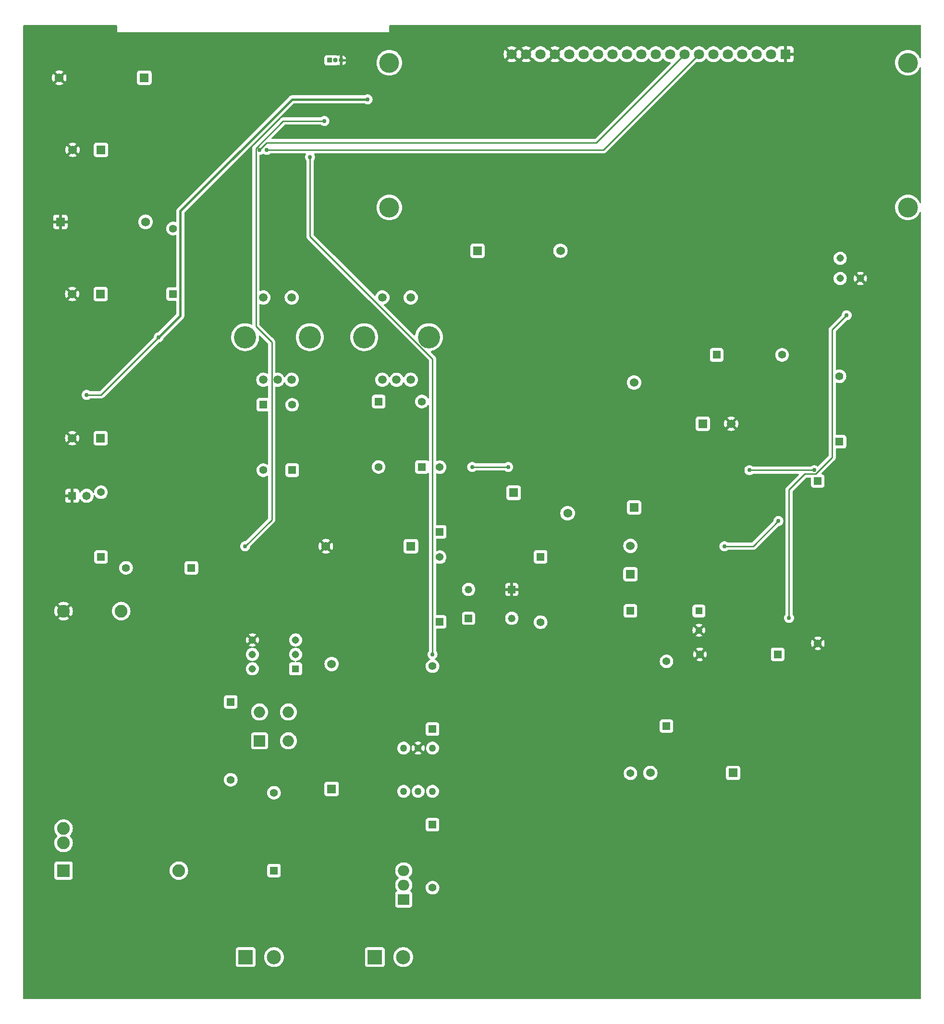
<source format=gbr>
%TF.GenerationSoftware,KiCad,Pcbnew,7.0.5*%
%TF.CreationDate,2024-01-26T21:50:59+01:00*%
%TF.ProjectId,Project,50726f6a-6563-4742-9e6b-696361645f70,rev?*%
%TF.SameCoordinates,Original*%
%TF.FileFunction,Copper,L2,Bot*%
%TF.FilePolarity,Positive*%
%FSLAX46Y46*%
G04 Gerber Fmt 4.6, Leading zero omitted, Abs format (unit mm)*
G04 Created by KiCad (PCBNEW 7.0.5) date 2024-01-26 21:50:59*
%MOMM*%
%LPD*%
G01*
G04 APERTURE LIST*
%TA.AperFunction,ComponentPad*%
%ADD10R,1.320800X1.320800*%
%TD*%
%TA.AperFunction,ComponentPad*%
%ADD11C,1.320800*%
%TD*%
%TA.AperFunction,ComponentPad*%
%ADD12R,1.574800X1.574800*%
%TD*%
%TA.AperFunction,ComponentPad*%
%ADD13C,1.574800*%
%TD*%
%TA.AperFunction,ComponentPad*%
%ADD14R,1.800000X1.800000*%
%TD*%
%TA.AperFunction,ComponentPad*%
%ADD15C,1.800000*%
%TD*%
%TA.AperFunction,ComponentPad*%
%ADD16C,3.500000*%
%TD*%
%TA.AperFunction,ComponentPad*%
%ADD17R,1.524000X1.524000*%
%TD*%
%TA.AperFunction,ComponentPad*%
%ADD18C,1.524000*%
%TD*%
%TA.AperFunction,ComponentPad*%
%ADD19R,2.250000X2.250000*%
%TD*%
%TA.AperFunction,ComponentPad*%
%ADD20C,2.250000*%
%TD*%
%TA.AperFunction,ComponentPad*%
%ADD21R,1.397000X1.397000*%
%TD*%
%TA.AperFunction,ComponentPad*%
%ADD22C,1.397000*%
%TD*%
%TA.AperFunction,ComponentPad*%
%ADD23R,2.500000X2.500000*%
%TD*%
%TA.AperFunction,ComponentPad*%
%ADD24C,2.500000*%
%TD*%
%TA.AperFunction,ComponentPad*%
%ADD25R,1.371600X1.371600*%
%TD*%
%TA.AperFunction,ComponentPad*%
%ADD26C,1.371600*%
%TD*%
%TA.AperFunction,ComponentPad*%
%ADD27C,1.308000*%
%TD*%
%TA.AperFunction,ComponentPad*%
%ADD28C,1.270000*%
%TD*%
%TA.AperFunction,ComponentPad*%
%ADD29R,0.850000X0.850000*%
%TD*%
%TA.AperFunction,ComponentPad*%
%ADD30O,0.850000X0.850000*%
%TD*%
%TA.AperFunction,ComponentPad*%
%ADD31C,1.500000*%
%TD*%
%TA.AperFunction,ComponentPad*%
%ADD32C,3.915000*%
%TD*%
%TA.AperFunction,ComponentPad*%
%ADD33R,2.000000X2.000000*%
%TD*%
%TA.AperFunction,ComponentPad*%
%ADD34O,2.000000X2.000000*%
%TD*%
%TA.AperFunction,ComponentPad*%
%ADD35R,1.473200X1.473200*%
%TD*%
%TA.AperFunction,ComponentPad*%
%ADD36C,1.473200*%
%TD*%
%TA.AperFunction,ComponentPad*%
%ADD37R,1.308000X1.308000*%
%TD*%
%TA.AperFunction,ComponentPad*%
%ADD38R,1.270000X1.270000*%
%TD*%
%TA.AperFunction,ComponentPad*%
%ADD39R,2.000000X1.905000*%
%TD*%
%TA.AperFunction,ComponentPad*%
%ADD40O,2.000000X1.905000*%
%TD*%
%TA.AperFunction,ViaPad*%
%ADD41C,0.750000*%
%TD*%
%TA.AperFunction,Conductor*%
%ADD42C,0.250000*%
%TD*%
%TA.AperFunction,Conductor*%
%ADD43C,0.400000*%
%TD*%
G04 APERTURE END LIST*
D10*
%TO.P,C8,1*%
%TO.N,Net-(MK1-+)*%
X92710000Y-123190000D03*
D11*
%TO.P,C8,2*%
%TO.N,Net-(U5-IN+)*%
X92710000Y-118110000D03*
%TD*%
D12*
%TO.P,C9,1*%
%TO.N,Net-(C9-Pad1)*%
X82550000Y-110490000D03*
D13*
%TO.P,C9,2*%
%TO.N,GND*%
X67549999Y-110490000D03*
%TD*%
D14*
%TO.P,DS1,1,VSS*%
%TO.N,GND*%
X148570000Y-23800000D03*
D15*
%TO.P,DS1,2,VDD*%
%TO.N,VDD33*%
X146030000Y-23800000D03*
%TO.P,DS1,3,REGVDD*%
%TO.N,unconnected-(DS1-REGVDD-Pad3)*%
X143490000Y-23800000D03*
%TO.P,DS1,4,D/C/NC/SA0*%
%TO.N,unconnected-(DS1-D{slash}C{slash}NC{slash}SA0-Pad4)*%
X140950000Y-23800000D03*
%TO.P,DS1,5,R/W/NC*%
%TO.N,unconnected-(DS1-R{slash}W{slash}NC-Pad5)*%
X138410000Y-23800000D03*
%TO.P,DS1,6,E/NC*%
%TO.N,unconnected-(DS1-E{slash}NC-Pad6)*%
X135870000Y-23800000D03*
%TO.P,DS1,7,DB0/SCLK/SCL*%
%TO.N,I2CCP*%
X133330000Y-23800000D03*
%TO.P,DS1,8,DB1/SDI/SDAIN*%
%TO.N,I2CDP*%
X130790000Y-23800000D03*
%TO.P,DS1,9,DB2/SDO/SDAOUT*%
%TO.N,unconnected-(DS1-DB2{slash}SDO{slash}SDAOUT-Pad9)*%
X128250000Y-23800000D03*
%TO.P,DS1,10,DB3/NC*%
%TO.N,unconnected-(DS1-DB3{slash}NC-Pad10)*%
X125710000Y-23800000D03*
%TO.P,DS1,11,DB4/NC*%
%TO.N,unconnected-(DS1-DB4{slash}NC-Pad11)*%
X123170000Y-23800000D03*
%TO.P,DS1,12,DB5/NC*%
%TO.N,unconnected-(DS1-DB5{slash}NC-Pad12)*%
X120630000Y-23800000D03*
%TO.P,DS1,13,DB6/NC*%
%TO.N,unconnected-(DS1-DB6{slash}NC-Pad13)*%
X118090000Y-23800000D03*
%TO.P,DS1,14,DB7/NC*%
%TO.N,unconnected-(DS1-DB7{slash}NC-Pad14)*%
X115550000Y-23800000D03*
%TO.P,DS1,15,~{CS}/NC*%
%TO.N,unconnected-(DS1-~{CS}{slash}NC-Pad15)*%
X113010000Y-23800000D03*
%TO.P,DS1,16,~{RES}*%
%TO.N,Net-(DS1-~{RES})*%
X110470000Y-23800000D03*
%TO.P,DS1,17,BS0*%
%TO.N,GND*%
X107930000Y-23800000D03*
%TO.P,DS1,18,BS1*%
%TO.N,VDD33*%
X105390000Y-23800000D03*
%TO.P,DS1,19,BS2*%
%TO.N,GND*%
X102850000Y-23800000D03*
%TO.P,DS1,20,VSS*%
X100310000Y-23800000D03*
D16*
%TO.P,DS1,SH1*%
%TO.N,N/C*%
X78740000Y-25300000D03*
%TO.P,DS1,SH2*%
X170140000Y-25300000D03*
%TO.P,DS1,SH3*%
X170140000Y-50800000D03*
%TO.P,DS1,SH4*%
X78740000Y-50800000D03*
%TD*%
D17*
%TO.P,R7,1*%
%TO.N,Net-(D2-+)*%
X68580000Y-153240740D03*
D18*
%TO.P,R7,2*%
%TO.N,Net-(R7-Pad2)*%
X68580000Y-131239260D03*
%TD*%
D19*
%TO.P,PS1,1,AC(L)*%
%TO.N,AC230P*%
X21330000Y-167640000D03*
D20*
%TO.P,PS1,2,AC(N)*%
%TO.N,AC230N*%
X41650000Y-167640000D03*
%TO.P,PS1,3,+VO*%
%TO.N,VDD5*%
X31490000Y-121920000D03*
%TO.P,PS1,4,-VO*%
%TO.N,GND*%
X21330000Y-121920000D03*
%TO.P,PS1,5,BC+*%
%TO.N,unconnected-(PS1-BC+-Pad5)*%
X21330000Y-162770000D03*
%TO.P,PS1,6,BC-*%
%TO.N,unconnected-(PS1-BC--Pad6)*%
X21330000Y-160230000D03*
%TD*%
D21*
%TO.P,R21,1*%
%TO.N,VDD5*%
X136443091Y-76772389D03*
D22*
%TO.P,R21,2*%
%TO.N,Net-(C11-Pad1)*%
X147964531Y-76772389D03*
%TD*%
D23*
%TO.P,J1,1,Pin_1*%
%TO.N,AC230P*%
X53420000Y-182880000D03*
D24*
%TO.P,J1,2,Pin_2*%
%TO.N,AC230N*%
X58420000Y-182880000D03*
%TD*%
D25*
%TO.P,R13,1*%
%TO.N,Net-(MK1-+)*%
X87630000Y-123812300D03*
D26*
%TO.P,R13,2*%
%TO.N,Net-(C9-Pad1)*%
X87630000Y-112407700D03*
%TD*%
D27*
%TO.P,U6,1,D*%
%TO.N,Net-(U6-D)*%
X158205811Y-59754389D03*
%TO.P,U6,2,S*%
%TO.N,Net-(U6-S)*%
X158205811Y-63310389D03*
%TO.P,U6,3,G*%
%TO.N,GND*%
X161761811Y-63310389D03*
%TD*%
D10*
%TO.P,C7,1*%
%TO.N,GND*%
X100330000Y-118110000D03*
D11*
%TO.P,C7,2*%
%TO.N,Net-(C7-Pad2)*%
X100330000Y-123190000D03*
%TD*%
D25*
%TO.P,R32,1*%
%TO.N,Net-(C18-Pad2)*%
X127598811Y-142164689D03*
D26*
%TO.P,R32,2*%
%TO.N,Net-(C17-Pad1)*%
X127598811Y-130760089D03*
%TD*%
D21*
%TO.P,R28,1*%
%TO.N,Net-(U7-RR1)*%
X158078811Y-92058109D03*
D22*
%TO.P,R28,2*%
%TO.N,Net-(R28-Pad2)*%
X158078811Y-80536669D03*
%TD*%
D17*
%TO.P,C1,1*%
%TO.N,VDD5*%
X27863800Y-91440000D03*
D18*
%TO.P,C1,2*%
%TO.N,GND*%
X22860000Y-91440000D03*
%TD*%
D17*
%TO.P,R33,1*%
%TO.N,Net-(U7-2IN-)*%
X139343812Y-150432389D03*
D18*
%TO.P,R33,2*%
%TO.N,Net-(C18-Pad2)*%
X124743810Y-150432389D03*
%TD*%
D17*
%TO.P,C17,1*%
%TO.N,Net-(C17-Pad1)*%
X121248811Y-115431189D03*
D18*
%TO.P,C17,2*%
%TO.N,Net-(U7-1OUT)*%
X121248811Y-110427389D03*
%TD*%
D25*
%TO.P,C18,1*%
%TO.N,Net-(C17-Pad1)*%
X121248811Y-121882789D03*
D26*
%TO.P,C18,2*%
%TO.N,Net-(C18-Pad2)*%
X121248811Y-150483189D03*
%TD*%
D12*
%TO.P,C3,1*%
%TO.N,GND*%
X20795600Y-53340000D03*
D13*
%TO.P,C3,2*%
%TO.N,Net-(U2-EN)*%
X35795601Y-53340000D03*
%TD*%
D12*
%TO.P,C6,1*%
%TO.N,MIC*%
X100647500Y-101066600D03*
D13*
%TO.P,C6,2*%
%TO.N,Net-(U5-IN-)*%
X110172500Y-104673400D03*
%TD*%
D28*
%TO.P,U3,1*%
%TO.N,Net-(R8-Pad1)*%
X86360000Y-146050000D03*
%TO.P,U3,2*%
%TO.N,GND*%
X83820000Y-146050000D03*
%TO.P,U3,3,NC*%
%TO.N,unconnected-(U3-NC-Pad3)*%
X81280000Y-146050000D03*
%TO.P,U3,4*%
%TO.N,Net-(Q1-G)*%
X81280000Y-153670000D03*
%TO.P,U3,5,NC*%
%TO.N,unconnected-(U3-NC-Pad5)*%
X83820000Y-153670000D03*
%TO.P,U3,6*%
%TO.N,Net-(R6-Pad1)*%
X86360000Y-153670000D03*
%TD*%
D29*
%TO.P,J3,1,Pin_1*%
%TO.N,UART_TX*%
X68215000Y-24870000D03*
D30*
%TO.P,J3,2,Pin_2*%
%TO.N,UART_RX*%
X69215000Y-24870000D03*
%TO.P,J3,3,Pin_3*%
%TO.N,GND*%
X70215000Y-24870000D03*
%TD*%
D31*
%TO.P,SW2,A1*%
%TO.N,ENC2_2*%
X77520431Y-81160000D03*
%TO.P,SW2,B1*%
%TO.N,ENC2_1*%
X82520431Y-81160000D03*
%TO.P,SW2,C1*%
%TO.N,N/C*%
X80020431Y-81160000D03*
D32*
%TO.P,SW2,MH1*%
X74320431Y-73660000D03*
%TO.P,SW2,MH2*%
X85720431Y-73660000D03*
D31*
%TO.P,SW2,S1,S1*%
%TO.N,SW2*%
X77520431Y-66660000D03*
%TO.P,SW2,W1*%
%TO.N,N/C*%
X82520431Y-66660000D03*
%TD*%
D17*
%TO.P,C2,1*%
%TO.N,VDD33*%
X27863800Y-66040000D03*
D18*
%TO.P,C2,2*%
%TO.N,GND*%
X22860000Y-66040000D03*
%TD*%
D21*
%TO.P,R11,1*%
%TO.N,ENC2_2*%
X76860431Y-84998560D03*
D22*
%TO.P,R11,2*%
%TO.N,VDD5*%
X76860431Y-96520000D03*
%TD*%
D12*
%TO.P,C5,1*%
%TO.N,VDD33*%
X35560000Y-27940000D03*
D13*
%TO.P,C5,2*%
%TO.N,GND*%
X20559999Y-27940000D03*
%TD*%
D33*
%TO.P,D2,1,+*%
%TO.N,Net-(D2-+)*%
X55880000Y-144780000D03*
D34*
%TO.P,D2,2*%
%TO.N,Net-(D2-Pad2)*%
X60960000Y-144780000D03*
%TO.P,D2,3,-*%
%TO.N,Net-(D2--)*%
X60960000Y-139700000D03*
%TO.P,D2,4*%
%TO.N,Net-(D2-Pad4)*%
X55880000Y-139700000D03*
%TD*%
D21*
%TO.P,R8,1*%
%TO.N,Net-(R8-Pad1)*%
X86360000Y-142711170D03*
D22*
%TO.P,R8,2*%
%TO.N,TRIAC_1*%
X86360000Y-131608830D03*
%TD*%
D23*
%TO.P,J2,1,Pin_1*%
%TO.N,AC230N*%
X76200000Y-182880000D03*
D24*
%TO.P,J2,2,Pin_2*%
%TO.N,LOAD1_P*%
X81200000Y-182880000D03*
%TD*%
D21*
%TO.P,R3,1*%
%TO.N,Net-(D2-Pad4)*%
X50800000Y-137919460D03*
D22*
%TO.P,R3,2*%
%TO.N,AC230P*%
X50800000Y-151640540D03*
%TD*%
D25*
%TO.P,C20,1*%
%TO.N,Net-(U7-RC2)*%
X154268811Y-98997389D03*
D26*
%TO.P,C20,2*%
%TO.N,GND*%
X154268811Y-127597789D03*
%TD*%
D21*
%TO.P,R10,1*%
%TO.N,VDD5*%
X61620431Y-97080720D03*
D22*
%TO.P,R10,2*%
%TO.N,ENC1_1*%
X61620431Y-85559280D03*
%TD*%
D21*
%TO.P,R2,1*%
%TO.N,VDD33*%
X40640000Y-66040000D03*
D22*
%TO.P,R2,2*%
%TO.N,Net-(U2-EN)*%
X40640000Y-54518560D03*
%TD*%
D17*
%TO.P,R18,1*%
%TO.N,VDD33*%
X94299999Y-58420000D03*
D18*
%TO.P,R18,2*%
%TO.N,Net-(DS1-~{RES})*%
X108900001Y-58420000D03*
%TD*%
D21*
%TO.P,R23,1*%
%TO.N,Net-(U6-S)*%
X147195540Y-129540000D03*
D22*
%TO.P,R23,2*%
%TO.N,GND*%
X133474460Y-129540000D03*
%TD*%
D31*
%TO.P,SW1,A1*%
%TO.N,ENC1_2*%
X56540431Y-81160000D03*
%TO.P,SW1,B1*%
%TO.N,ENC1_1*%
X61540431Y-81160000D03*
%TO.P,SW1,C1*%
%TO.N,N/C*%
X59040431Y-81160000D03*
D32*
%TO.P,SW1,MH1*%
X53340431Y-73660000D03*
%TO.P,SW1,MH2*%
X64740431Y-73660000D03*
D31*
%TO.P,SW1,S1,S1*%
%TO.N,SW1*%
X56540431Y-66660000D03*
%TO.P,SW1,W1*%
%TO.N,N/C*%
X61540431Y-66660000D03*
%TD*%
D25*
%TO.P,R1,1*%
%TO.N,VDD5*%
X27940000Y-112382300D03*
D26*
%TO.P,R1,2*%
%TO.N,Net-(D1-A)*%
X27940000Y-100977700D03*
%TD*%
D35*
%TO.P,D1,1,K*%
%TO.N,GND*%
X22860000Y-101600000D03*
D36*
%TO.P,D1,2,A*%
%TO.N,Net-(D1-A)*%
X25400000Y-101600000D03*
%TD*%
D21*
%TO.P,R5,1*%
%TO.N,ZC*%
X43860720Y-114300000D03*
D22*
%TO.P,R5,2*%
%TO.N,VDD5*%
X32339280Y-114300000D03*
%TD*%
D17*
%TO.P,R22,1*%
%TO.N,Net-(U7-VO)*%
X121883811Y-103648129D03*
D18*
%TO.P,R22,2*%
%TO.N,PIR_SENS*%
X121883811Y-81646649D03*
%TD*%
D17*
%TO.P,C21,1*%
%TO.N,VDD5*%
X133985000Y-88900000D03*
D18*
%TO.P,C21,2*%
%TO.N,GND*%
X138988800Y-88900000D03*
%TD*%
D25*
%TO.P,R16,1*%
%TO.N,Net-(C9-Pad1)*%
X87630000Y-107950000D03*
D26*
%TO.P,R16,2*%
%TO.N,VDD5*%
X87630000Y-96545400D03*
%TD*%
D21*
%TO.P,R12,1*%
%TO.N,VDD5*%
X84480431Y-96520000D03*
D22*
%TO.P,R12,2*%
%TO.N,ENC2_1*%
X84480431Y-84998560D03*
%TD*%
D37*
%TO.P,U4,1*%
%TO.N,Net-(R7-Pad2)*%
X62230000Y-132080000D03*
D27*
%TO.P,U4,2*%
%TO.N,Net-(D2--)*%
X62230000Y-129540000D03*
%TO.P,U4,3*%
%TO.N,N/C*%
X62230000Y-127000000D03*
%TO.P,U4,4*%
%TO.N,GND*%
X54610000Y-127000000D03*
%TO.P,U4,5*%
%TO.N,ZC*%
X54610000Y-129540000D03*
%TO.P,U4,6*%
%TO.N,unconnected-(U4-Pad6)*%
X54610000Y-132080000D03*
%TD*%
D21*
%TO.P,R4,1*%
%TO.N,AC230N*%
X58420000Y-167640000D03*
D22*
%TO.P,R4,2*%
%TO.N,Net-(D2-Pad2)*%
X58420000Y-153918920D03*
%TD*%
D21*
%TO.P,R15,1*%
%TO.N,Net-(U5-IN-)*%
X105410000Y-112349280D03*
D22*
%TO.P,R15,2*%
%TO.N,Net-(C7-Pad2)*%
X105410000Y-123870720D03*
%TD*%
D38*
%TO.P,R26,1*%
%TO.N,Net-(R25-Pad2)*%
X133313811Y-121883500D03*
D28*
%TO.P,R26,2*%
%TO.N,GND*%
X133313811Y-125287100D03*
%TD*%
D21*
%TO.P,R9,1*%
%TO.N,ENC1_2*%
X56540431Y-85559280D03*
D22*
%TO.P,R9,2*%
%TO.N,VDD5*%
X56540431Y-97080720D03*
%TD*%
D21*
%TO.P,R6,1*%
%TO.N,Net-(R6-Pad1)*%
X86360000Y-159548830D03*
D22*
%TO.P,R6,2*%
%TO.N,AC230P*%
X86360000Y-170651170D03*
%TD*%
D39*
%TO.P,Q1,1,A1*%
%TO.N,LOAD1_P*%
X81280000Y-172720000D03*
D40*
%TO.P,Q1,2,A2*%
%TO.N,AC230P*%
X81280000Y-170180000D03*
%TO.P,Q1,3,G*%
%TO.N,Net-(Q1-G)*%
X81280000Y-167640000D03*
%TD*%
D17*
%TO.P,C4,1*%
%TO.N,VDD33*%
X27940000Y-40640000D03*
D18*
%TO.P,C4,2*%
%TO.N,GND*%
X22936200Y-40640000D03*
%TD*%
D41*
%TO.N,GND*%
X25400000Y-121920000D03*
%TO.N,VDD33*%
X74930000Y-31750000D03*
X25400000Y-83820000D03*
X38100000Y-73660000D03*
%TO.N,VDD5*%
X99695000Y-96520000D03*
X137795000Y-110490000D03*
X147320000Y-106045000D03*
X99695000Y-96520000D03*
X93345000Y-96520000D03*
X93345000Y-96520000D03*
%TO.N,ZC*%
X67310000Y-35560000D03*
X53340000Y-110490000D03*
%TO.N,TRIAC_1*%
X64770000Y-41910000D03*
X86360000Y-129540000D03*
%TO.N,I2CCP*%
X57150000Y-40640000D03*
%TO.N,I2CDP*%
X55880000Y-40640000D03*
%TO.N,Net-(U6-S)*%
X159348811Y-69787389D03*
X149188811Y-123127389D03*
%TO.N,Net-(U7-RC2)*%
X142203811Y-97092389D03*
X153633811Y-97092389D03*
%TD*%
D42*
%TO.N,VDD33*%
X27940000Y-83820000D02*
X38100000Y-73660000D01*
D43*
X41910000Y-69850000D02*
X38100000Y-73660000D01*
X41910000Y-51435000D02*
X41910000Y-69850000D01*
D42*
X25400000Y-83820000D02*
X27940000Y-83820000D01*
D43*
X61595000Y-31750000D02*
X41910000Y-51435000D01*
X74930000Y-31750000D02*
X61595000Y-31750000D01*
D42*
%TO.N,VDD5*%
X137795000Y-110490000D02*
X142875000Y-110490000D01*
X99695000Y-96520000D02*
X93345000Y-96520000D01*
X142875000Y-110490000D02*
X147320000Y-106045000D01*
%TO.N,ZC*%
X58015431Y-105814569D02*
X53340000Y-110490000D01*
X58015431Y-74525431D02*
X58015431Y-105814569D01*
X55230000Y-71740000D02*
X58015431Y-74525431D01*
X60040761Y-35560000D02*
X55230000Y-40370761D01*
X67310000Y-35560000D02*
X60040761Y-35560000D01*
X55230000Y-40370761D02*
X55230000Y-71740000D01*
%TO.N,TRIAC_1*%
X86360000Y-77456801D02*
X64770000Y-55866801D01*
X86360000Y-129540000D02*
X86360000Y-77456801D01*
X64770000Y-55866801D02*
X64770000Y-41910000D01*
%TO.N,I2CCP*%
X57150000Y-40640000D02*
X116490000Y-40640000D01*
X116490000Y-40640000D02*
X133330000Y-23800000D01*
%TO.N,I2CDP*%
X130790000Y-23800000D02*
X115220000Y-39370000D01*
X115220000Y-39370000D02*
X57150000Y-39370000D01*
X57150000Y-39370000D02*
X55880000Y-40640000D01*
%TO.N,Net-(U6-S)*%
X156808811Y-94836628D02*
X156808811Y-72327389D01*
X156808811Y-72327389D02*
X159348811Y-69787389D01*
X153903050Y-97742389D02*
X156808811Y-94836628D01*
X149188811Y-100532389D02*
X151978811Y-97742389D01*
X149188811Y-123127389D02*
X149188811Y-100532389D01*
X151978811Y-97742389D02*
X153903050Y-97742389D01*
%TO.N,Net-(U7-RC2)*%
X142203811Y-97092389D02*
X153633811Y-97092389D01*
%TD*%
%TA.AperFunction,Conductor*%
%TO.N,GND*%
G36*
X30693039Y-18685185D02*
G01*
X30738794Y-18737989D01*
X30750000Y-18789499D01*
X30750000Y-19930000D01*
X78750000Y-19930000D01*
X78750000Y-18789500D01*
X78769685Y-18722461D01*
X78822489Y-18676706D01*
X78874000Y-18665500D01*
X172345500Y-18665500D01*
X172412539Y-18685185D01*
X172458294Y-18737989D01*
X172469500Y-18789500D01*
X172469500Y-24410111D01*
X172449815Y-24477150D01*
X172397011Y-24522905D01*
X172327853Y-24532849D01*
X172264297Y-24503824D01*
X172228081Y-24449971D01*
X172223652Y-24436923D01*
X172093172Y-24172336D01*
X171929273Y-23927043D01*
X171880904Y-23871889D01*
X171734758Y-23705241D01*
X171512955Y-23510725D01*
X171267667Y-23346829D01*
X171267660Y-23346825D01*
X171003080Y-23216349D01*
X170723730Y-23121521D01*
X170723724Y-23121519D01*
X170723722Y-23121519D01*
X170434380Y-23063966D01*
X170434373Y-23063965D01*
X170434363Y-23063964D01*
X170140007Y-23044671D01*
X170139993Y-23044671D01*
X169845636Y-23063964D01*
X169845624Y-23063965D01*
X169845620Y-23063966D01*
X169845612Y-23063967D01*
X169845609Y-23063968D01*
X169556283Y-23121518D01*
X169556269Y-23121521D01*
X169276919Y-23216349D01*
X169012334Y-23346828D01*
X168767041Y-23510728D01*
X168545241Y-23705241D01*
X168350728Y-23927041D01*
X168186828Y-24172334D01*
X168056349Y-24436919D01*
X167961521Y-24716269D01*
X167961518Y-24716283D01*
X167903968Y-25005609D01*
X167903964Y-25005636D01*
X167884671Y-25299992D01*
X167884671Y-25300007D01*
X167903964Y-25594363D01*
X167903965Y-25594373D01*
X167903966Y-25594380D01*
X167943970Y-25795498D01*
X167961518Y-25883716D01*
X167961521Y-25883730D01*
X168056349Y-26163080D01*
X168186825Y-26427660D01*
X168186829Y-26427667D01*
X168350725Y-26672955D01*
X168545241Y-26894758D01*
X168767044Y-27089274D01*
X168968037Y-27223573D01*
X169012335Y-27253172D01*
X169276923Y-27383652D01*
X169556278Y-27478481D01*
X169845620Y-27536034D01*
X169873888Y-27537886D01*
X170139993Y-27555329D01*
X170140000Y-27555329D01*
X170140007Y-27555329D01*
X170375675Y-27539881D01*
X170434380Y-27536034D01*
X170723722Y-27478481D01*
X171003077Y-27383652D01*
X171267665Y-27253172D01*
X171512957Y-27089273D01*
X171734758Y-26894758D01*
X171929273Y-26672957D01*
X172093172Y-26427665D01*
X172223652Y-26163077D01*
X172228080Y-26150030D01*
X172268269Y-26092875D01*
X172332978Y-26066522D01*
X172401663Y-26079336D01*
X172452516Y-26127250D01*
X172469500Y-26189888D01*
X172469500Y-49910111D01*
X172449815Y-49977150D01*
X172397011Y-50022905D01*
X172327853Y-50032849D01*
X172264297Y-50003824D01*
X172228081Y-49949971D01*
X172223652Y-49936923D01*
X172093172Y-49672336D01*
X171929273Y-49427043D01*
X171886655Y-49378447D01*
X171734758Y-49205241D01*
X171512955Y-49010725D01*
X171267667Y-48846829D01*
X171267660Y-48846825D01*
X171003080Y-48716349D01*
X170723730Y-48621521D01*
X170723724Y-48621519D01*
X170723722Y-48621519D01*
X170434380Y-48563966D01*
X170434373Y-48563965D01*
X170434363Y-48563964D01*
X170140007Y-48544671D01*
X170139993Y-48544671D01*
X169845636Y-48563964D01*
X169845624Y-48563965D01*
X169845620Y-48563966D01*
X169845612Y-48563967D01*
X169845609Y-48563968D01*
X169556283Y-48621518D01*
X169556269Y-48621521D01*
X169276919Y-48716349D01*
X169012334Y-48846828D01*
X168767041Y-49010728D01*
X168545241Y-49205241D01*
X168350728Y-49427041D01*
X168186828Y-49672334D01*
X168056349Y-49936919D01*
X167961521Y-50216269D01*
X167961518Y-50216283D01*
X167903968Y-50505609D01*
X167903964Y-50505636D01*
X167884671Y-50799992D01*
X167884671Y-50800007D01*
X167903964Y-51094363D01*
X167903965Y-51094373D01*
X167903966Y-51094380D01*
X167938128Y-51266128D01*
X167961518Y-51383716D01*
X167961521Y-51383730D01*
X168056349Y-51663080D01*
X168186825Y-51927660D01*
X168186829Y-51927667D01*
X168350725Y-52172955D01*
X168545241Y-52394758D01*
X168675499Y-52508991D01*
X168767043Y-52589273D01*
X169012335Y-52753172D01*
X169276923Y-52883652D01*
X169534189Y-52970982D01*
X169538667Y-52972503D01*
X169556278Y-52978481D01*
X169845620Y-53036034D01*
X169873888Y-53037886D01*
X170139993Y-53055329D01*
X170140000Y-53055329D01*
X170140007Y-53055329D01*
X170375675Y-53039881D01*
X170434380Y-53036034D01*
X170723722Y-52978481D01*
X171003077Y-52883652D01*
X171267665Y-52753172D01*
X171512957Y-52589273D01*
X171734758Y-52394758D01*
X171929273Y-52172957D01*
X172093172Y-51927665D01*
X172223652Y-51663077D01*
X172228080Y-51650030D01*
X172268269Y-51592875D01*
X172332978Y-51566522D01*
X172401663Y-51579336D01*
X172452516Y-51627250D01*
X172469500Y-51689888D01*
X172469500Y-190125500D01*
X172449815Y-190192539D01*
X172397011Y-190238294D01*
X172345500Y-190249500D01*
X14344500Y-190249500D01*
X14277461Y-190229815D01*
X14231706Y-190177011D01*
X14220500Y-190125500D01*
X14220500Y-184177870D01*
X51669500Y-184177870D01*
X51669501Y-184177876D01*
X51675908Y-184237483D01*
X51726202Y-184372328D01*
X51726206Y-184372335D01*
X51812452Y-184487544D01*
X51812455Y-184487547D01*
X51927664Y-184573793D01*
X51927671Y-184573797D01*
X52062517Y-184624091D01*
X52062516Y-184624091D01*
X52069444Y-184624835D01*
X52122127Y-184630500D01*
X54717872Y-184630499D01*
X54777483Y-184624091D01*
X54912331Y-184573796D01*
X55027546Y-184487546D01*
X55113796Y-184372331D01*
X55164091Y-184237483D01*
X55170500Y-184177873D01*
X55170500Y-182880004D01*
X56664592Y-182880004D01*
X56684196Y-183141620D01*
X56684197Y-183141625D01*
X56742576Y-183397402D01*
X56742578Y-183397411D01*
X56742580Y-183397416D01*
X56838432Y-183641643D01*
X56969614Y-183868857D01*
X57101736Y-184034533D01*
X57133198Y-184073985D01*
X57245163Y-184177872D01*
X57325521Y-184252433D01*
X57542296Y-184400228D01*
X57542301Y-184400230D01*
X57542302Y-184400231D01*
X57542303Y-184400232D01*
X57667843Y-184460688D01*
X57778673Y-184514061D01*
X57778674Y-184514061D01*
X57778677Y-184514063D01*
X58029385Y-184591396D01*
X58288818Y-184630500D01*
X58551182Y-184630500D01*
X58810615Y-184591396D01*
X59061323Y-184514063D01*
X59297704Y-184400228D01*
X59514479Y-184252433D01*
X59594839Y-184177870D01*
X74449500Y-184177870D01*
X74449501Y-184177876D01*
X74455908Y-184237483D01*
X74506202Y-184372328D01*
X74506206Y-184372335D01*
X74592452Y-184487544D01*
X74592455Y-184487547D01*
X74707664Y-184573793D01*
X74707671Y-184573797D01*
X74842517Y-184624091D01*
X74842516Y-184624091D01*
X74849444Y-184624835D01*
X74902127Y-184630500D01*
X77497872Y-184630499D01*
X77557483Y-184624091D01*
X77692331Y-184573796D01*
X77807546Y-184487546D01*
X77893796Y-184372331D01*
X77944091Y-184237483D01*
X77950500Y-184177873D01*
X77950500Y-182880004D01*
X79444592Y-182880004D01*
X79464196Y-183141620D01*
X79464197Y-183141625D01*
X79522576Y-183397402D01*
X79522578Y-183397411D01*
X79522580Y-183397416D01*
X79618432Y-183641643D01*
X79749614Y-183868857D01*
X79881736Y-184034533D01*
X79913198Y-184073985D01*
X80025163Y-184177872D01*
X80105521Y-184252433D01*
X80322296Y-184400228D01*
X80322301Y-184400230D01*
X80322302Y-184400231D01*
X80322303Y-184400232D01*
X80447843Y-184460688D01*
X80558673Y-184514061D01*
X80558674Y-184514061D01*
X80558677Y-184514063D01*
X80809385Y-184591396D01*
X81068818Y-184630500D01*
X81331182Y-184630500D01*
X81590615Y-184591396D01*
X81841323Y-184514063D01*
X82077704Y-184400228D01*
X82294479Y-184252433D01*
X82486805Y-184073981D01*
X82650386Y-183868857D01*
X82781568Y-183641643D01*
X82877420Y-183397416D01*
X82935802Y-183141630D01*
X82955408Y-182880000D01*
X82935802Y-182618370D01*
X82877420Y-182362584D01*
X82781568Y-182118357D01*
X82650386Y-181891143D01*
X82486805Y-181686019D01*
X82486804Y-181686018D01*
X82486801Y-181686014D01*
X82294479Y-181507567D01*
X82294478Y-181507567D01*
X82077704Y-181359772D01*
X82077700Y-181359770D01*
X82077697Y-181359768D01*
X82077696Y-181359767D01*
X81841325Y-181245938D01*
X81841327Y-181245938D01*
X81590623Y-181168606D01*
X81590619Y-181168605D01*
X81590615Y-181168604D01*
X81465823Y-181149794D01*
X81331187Y-181129500D01*
X81331182Y-181129500D01*
X81068818Y-181129500D01*
X81068812Y-181129500D01*
X80907247Y-181153853D01*
X80809385Y-181168604D01*
X80809381Y-181168605D01*
X80809382Y-181168605D01*
X80809376Y-181168606D01*
X80558673Y-181245938D01*
X80322303Y-181359767D01*
X80322302Y-181359768D01*
X80105520Y-181507567D01*
X79913198Y-181686014D01*
X79749614Y-181891143D01*
X79618432Y-182118356D01*
X79522582Y-182362578D01*
X79522576Y-182362597D01*
X79464197Y-182618374D01*
X79464196Y-182618379D01*
X79444592Y-182879995D01*
X79444592Y-182880004D01*
X77950500Y-182880004D01*
X77950499Y-181582128D01*
X77944091Y-181522517D01*
X77893796Y-181387669D01*
X77893795Y-181387668D01*
X77893793Y-181387664D01*
X77807547Y-181272455D01*
X77807544Y-181272452D01*
X77692335Y-181186206D01*
X77692328Y-181186202D01*
X77557482Y-181135908D01*
X77557483Y-181135908D01*
X77497883Y-181129501D01*
X77497881Y-181129500D01*
X77497873Y-181129500D01*
X77497864Y-181129500D01*
X74902129Y-181129500D01*
X74902123Y-181129501D01*
X74842516Y-181135908D01*
X74707671Y-181186202D01*
X74707664Y-181186206D01*
X74592455Y-181272452D01*
X74592452Y-181272455D01*
X74506206Y-181387664D01*
X74506202Y-181387671D01*
X74455908Y-181522517D01*
X74449501Y-181582116D01*
X74449501Y-181582123D01*
X74449500Y-181582135D01*
X74449500Y-184177870D01*
X59594839Y-184177870D01*
X59706805Y-184073981D01*
X59870386Y-183868857D01*
X60001568Y-183641643D01*
X60097420Y-183397416D01*
X60155802Y-183141630D01*
X60175408Y-182880000D01*
X60155802Y-182618370D01*
X60097420Y-182362584D01*
X60001568Y-182118357D01*
X59870386Y-181891143D01*
X59706805Y-181686019D01*
X59706804Y-181686018D01*
X59706801Y-181686014D01*
X59514479Y-181507567D01*
X59514478Y-181507567D01*
X59297704Y-181359772D01*
X59297700Y-181359770D01*
X59297697Y-181359768D01*
X59297696Y-181359767D01*
X59061325Y-181245938D01*
X59061327Y-181245938D01*
X58810623Y-181168606D01*
X58810619Y-181168605D01*
X58810615Y-181168604D01*
X58685823Y-181149794D01*
X58551187Y-181129500D01*
X58551182Y-181129500D01*
X58288818Y-181129500D01*
X58288812Y-181129500D01*
X58127247Y-181153853D01*
X58029385Y-181168604D01*
X58029381Y-181168605D01*
X58029382Y-181168605D01*
X58029376Y-181168606D01*
X57778673Y-181245938D01*
X57542303Y-181359767D01*
X57542302Y-181359768D01*
X57325520Y-181507567D01*
X57133198Y-181686014D01*
X56969614Y-181891143D01*
X56838432Y-182118356D01*
X56742582Y-182362578D01*
X56742576Y-182362597D01*
X56684197Y-182618374D01*
X56684196Y-182618379D01*
X56664592Y-182879995D01*
X56664592Y-182880004D01*
X55170500Y-182880004D01*
X55170499Y-181582128D01*
X55164091Y-181522517D01*
X55113796Y-181387669D01*
X55113795Y-181387668D01*
X55113793Y-181387664D01*
X55027547Y-181272455D01*
X55027544Y-181272452D01*
X54912335Y-181186206D01*
X54912328Y-181186202D01*
X54777482Y-181135908D01*
X54777483Y-181135908D01*
X54717883Y-181129501D01*
X54717881Y-181129500D01*
X54717873Y-181129500D01*
X54717864Y-181129500D01*
X52122129Y-181129500D01*
X52122123Y-181129501D01*
X52062516Y-181135908D01*
X51927671Y-181186202D01*
X51927664Y-181186206D01*
X51812455Y-181272452D01*
X51812452Y-181272455D01*
X51726206Y-181387664D01*
X51726202Y-181387671D01*
X51675908Y-181522517D01*
X51669501Y-181582116D01*
X51669501Y-181582123D01*
X51669500Y-181582135D01*
X51669500Y-184177870D01*
X14220500Y-184177870D01*
X14220500Y-173720370D01*
X79779500Y-173720370D01*
X79779501Y-173720376D01*
X79785908Y-173779983D01*
X79836202Y-173914828D01*
X79836206Y-173914835D01*
X79922452Y-174030044D01*
X79922455Y-174030047D01*
X80037664Y-174116293D01*
X80037671Y-174116297D01*
X80172517Y-174166591D01*
X80172516Y-174166591D01*
X80179444Y-174167335D01*
X80232127Y-174173000D01*
X82327872Y-174172999D01*
X82387483Y-174166591D01*
X82522331Y-174116296D01*
X82637546Y-174030046D01*
X82723796Y-173914831D01*
X82774091Y-173779983D01*
X82780500Y-173720373D01*
X82780499Y-171719628D01*
X82774091Y-171660017D01*
X82723796Y-171525169D01*
X82723795Y-171525168D01*
X82723793Y-171525164D01*
X82637547Y-171409955D01*
X82637544Y-171409952D01*
X82522335Y-171323706D01*
X82522328Y-171323702D01*
X82491687Y-171312274D01*
X82435753Y-171270403D01*
X82411336Y-171204938D01*
X82426188Y-171136665D01*
X82437161Y-171119937D01*
X82548072Y-170977439D01*
X82662679Y-170765664D01*
X82701985Y-170651170D01*
X85155863Y-170651170D01*
X85176365Y-170872429D01*
X85176366Y-170872431D01*
X85237174Y-171086149D01*
X85237180Y-171086164D01*
X85336222Y-171285066D01*
X85470133Y-171462394D01*
X85634344Y-171612091D01*
X85634346Y-171612093D01*
X85823266Y-171729067D01*
X85823272Y-171729070D01*
X85852206Y-171740279D01*
X86030472Y-171809340D01*
X86248896Y-171850170D01*
X86248899Y-171850170D01*
X86471101Y-171850170D01*
X86471104Y-171850170D01*
X86689528Y-171809340D01*
X86896730Y-171729069D01*
X87085655Y-171612092D01*
X87249868Y-171462392D01*
X87383778Y-171285066D01*
X87482824Y-171086154D01*
X87543634Y-170872430D01*
X87564137Y-170651170D01*
X87543634Y-170429910D01*
X87482824Y-170216186D01*
X87383778Y-170017274D01*
X87249868Y-169839948D01*
X87249866Y-169839945D01*
X87085655Y-169690248D01*
X87085653Y-169690246D01*
X86896733Y-169573272D01*
X86896727Y-169573269D01*
X86789080Y-169531567D01*
X86689528Y-169493000D01*
X86471104Y-169452170D01*
X86248896Y-169452170D01*
X86030472Y-169493000D01*
X85980695Y-169512283D01*
X85823272Y-169573269D01*
X85823266Y-169573272D01*
X85634346Y-169690246D01*
X85634344Y-169690248D01*
X85470133Y-169839945D01*
X85336222Y-170017273D01*
X85237180Y-170216175D01*
X85237174Y-170216190D01*
X85176366Y-170429908D01*
X85176365Y-170429910D01*
X85155863Y-170651169D01*
X85155863Y-170651170D01*
X82701985Y-170651170D01*
X82740866Y-170537913D01*
X82780500Y-170300399D01*
X82780500Y-170059601D01*
X82740866Y-169822087D01*
X82662679Y-169594336D01*
X82548072Y-169382561D01*
X82400171Y-169192537D01*
X82223010Y-169029449D01*
X82223008Y-169029447D01*
X82199069Y-169013807D01*
X82153713Y-168960660D01*
X82144290Y-168891429D01*
X82173793Y-168828093D01*
X82199068Y-168806192D01*
X82223010Y-168790551D01*
X82400171Y-168627463D01*
X82548072Y-168437439D01*
X82662679Y-168225664D01*
X82740866Y-167997913D01*
X82780500Y-167760399D01*
X82780500Y-167519601D01*
X82740866Y-167282087D01*
X82662679Y-167054336D01*
X82548072Y-166842561D01*
X82400171Y-166652537D01*
X82223010Y-166489449D01*
X82021422Y-166357745D01*
X82021419Y-166357743D01*
X82021418Y-166357743D01*
X81800905Y-166261017D01*
X81567472Y-166201904D01*
X81387610Y-166187000D01*
X81387600Y-166187000D01*
X81172400Y-166187000D01*
X81172389Y-166187000D01*
X80992527Y-166201904D01*
X80759094Y-166261017D01*
X80538581Y-166357743D01*
X80538577Y-166357745D01*
X80538578Y-166357745D01*
X80336990Y-166489449D01*
X80159829Y-166652537D01*
X80116305Y-166708456D01*
X80011929Y-166842558D01*
X79897321Y-167054334D01*
X79897318Y-167054343D01*
X79819134Y-167282083D01*
X79779500Y-167519602D01*
X79779500Y-167760397D01*
X79819134Y-167997916D01*
X79897318Y-168225656D01*
X79897321Y-168225665D01*
X80011929Y-168437441D01*
X80018577Y-168445982D01*
X80159829Y-168627463D01*
X80336990Y-168790551D01*
X80360931Y-168806193D01*
X80406287Y-168859339D01*
X80415710Y-168928570D01*
X80386207Y-168991906D01*
X80360933Y-169013806D01*
X80336990Y-169029449D01*
X80336987Y-169029451D01*
X80336988Y-169029451D01*
X80161801Y-169190722D01*
X80159829Y-169192537D01*
X80116305Y-169248456D01*
X80011929Y-169382558D01*
X79897321Y-169594334D01*
X79897318Y-169594343D01*
X79819134Y-169822083D01*
X79779500Y-170059602D01*
X79779500Y-170300397D01*
X79819134Y-170537916D01*
X79897318Y-170765656D01*
X79897321Y-170765665D01*
X80011929Y-170977441D01*
X80011933Y-170977447D01*
X80122832Y-171119930D01*
X80148475Y-171184924D01*
X80134908Y-171253464D01*
X80086440Y-171303788D01*
X80068313Y-171312273D01*
X80037675Y-171323700D01*
X80037664Y-171323706D01*
X79922455Y-171409952D01*
X79922452Y-171409955D01*
X79836206Y-171525164D01*
X79836202Y-171525171D01*
X79785908Y-171660017D01*
X79779501Y-171719616D01*
X79779501Y-171719623D01*
X79779500Y-171719635D01*
X79779500Y-173720370D01*
X14220500Y-173720370D01*
X14220500Y-168812870D01*
X19704500Y-168812870D01*
X19704501Y-168812876D01*
X19710908Y-168872483D01*
X19761202Y-169007328D01*
X19761206Y-169007335D01*
X19847452Y-169122544D01*
X19847455Y-169122547D01*
X19962664Y-169208793D01*
X19962671Y-169208797D01*
X20097517Y-169259091D01*
X20097516Y-169259091D01*
X20104444Y-169259835D01*
X20157127Y-169265500D01*
X22502872Y-169265499D01*
X22562483Y-169259091D01*
X22697331Y-169208796D01*
X22812546Y-169122546D01*
X22898796Y-169007331D01*
X22949091Y-168872483D01*
X22955500Y-168812873D01*
X22955499Y-167639999D01*
X40019474Y-167639999D01*
X40039547Y-167895064D01*
X40039547Y-167895067D01*
X40039548Y-167895070D01*
X40099278Y-168143860D01*
X40099279Y-168143864D01*
X40197188Y-168380239D01*
X40197190Y-168380242D01*
X40330875Y-168598396D01*
X40330878Y-168598401D01*
X40406200Y-168686591D01*
X40497044Y-168792956D01*
X40612341Y-168891429D01*
X40691598Y-168959121D01*
X40691600Y-168959122D01*
X40691601Y-168959123D01*
X40806363Y-169029449D01*
X40909757Y-169092809D01*
X40909760Y-169092811D01*
X41146135Y-169190720D01*
X41146140Y-169190722D01*
X41394930Y-169250452D01*
X41650000Y-169270526D01*
X41905070Y-169250452D01*
X42153860Y-169190722D01*
X42318449Y-169122547D01*
X42390239Y-169092811D01*
X42390240Y-169092810D01*
X42390243Y-169092809D01*
X42608399Y-168959123D01*
X42802956Y-168792956D01*
X42969123Y-168598399D01*
X43099054Y-168386370D01*
X57221000Y-168386370D01*
X57221001Y-168386376D01*
X57227408Y-168445983D01*
X57277702Y-168580828D01*
X57277706Y-168580835D01*
X57363952Y-168696044D01*
X57363955Y-168696047D01*
X57479164Y-168782293D01*
X57479171Y-168782297D01*
X57614017Y-168832591D01*
X57614016Y-168832591D01*
X57620944Y-168833335D01*
X57673627Y-168839000D01*
X59166372Y-168838999D01*
X59225983Y-168832591D01*
X59360831Y-168782296D01*
X59476046Y-168696046D01*
X59562296Y-168580831D01*
X59612591Y-168445983D01*
X59619000Y-168386373D01*
X59618999Y-166893628D01*
X59612591Y-166834017D01*
X59562296Y-166699169D01*
X59562295Y-166699168D01*
X59562293Y-166699164D01*
X59476047Y-166583955D01*
X59476044Y-166583952D01*
X59360835Y-166497706D01*
X59360828Y-166497702D01*
X59225982Y-166447408D01*
X59225983Y-166447408D01*
X59166383Y-166441001D01*
X59166381Y-166441000D01*
X59166373Y-166441000D01*
X59166364Y-166441000D01*
X57673629Y-166441000D01*
X57673623Y-166441001D01*
X57614016Y-166447408D01*
X57479171Y-166497702D01*
X57479164Y-166497706D01*
X57363955Y-166583952D01*
X57363952Y-166583955D01*
X57277706Y-166699164D01*
X57277702Y-166699171D01*
X57227408Y-166834017D01*
X57226490Y-166842561D01*
X57221001Y-166893623D01*
X57221000Y-166893635D01*
X57221000Y-168386370D01*
X43099054Y-168386370D01*
X43102809Y-168380243D01*
X43200722Y-168143860D01*
X43260452Y-167895070D01*
X43280526Y-167640000D01*
X43260452Y-167384930D01*
X43200722Y-167136140D01*
X43166837Y-167054334D01*
X43102811Y-166899760D01*
X43102809Y-166899757D01*
X43067757Y-166842558D01*
X42969123Y-166681601D01*
X42969122Y-166681600D01*
X42969121Y-166681598D01*
X42909319Y-166611579D01*
X42802956Y-166487044D01*
X42651564Y-166357743D01*
X42608401Y-166320878D01*
X42608396Y-166320875D01*
X42390242Y-166187190D01*
X42390239Y-166187188D01*
X42153864Y-166089279D01*
X42153860Y-166089278D01*
X41905070Y-166029548D01*
X41905067Y-166029547D01*
X41905064Y-166029547D01*
X41683096Y-166012078D01*
X41650000Y-166009474D01*
X41649999Y-166009474D01*
X41394935Y-166029547D01*
X41394931Y-166029547D01*
X41394930Y-166029548D01*
X41270535Y-166059413D01*
X41146135Y-166089279D01*
X40909760Y-166187188D01*
X40909757Y-166187190D01*
X40691603Y-166320875D01*
X40691598Y-166320878D01*
X40497044Y-166487044D01*
X40330878Y-166681598D01*
X40330875Y-166681603D01*
X40197190Y-166899757D01*
X40197188Y-166899760D01*
X40099279Y-167136135D01*
X40039547Y-167384935D01*
X40019474Y-167639999D01*
X22955499Y-167639999D01*
X22955499Y-166467128D01*
X22949091Y-166407517D01*
X22930527Y-166357745D01*
X22898797Y-166272671D01*
X22898793Y-166272664D01*
X22812547Y-166157455D01*
X22812544Y-166157452D01*
X22697335Y-166071206D01*
X22697328Y-166071202D01*
X22562482Y-166020908D01*
X22562483Y-166020908D01*
X22502883Y-166014501D01*
X22502881Y-166014500D01*
X22502873Y-166014500D01*
X22502864Y-166014500D01*
X20157129Y-166014500D01*
X20157123Y-166014501D01*
X20097516Y-166020908D01*
X19962671Y-166071202D01*
X19962664Y-166071206D01*
X19847455Y-166157452D01*
X19847452Y-166157455D01*
X19761206Y-166272664D01*
X19761202Y-166272671D01*
X19710908Y-166407517D01*
X19706620Y-166447408D01*
X19704501Y-166467123D01*
X19704500Y-166467135D01*
X19704500Y-168812870D01*
X14220500Y-168812870D01*
X14220500Y-162770000D01*
X19699474Y-162770000D01*
X19719547Y-163025064D01*
X19779279Y-163273864D01*
X19877188Y-163510239D01*
X19877190Y-163510242D01*
X20010875Y-163728396D01*
X20010878Y-163728401D01*
X20086200Y-163816591D01*
X20177044Y-163922956D01*
X20301579Y-164029319D01*
X20371598Y-164089121D01*
X20371603Y-164089124D01*
X20589757Y-164222809D01*
X20589760Y-164222811D01*
X20826135Y-164320720D01*
X20826140Y-164320722D01*
X21074930Y-164380452D01*
X21330000Y-164400526D01*
X21585070Y-164380452D01*
X21833860Y-164320722D01*
X21952051Y-164271765D01*
X22070239Y-164222811D01*
X22070240Y-164222810D01*
X22070243Y-164222809D01*
X22288399Y-164089123D01*
X22482956Y-163922956D01*
X22649123Y-163728399D01*
X22782809Y-163510243D01*
X22880722Y-163273860D01*
X22940452Y-163025070D01*
X22960526Y-162770000D01*
X22940452Y-162514930D01*
X22880722Y-162266140D01*
X22880720Y-162266135D01*
X22782811Y-162029760D01*
X22782809Y-162029757D01*
X22649124Y-161811603D01*
X22649121Y-161811598D01*
X22482957Y-161617045D01*
X22482955Y-161617043D01*
X22456312Y-161594288D01*
X22418121Y-161535785D01*
X22417621Y-161465917D01*
X22454974Y-161406870D01*
X22456203Y-161405804D01*
X22482956Y-161382956D01*
X22649123Y-161188399D01*
X22782809Y-160970243D01*
X22880722Y-160733860D01*
X22940452Y-160485070D01*
X22955395Y-160295200D01*
X85161000Y-160295200D01*
X85161001Y-160295206D01*
X85167408Y-160354813D01*
X85217702Y-160489658D01*
X85217706Y-160489665D01*
X85303952Y-160604874D01*
X85303955Y-160604877D01*
X85419164Y-160691123D01*
X85419171Y-160691127D01*
X85554017Y-160741421D01*
X85554016Y-160741421D01*
X85560944Y-160742165D01*
X85613627Y-160747830D01*
X87106372Y-160747829D01*
X87165983Y-160741421D01*
X87300831Y-160691126D01*
X87416046Y-160604876D01*
X87502296Y-160489661D01*
X87552591Y-160354813D01*
X87559000Y-160295203D01*
X87558999Y-158802458D01*
X87552591Y-158742847D01*
X87528881Y-158679278D01*
X87502297Y-158608001D01*
X87502293Y-158607994D01*
X87416047Y-158492785D01*
X87416044Y-158492782D01*
X87300835Y-158406536D01*
X87300828Y-158406532D01*
X87165982Y-158356238D01*
X87165983Y-158356238D01*
X87106383Y-158349831D01*
X87106381Y-158349830D01*
X87106373Y-158349830D01*
X87106364Y-158349830D01*
X85613629Y-158349830D01*
X85613623Y-158349831D01*
X85554016Y-158356238D01*
X85419171Y-158406532D01*
X85419164Y-158406536D01*
X85303955Y-158492782D01*
X85303952Y-158492785D01*
X85217706Y-158607994D01*
X85217702Y-158608001D01*
X85167408Y-158742847D01*
X85163716Y-158777191D01*
X85161001Y-158802453D01*
X85161000Y-158802465D01*
X85161000Y-160295200D01*
X22955395Y-160295200D01*
X22960526Y-160230000D01*
X22940452Y-159974930D01*
X22880722Y-159726140D01*
X22880720Y-159726135D01*
X22782811Y-159489760D01*
X22782809Y-159489757D01*
X22649124Y-159271603D01*
X22649121Y-159271598D01*
X22589319Y-159201579D01*
X22482956Y-159077044D01*
X22376591Y-158986200D01*
X22288401Y-158910878D01*
X22288396Y-158910875D01*
X22070242Y-158777190D01*
X22070239Y-158777188D01*
X21833864Y-158679279D01*
X21833860Y-158679278D01*
X21585070Y-158619548D01*
X21585067Y-158619547D01*
X21585064Y-158619547D01*
X21363096Y-158602078D01*
X21330000Y-158599474D01*
X21329999Y-158599474D01*
X21074935Y-158619547D01*
X21074931Y-158619547D01*
X21074930Y-158619548D01*
X20950535Y-158649413D01*
X20826135Y-158679279D01*
X20589760Y-158777188D01*
X20589757Y-158777190D01*
X20371603Y-158910875D01*
X20371598Y-158910878D01*
X20177044Y-159077044D01*
X20010878Y-159271598D01*
X20010875Y-159271603D01*
X19877190Y-159489757D01*
X19877188Y-159489760D01*
X19779279Y-159726135D01*
X19719547Y-159974935D01*
X19699474Y-160230000D01*
X19719547Y-160485064D01*
X19719547Y-160485067D01*
X19719548Y-160485070D01*
X19748312Y-160604877D01*
X19779279Y-160733864D01*
X19877188Y-160970239D01*
X19877190Y-160970242D01*
X20010875Y-161188396D01*
X20010878Y-161188401D01*
X20079766Y-161269058D01*
X20177044Y-161382956D01*
X20192733Y-161396356D01*
X20203686Y-161405711D01*
X20241878Y-161464219D01*
X20242376Y-161534087D01*
X20205021Y-161593132D01*
X20203686Y-161594289D01*
X20177045Y-161617043D01*
X20010878Y-161811598D01*
X20010875Y-161811603D01*
X19877190Y-162029757D01*
X19877188Y-162029760D01*
X19779279Y-162266135D01*
X19719547Y-162514935D01*
X19699474Y-162770000D01*
X14220500Y-162770000D01*
X14220500Y-153918920D01*
X57215863Y-153918920D01*
X57236365Y-154140179D01*
X57236366Y-154140181D01*
X57297174Y-154353899D01*
X57297180Y-154353914D01*
X57396222Y-154552816D01*
X57530133Y-154730144D01*
X57694344Y-154879841D01*
X57694346Y-154879843D01*
X57883266Y-154996817D01*
X57883272Y-154996820D01*
X57912206Y-155008029D01*
X58090472Y-155077090D01*
X58308896Y-155117920D01*
X58308899Y-155117920D01*
X58531101Y-155117920D01*
X58531104Y-155117920D01*
X58749528Y-155077090D01*
X58956730Y-154996819D01*
X59145655Y-154879842D01*
X59309868Y-154730142D01*
X59443778Y-154552816D01*
X59542824Y-154353904D01*
X59603634Y-154140180D01*
X59611934Y-154050610D01*
X67317500Y-154050610D01*
X67317501Y-154050616D01*
X67323908Y-154110223D01*
X67374202Y-154245068D01*
X67374206Y-154245075D01*
X67460452Y-154360284D01*
X67460455Y-154360287D01*
X67575664Y-154446533D01*
X67575671Y-154446537D01*
X67710517Y-154496831D01*
X67710516Y-154496831D01*
X67717444Y-154497575D01*
X67770127Y-154503240D01*
X69389872Y-154503239D01*
X69449483Y-154496831D01*
X69584331Y-154446536D01*
X69699546Y-154360286D01*
X69785796Y-154245071D01*
X69836091Y-154110223D01*
X69842500Y-154050613D01*
X69842500Y-153670000D01*
X80139634Y-153670000D01*
X80159051Y-153879537D01*
X80159051Y-153879539D01*
X80159052Y-153879542D01*
X80207726Y-154050613D01*
X80216642Y-154081950D01*
X80297867Y-154245071D01*
X80310442Y-154270325D01*
X80378377Y-154360286D01*
X80437261Y-154438260D01*
X80501511Y-154496831D01*
X80562923Y-154552816D01*
X80592776Y-154580030D01*
X80592778Y-154580032D01*
X80771692Y-154690811D01*
X80771698Y-154690814D01*
X80813268Y-154706918D01*
X80967924Y-154766832D01*
X81174780Y-154805500D01*
X81174782Y-154805500D01*
X81385218Y-154805500D01*
X81385220Y-154805500D01*
X81592076Y-154766832D01*
X81788304Y-154690813D01*
X81967223Y-154580031D01*
X82122740Y-154438259D01*
X82249558Y-154270325D01*
X82343359Y-154081947D01*
X82400948Y-153879542D01*
X82420365Y-153670000D01*
X82679634Y-153670000D01*
X82699051Y-153879537D01*
X82699051Y-153879539D01*
X82699052Y-153879542D01*
X82747726Y-154050613D01*
X82756642Y-154081950D01*
X82837867Y-154245071D01*
X82850442Y-154270325D01*
X82918377Y-154360286D01*
X82977261Y-154438260D01*
X83041511Y-154496831D01*
X83102923Y-154552816D01*
X83132776Y-154580030D01*
X83132778Y-154580032D01*
X83311692Y-154690811D01*
X83311698Y-154690814D01*
X83353268Y-154706918D01*
X83507924Y-154766832D01*
X83714780Y-154805500D01*
X83714782Y-154805500D01*
X83925218Y-154805500D01*
X83925220Y-154805500D01*
X84132076Y-154766832D01*
X84328304Y-154690813D01*
X84507223Y-154580031D01*
X84662740Y-154438259D01*
X84789558Y-154270325D01*
X84883359Y-154081947D01*
X84940948Y-153879542D01*
X84960365Y-153670000D01*
X85219634Y-153670000D01*
X85239051Y-153879537D01*
X85239051Y-153879539D01*
X85239052Y-153879542D01*
X85287726Y-154050613D01*
X85296642Y-154081950D01*
X85377867Y-154245071D01*
X85390442Y-154270325D01*
X85458377Y-154360286D01*
X85517261Y-154438260D01*
X85581511Y-154496831D01*
X85642923Y-154552816D01*
X85672776Y-154580030D01*
X85672778Y-154580032D01*
X85851692Y-154690811D01*
X85851698Y-154690814D01*
X85893268Y-154706918D01*
X86047924Y-154766832D01*
X86254780Y-154805500D01*
X86254782Y-154805500D01*
X86465218Y-154805500D01*
X86465220Y-154805500D01*
X86672076Y-154766832D01*
X86868304Y-154690813D01*
X87047223Y-154580031D01*
X87202740Y-154438259D01*
X87329558Y-154270325D01*
X87423359Y-154081947D01*
X87480948Y-153879542D01*
X87500365Y-153670000D01*
X87480948Y-153460458D01*
X87423359Y-153258053D01*
X87329558Y-153069675D01*
X87202740Y-152901741D01*
X87047223Y-152759969D01*
X87047221Y-152759967D01*
X86868307Y-152649188D01*
X86868301Y-152649185D01*
X86713648Y-152589273D01*
X86672076Y-152573168D01*
X86465220Y-152534500D01*
X86254780Y-152534500D01*
X86047924Y-152573168D01*
X86047921Y-152573168D01*
X86047921Y-152573169D01*
X85851698Y-152649185D01*
X85851692Y-152649188D01*
X85672778Y-152759967D01*
X85672776Y-152759969D01*
X85517261Y-152901739D01*
X85390442Y-153069674D01*
X85296642Y-153258049D01*
X85239051Y-153460462D01*
X85219634Y-153669999D01*
X85219634Y-153670000D01*
X84960365Y-153670000D01*
X84940948Y-153460458D01*
X84883359Y-153258053D01*
X84789558Y-153069675D01*
X84662740Y-152901741D01*
X84507223Y-152759969D01*
X84507221Y-152759967D01*
X84328307Y-152649188D01*
X84328301Y-152649185D01*
X84173648Y-152589273D01*
X84132076Y-152573168D01*
X83925220Y-152534500D01*
X83714780Y-152534500D01*
X83507924Y-152573168D01*
X83507921Y-152573168D01*
X83507921Y-152573169D01*
X83311698Y-152649185D01*
X83311692Y-152649188D01*
X83132778Y-152759967D01*
X83132776Y-152759969D01*
X82977261Y-152901739D01*
X82850442Y-153069674D01*
X82756642Y-153258049D01*
X82699051Y-153460462D01*
X82679634Y-153669999D01*
X82679634Y-153670000D01*
X82420365Y-153670000D01*
X82400948Y-153460458D01*
X82343359Y-153258053D01*
X82249558Y-153069675D01*
X82122740Y-152901741D01*
X81967223Y-152759969D01*
X81967221Y-152759967D01*
X81788307Y-152649188D01*
X81788301Y-152649185D01*
X81633648Y-152589273D01*
X81592076Y-152573168D01*
X81385220Y-152534500D01*
X81174780Y-152534500D01*
X80967924Y-152573168D01*
X80967921Y-152573168D01*
X80967921Y-152573169D01*
X80771698Y-152649185D01*
X80771692Y-152649188D01*
X80592778Y-152759967D01*
X80592776Y-152759969D01*
X80437261Y-152901739D01*
X80310442Y-153069674D01*
X80216642Y-153258049D01*
X80159051Y-153460462D01*
X80139634Y-153669999D01*
X80139634Y-153670000D01*
X69842500Y-153670000D01*
X69842499Y-152430868D01*
X69836091Y-152371257D01*
X69785796Y-152236409D01*
X69785795Y-152236408D01*
X69785793Y-152236404D01*
X69699547Y-152121195D01*
X69699544Y-152121192D01*
X69584335Y-152034946D01*
X69584328Y-152034942D01*
X69449482Y-151984648D01*
X69449483Y-151984648D01*
X69389883Y-151978241D01*
X69389881Y-151978240D01*
X69389873Y-151978240D01*
X69389864Y-151978240D01*
X67770129Y-151978240D01*
X67770123Y-151978241D01*
X67710516Y-151984648D01*
X67575671Y-152034942D01*
X67575664Y-152034946D01*
X67460455Y-152121192D01*
X67460452Y-152121195D01*
X67374206Y-152236404D01*
X67374202Y-152236411D01*
X67323908Y-152371257D01*
X67317501Y-152430856D01*
X67317501Y-152430863D01*
X67317500Y-152430875D01*
X67317500Y-154050610D01*
X59611934Y-154050610D01*
X59624137Y-153918920D01*
X59603634Y-153697660D01*
X59542824Y-153483936D01*
X59531135Y-153460462D01*
X59494548Y-153386985D01*
X59443778Y-153285024D01*
X59309868Y-153107698D01*
X59309866Y-153107695D01*
X59145655Y-152957998D01*
X59145653Y-152957996D01*
X58956733Y-152841022D01*
X58956727Y-152841019D01*
X58847511Y-152798709D01*
X58749528Y-152760750D01*
X58531104Y-152719920D01*
X58308896Y-152719920D01*
X58090472Y-152760750D01*
X58040695Y-152780033D01*
X57883272Y-152841019D01*
X57883266Y-152841022D01*
X57694346Y-152957996D01*
X57694344Y-152957998D01*
X57530133Y-153107695D01*
X57396222Y-153285023D01*
X57297180Y-153483925D01*
X57297174Y-153483940D01*
X57236366Y-153697658D01*
X57236365Y-153697660D01*
X57215863Y-153918919D01*
X57215863Y-153918920D01*
X14220500Y-153918920D01*
X14220500Y-151640540D01*
X49595863Y-151640540D01*
X49616365Y-151861799D01*
X49616366Y-151861801D01*
X49677174Y-152075519D01*
X49677180Y-152075534D01*
X49776222Y-152274436D01*
X49910133Y-152451764D01*
X50074344Y-152601461D01*
X50074346Y-152601463D01*
X50263266Y-152718437D01*
X50263272Y-152718440D01*
X50292206Y-152729649D01*
X50470472Y-152798710D01*
X50688896Y-152839540D01*
X50688899Y-152839540D01*
X50911101Y-152839540D01*
X50911104Y-152839540D01*
X51129528Y-152798710D01*
X51336730Y-152718439D01*
X51525655Y-152601462D01*
X51689868Y-152451762D01*
X51823778Y-152274436D01*
X51922824Y-152075524D01*
X51983634Y-151861800D01*
X52004137Y-151640540D01*
X52003918Y-151638182D01*
X51983634Y-151419280D01*
X51983633Y-151419278D01*
X51979062Y-151403213D01*
X51922824Y-151205556D01*
X51823778Y-151006644D01*
X51689868Y-150829318D01*
X51689866Y-150829315D01*
X51525655Y-150679618D01*
X51525653Y-150679616D01*
X51336733Y-150562642D01*
X51336727Y-150562639D01*
X51229080Y-150520937D01*
X51131642Y-150483189D01*
X120057429Y-150483189D01*
X120077714Y-150702102D01*
X120137880Y-150913568D01*
X120235874Y-151110365D01*
X120235879Y-151110373D01*
X120302123Y-151198094D01*
X120368369Y-151285818D01*
X120530843Y-151433932D01*
X120655458Y-151511090D01*
X120685873Y-151529923D01*
X120717766Y-151549670D01*
X120922774Y-151629091D01*
X121138884Y-151669489D01*
X121138886Y-151669489D01*
X121358736Y-151669489D01*
X121358738Y-151669489D01*
X121574848Y-151629091D01*
X121779856Y-151549670D01*
X121966779Y-151433932D01*
X122129253Y-151285818D01*
X122261744Y-151110371D01*
X122359742Y-150913566D01*
X122419907Y-150702105D01*
X122440193Y-150483189D01*
X122435486Y-150432391D01*
X123476487Y-150432391D01*
X123495739Y-150652451D01*
X123495740Y-150652459D01*
X123552914Y-150865834D01*
X123552915Y-150865836D01*
X123552916Y-150865839D01*
X123618574Y-151006643D01*
X123646276Y-151066051D01*
X123646278Y-151066055D01*
X123772980Y-151247004D01*
X123772985Y-151247010D01*
X123929188Y-151403213D01*
X123929194Y-151403218D01*
X124110143Y-151529920D01*
X124110145Y-151529921D01*
X124110148Y-151529923D01*
X124310360Y-151623283D01*
X124523742Y-151680459D01*
X124680933Y-151694211D01*
X124743808Y-151699712D01*
X124743810Y-151699712D01*
X124743812Y-151699712D01*
X124798961Y-151694887D01*
X124963878Y-151680459D01*
X125177260Y-151623283D01*
X125377472Y-151529923D01*
X125558430Y-151403215D01*
X125714636Y-151247009D01*
X125717962Y-151242259D01*
X138081312Y-151242259D01*
X138081313Y-151242265D01*
X138087720Y-151301872D01*
X138138014Y-151436717D01*
X138138018Y-151436724D01*
X138224264Y-151551933D01*
X138224267Y-151551936D01*
X138339476Y-151638182D01*
X138339483Y-151638186D01*
X138474329Y-151688480D01*
X138474328Y-151688480D01*
X138481256Y-151689224D01*
X138533939Y-151694889D01*
X140153684Y-151694888D01*
X140213295Y-151688480D01*
X140348143Y-151638185D01*
X140463358Y-151551935D01*
X140549608Y-151436720D01*
X140599903Y-151301872D01*
X140606312Y-151242262D01*
X140606311Y-149622517D01*
X140599903Y-149562906D01*
X140588542Y-149532446D01*
X140549609Y-149428060D01*
X140549605Y-149428053D01*
X140463359Y-149312844D01*
X140463356Y-149312841D01*
X140348147Y-149226595D01*
X140348140Y-149226591D01*
X140213294Y-149176297D01*
X140213295Y-149176297D01*
X140153695Y-149169890D01*
X140153693Y-149169889D01*
X140153685Y-149169889D01*
X140153676Y-149169889D01*
X138533941Y-149169889D01*
X138533935Y-149169890D01*
X138474328Y-149176297D01*
X138339483Y-149226591D01*
X138339476Y-149226595D01*
X138224267Y-149312841D01*
X138224264Y-149312844D01*
X138138018Y-149428053D01*
X138138014Y-149428060D01*
X138087720Y-149562906D01*
X138081822Y-149617769D01*
X138081313Y-149622512D01*
X138081312Y-149622524D01*
X138081312Y-151242259D01*
X125717962Y-151242259D01*
X125841344Y-151066051D01*
X125934704Y-150865839D01*
X125991880Y-150652457D01*
X126006760Y-150482370D01*
X126011133Y-150432391D01*
X126011133Y-150432386D01*
X125991880Y-150212326D01*
X125991880Y-150212321D01*
X125934704Y-149998939D01*
X125841344Y-149798728D01*
X125758603Y-149680561D01*
X125714637Y-149617770D01*
X125659772Y-149562905D01*
X125558430Y-149461563D01*
X125558426Y-149461560D01*
X125558425Y-149461559D01*
X125377476Y-149334857D01*
X125377472Y-149334855D01*
X125330267Y-149312843D01*
X125177260Y-149241495D01*
X125177257Y-149241494D01*
X125177255Y-149241493D01*
X124963880Y-149184319D01*
X124963872Y-149184318D01*
X124743812Y-149165066D01*
X124743808Y-149165066D01*
X124523747Y-149184318D01*
X124523739Y-149184319D01*
X124310364Y-149241493D01*
X124310358Y-149241496D01*
X124110150Y-149334854D01*
X124110148Y-149334855D01*
X123929187Y-149461564D01*
X123772985Y-149617766D01*
X123646276Y-149798727D01*
X123646275Y-149798729D01*
X123552917Y-149998937D01*
X123552914Y-149998943D01*
X123495740Y-150212318D01*
X123495739Y-150212326D01*
X123476487Y-150432386D01*
X123476487Y-150432391D01*
X122435486Y-150432391D01*
X122419907Y-150264273D01*
X122359742Y-150052812D01*
X122359741Y-150052809D01*
X122261747Y-149856012D01*
X122261742Y-149856004D01*
X122218488Y-149798727D01*
X122129253Y-149680560D01*
X121966779Y-149532446D01*
X121852301Y-149461564D01*
X121779857Y-149416708D01*
X121779855Y-149416707D01*
X121709093Y-149389294D01*
X121574848Y-149337287D01*
X121358738Y-149296889D01*
X121138884Y-149296889D01*
X120922774Y-149337287D01*
X120865530Y-149359463D01*
X120717766Y-149416707D01*
X120717764Y-149416708D01*
X120530847Y-149532443D01*
X120530845Y-149532444D01*
X120530843Y-149532446D01*
X120432032Y-149622524D01*
X120368368Y-149680561D01*
X120235879Y-149856004D01*
X120235874Y-149856012D01*
X120137880Y-150052809D01*
X120077714Y-150264275D01*
X120057429Y-150483189D01*
X51131642Y-150483189D01*
X51129528Y-150482370D01*
X50911104Y-150441540D01*
X50688896Y-150441540D01*
X50470472Y-150482370D01*
X50420695Y-150501653D01*
X50263272Y-150562639D01*
X50263266Y-150562642D01*
X50074346Y-150679616D01*
X50074344Y-150679618D01*
X49910133Y-150829315D01*
X49776222Y-151006643D01*
X49677180Y-151205545D01*
X49677174Y-151205560D01*
X49616366Y-151419278D01*
X49616365Y-151419280D01*
X49595863Y-151640539D01*
X49595863Y-151640540D01*
X14220500Y-151640540D01*
X14220500Y-145827870D01*
X54379500Y-145827870D01*
X54379501Y-145827876D01*
X54385908Y-145887483D01*
X54436202Y-146022328D01*
X54436206Y-146022335D01*
X54522452Y-146137544D01*
X54522455Y-146137547D01*
X54637664Y-146223793D01*
X54637671Y-146223797D01*
X54772517Y-146274091D01*
X54772516Y-146274091D01*
X54779444Y-146274835D01*
X54832127Y-146280500D01*
X56927872Y-146280499D01*
X56987483Y-146274091D01*
X57122331Y-146223796D01*
X57237546Y-146137546D01*
X57323796Y-146022331D01*
X57374091Y-145887483D01*
X57380500Y-145827873D01*
X57380500Y-144780005D01*
X59454357Y-144780005D01*
X59474890Y-145027812D01*
X59474892Y-145027824D01*
X59535936Y-145268881D01*
X59635826Y-145496606D01*
X59771833Y-145704782D01*
X59771836Y-145704785D01*
X59940256Y-145887738D01*
X60136491Y-146040474D01*
X60355190Y-146158828D01*
X60590386Y-146239571D01*
X60835665Y-146280500D01*
X61084335Y-146280500D01*
X61329614Y-146239571D01*
X61564810Y-146158828D01*
X61765906Y-146050000D01*
X80139634Y-146050000D01*
X80159051Y-146259537D01*
X80159051Y-146259539D01*
X80159052Y-146259542D01*
X80216641Y-146461947D01*
X80216642Y-146461950D01*
X80310442Y-146650325D01*
X80437261Y-146818260D01*
X80592776Y-146960030D01*
X80592778Y-146960032D01*
X80771692Y-147070811D01*
X80771698Y-147070814D01*
X80813268Y-147086918D01*
X80967924Y-147146832D01*
X81174780Y-147185500D01*
X81174782Y-147185500D01*
X81385218Y-147185500D01*
X81385220Y-147185500D01*
X81592076Y-147146832D01*
X81788304Y-147070813D01*
X81967223Y-146960031D01*
X82122740Y-146818259D01*
X82249558Y-146650325D01*
X82343359Y-146461947D01*
X82400948Y-146259542D01*
X82420365Y-146050000D01*
X82680138Y-146050000D01*
X82699545Y-146259444D01*
X82757111Y-146461769D01*
X82850871Y-146650062D01*
X82857545Y-146658899D01*
X83435096Y-146081350D01*
X83435051Y-146081898D01*
X83466266Y-146205162D01*
X83535813Y-146311612D01*
X83636157Y-146389713D01*
X83756422Y-146431000D01*
X83792553Y-146431000D01*
X83213887Y-147009663D01*
X83311918Y-147070362D01*
X83311920Y-147070363D01*
X83508063Y-147146348D01*
X83714829Y-147185000D01*
X83925171Y-147185000D01*
X84131935Y-147146348D01*
X84131936Y-147146348D01*
X84328079Y-147070363D01*
X84328080Y-147070362D01*
X84426110Y-147009664D01*
X84426111Y-147009663D01*
X83847448Y-146431000D01*
X83851569Y-146431000D01*
X83945421Y-146415339D01*
X84057251Y-146354820D01*
X84143371Y-146261269D01*
X84194448Y-146144823D01*
X84200105Y-146076552D01*
X84782452Y-146658899D01*
X84782453Y-146658899D01*
X84789128Y-146650061D01*
X84882888Y-146461769D01*
X84940454Y-146259444D01*
X84959862Y-146050000D01*
X85219634Y-146050000D01*
X85239051Y-146259537D01*
X85239051Y-146259539D01*
X85239052Y-146259542D01*
X85296641Y-146461947D01*
X85296642Y-146461950D01*
X85390442Y-146650325D01*
X85517261Y-146818260D01*
X85672776Y-146960030D01*
X85672778Y-146960032D01*
X85851692Y-147070811D01*
X85851698Y-147070814D01*
X85893268Y-147086918D01*
X86047924Y-147146832D01*
X86254780Y-147185500D01*
X86254782Y-147185500D01*
X86465218Y-147185500D01*
X86465220Y-147185500D01*
X86672076Y-147146832D01*
X86868304Y-147070813D01*
X87047223Y-146960031D01*
X87202740Y-146818259D01*
X87329558Y-146650325D01*
X87423359Y-146461947D01*
X87480948Y-146259542D01*
X87500365Y-146050000D01*
X87480948Y-145840458D01*
X87423359Y-145638053D01*
X87329558Y-145449675D01*
X87202740Y-145281741D01*
X87047223Y-145139969D01*
X87047221Y-145139967D01*
X86868307Y-145029188D01*
X86868301Y-145029185D01*
X86713648Y-144969273D01*
X86672076Y-144953168D01*
X86465220Y-144914500D01*
X86254780Y-144914500D01*
X86047924Y-144953168D01*
X86047921Y-144953168D01*
X86047921Y-144953169D01*
X85851698Y-145029185D01*
X85851692Y-145029188D01*
X85672778Y-145139967D01*
X85672776Y-145139969D01*
X85517261Y-145281739D01*
X85390442Y-145449674D01*
X85296642Y-145638049D01*
X85277655Y-145704782D01*
X85239544Y-145838731D01*
X85239051Y-145840462D01*
X85219634Y-146049999D01*
X85219634Y-146050000D01*
X84959862Y-146050000D01*
X84959862Y-146049999D01*
X84940454Y-145840555D01*
X84882888Y-145638230D01*
X84789130Y-145449941D01*
X84789128Y-145449937D01*
X84782453Y-145441099D01*
X84782452Y-145441098D01*
X84204903Y-146018648D01*
X84204949Y-146018102D01*
X84173734Y-145894838D01*
X84104187Y-145788388D01*
X84003843Y-145710287D01*
X83883578Y-145669000D01*
X83847448Y-145669000D01*
X84426111Y-145090335D01*
X84426110Y-145090334D01*
X84328083Y-145029638D01*
X84328077Y-145029636D01*
X84131936Y-144953651D01*
X83925171Y-144915000D01*
X83714829Y-144915000D01*
X83508064Y-144953651D01*
X83508063Y-144953651D01*
X83311923Y-145029635D01*
X83213887Y-145090335D01*
X83792553Y-145669000D01*
X83788431Y-145669000D01*
X83694579Y-145684661D01*
X83582749Y-145745180D01*
X83496629Y-145838731D01*
X83445552Y-145955177D01*
X83439894Y-146023447D01*
X82857546Y-145441099D01*
X82857545Y-145441099D01*
X82850870Y-145449939D01*
X82757111Y-145638230D01*
X82699545Y-145840555D01*
X82680138Y-146049999D01*
X82680138Y-146050000D01*
X82420365Y-146050000D01*
X82400948Y-145840458D01*
X82343359Y-145638053D01*
X82249558Y-145449675D01*
X82122740Y-145281741D01*
X81967223Y-145139969D01*
X81967221Y-145139967D01*
X81788307Y-145029188D01*
X81788301Y-145029185D01*
X81633648Y-144969273D01*
X81592076Y-144953168D01*
X81385220Y-144914500D01*
X81174780Y-144914500D01*
X80967924Y-144953168D01*
X80967921Y-144953168D01*
X80967921Y-144953169D01*
X80771698Y-145029185D01*
X80771692Y-145029188D01*
X80592778Y-145139967D01*
X80592776Y-145139969D01*
X80437261Y-145281739D01*
X80310442Y-145449674D01*
X80216642Y-145638049D01*
X80197655Y-145704782D01*
X80159544Y-145838731D01*
X80159051Y-145840462D01*
X80139634Y-146049999D01*
X80139634Y-146050000D01*
X61765906Y-146050000D01*
X61783509Y-146040474D01*
X61979744Y-145887738D01*
X62148164Y-145704785D01*
X62284173Y-145496607D01*
X62384063Y-145268881D01*
X62445108Y-145027821D01*
X62465643Y-144780000D01*
X62445108Y-144532179D01*
X62384063Y-144291119D01*
X62284173Y-144063393D01*
X62184068Y-143910170D01*
X62148166Y-143855217D01*
X62067153Y-143767214D01*
X61979744Y-143672262D01*
X61783509Y-143519526D01*
X61783507Y-143519525D01*
X61783506Y-143519524D01*
X61668970Y-143457540D01*
X85161000Y-143457540D01*
X85161001Y-143457546D01*
X85167408Y-143517153D01*
X85217702Y-143651998D01*
X85217706Y-143652005D01*
X85303952Y-143767214D01*
X85303955Y-143767217D01*
X85419164Y-143853463D01*
X85419171Y-143853467D01*
X85554017Y-143903761D01*
X85554016Y-143903761D01*
X85560944Y-143904505D01*
X85613627Y-143910170D01*
X87106372Y-143910169D01*
X87165983Y-143903761D01*
X87300831Y-143853466D01*
X87416046Y-143767216D01*
X87502296Y-143652001D01*
X87552591Y-143517153D01*
X87559000Y-143457543D01*
X87559000Y-142898359D01*
X126412511Y-142898359D01*
X126412512Y-142898365D01*
X126418919Y-142957972D01*
X126469213Y-143092817D01*
X126469217Y-143092824D01*
X126555463Y-143208033D01*
X126555466Y-143208036D01*
X126670675Y-143294282D01*
X126670682Y-143294286D01*
X126805528Y-143344580D01*
X126805527Y-143344580D01*
X126812455Y-143345324D01*
X126865138Y-143350989D01*
X128332483Y-143350988D01*
X128392094Y-143344580D01*
X128526942Y-143294285D01*
X128642157Y-143208035D01*
X128728407Y-143092820D01*
X128778702Y-142957972D01*
X128785111Y-142898362D01*
X128785110Y-141431017D01*
X128778702Y-141371406D01*
X128728407Y-141236558D01*
X128728406Y-141236557D01*
X128728404Y-141236553D01*
X128642158Y-141121344D01*
X128642155Y-141121341D01*
X128526946Y-141035095D01*
X128526939Y-141035091D01*
X128392093Y-140984797D01*
X128392094Y-140984797D01*
X128332494Y-140978390D01*
X128332492Y-140978389D01*
X128332484Y-140978389D01*
X128332475Y-140978389D01*
X126865140Y-140978389D01*
X126865134Y-140978390D01*
X126805527Y-140984797D01*
X126670682Y-141035091D01*
X126670675Y-141035095D01*
X126555466Y-141121341D01*
X126555463Y-141121344D01*
X126469217Y-141236553D01*
X126469213Y-141236560D01*
X126418919Y-141371406D01*
X126412512Y-141431005D01*
X126412512Y-141431012D01*
X126412511Y-141431024D01*
X126412511Y-142898359D01*
X87559000Y-142898359D01*
X87558999Y-141964798D01*
X87552591Y-141905187D01*
X87502296Y-141770339D01*
X87502295Y-141770338D01*
X87502293Y-141770334D01*
X87416047Y-141655125D01*
X87416044Y-141655122D01*
X87300835Y-141568876D01*
X87300828Y-141568872D01*
X87165982Y-141518578D01*
X87165983Y-141518578D01*
X87106383Y-141512171D01*
X87106381Y-141512170D01*
X87106373Y-141512170D01*
X87106364Y-141512170D01*
X85613629Y-141512170D01*
X85613623Y-141512171D01*
X85554016Y-141518578D01*
X85419171Y-141568872D01*
X85419164Y-141568876D01*
X85303955Y-141655122D01*
X85303952Y-141655125D01*
X85217706Y-141770334D01*
X85217702Y-141770341D01*
X85167408Y-141905187D01*
X85161001Y-141964786D01*
X85161001Y-141964793D01*
X85161000Y-141964805D01*
X85161000Y-143457540D01*
X61668970Y-143457540D01*
X61564811Y-143401172D01*
X61564802Y-143401169D01*
X61329616Y-143320429D01*
X61084335Y-143279500D01*
X60835665Y-143279500D01*
X60590383Y-143320429D01*
X60355197Y-143401169D01*
X60355188Y-143401172D01*
X60136493Y-143519524D01*
X59940257Y-143672261D01*
X59771833Y-143855217D01*
X59635826Y-144063393D01*
X59535936Y-144291118D01*
X59474892Y-144532175D01*
X59474890Y-144532187D01*
X59454357Y-144779994D01*
X59454357Y-144780005D01*
X57380500Y-144780005D01*
X57380499Y-143732128D01*
X57374091Y-143672517D01*
X57323796Y-143537669D01*
X57323795Y-143537668D01*
X57323793Y-143537664D01*
X57237547Y-143422455D01*
X57237544Y-143422452D01*
X57122335Y-143336206D01*
X57122328Y-143336202D01*
X56987482Y-143285908D01*
X56987483Y-143285908D01*
X56927883Y-143279501D01*
X56927881Y-143279500D01*
X56927873Y-143279500D01*
X56927864Y-143279500D01*
X54832129Y-143279500D01*
X54832123Y-143279501D01*
X54772516Y-143285908D01*
X54637671Y-143336202D01*
X54637664Y-143336206D01*
X54522455Y-143422452D01*
X54522452Y-143422455D01*
X54436206Y-143537664D01*
X54436202Y-143537671D01*
X54385908Y-143672517D01*
X54379501Y-143732116D01*
X54379501Y-143732123D01*
X54379500Y-143732135D01*
X54379500Y-145827870D01*
X14220500Y-145827870D01*
X14220500Y-139700005D01*
X54374357Y-139700005D01*
X54394890Y-139947812D01*
X54394892Y-139947824D01*
X54455936Y-140188881D01*
X54555826Y-140416606D01*
X54691833Y-140624782D01*
X54691836Y-140624785D01*
X54860256Y-140807738D01*
X55056491Y-140960474D01*
X55056493Y-140960475D01*
X55194378Y-141035095D01*
X55275190Y-141078828D01*
X55510386Y-141159571D01*
X55755665Y-141200500D01*
X56004335Y-141200500D01*
X56249614Y-141159571D01*
X56484810Y-141078828D01*
X56703509Y-140960474D01*
X56899744Y-140807738D01*
X57068164Y-140624785D01*
X57204173Y-140416607D01*
X57304063Y-140188881D01*
X57365108Y-139947821D01*
X57385643Y-139700005D01*
X59454357Y-139700005D01*
X59474890Y-139947812D01*
X59474892Y-139947824D01*
X59535936Y-140188881D01*
X59635826Y-140416606D01*
X59771833Y-140624782D01*
X59771836Y-140624785D01*
X59940256Y-140807738D01*
X60136491Y-140960474D01*
X60136493Y-140960475D01*
X60274378Y-141035095D01*
X60355190Y-141078828D01*
X60590386Y-141159571D01*
X60835665Y-141200500D01*
X61084335Y-141200500D01*
X61329614Y-141159571D01*
X61564810Y-141078828D01*
X61783509Y-140960474D01*
X61979744Y-140807738D01*
X62148164Y-140624785D01*
X62284173Y-140416607D01*
X62384063Y-140188881D01*
X62445108Y-139947821D01*
X62465643Y-139700000D01*
X62445108Y-139452179D01*
X62384063Y-139211119D01*
X62284173Y-138983393D01*
X62279019Y-138975504D01*
X62148166Y-138775217D01*
X62126557Y-138751744D01*
X61979744Y-138592262D01*
X61783509Y-138439526D01*
X61783507Y-138439525D01*
X61783506Y-138439524D01*
X61564811Y-138321172D01*
X61564802Y-138321169D01*
X61329616Y-138240429D01*
X61084335Y-138199500D01*
X60835665Y-138199500D01*
X60590383Y-138240429D01*
X60355197Y-138321169D01*
X60355188Y-138321172D01*
X60136493Y-138439524D01*
X59940257Y-138592261D01*
X59771833Y-138775217D01*
X59635826Y-138983393D01*
X59535936Y-139211118D01*
X59474892Y-139452175D01*
X59474890Y-139452187D01*
X59454357Y-139699994D01*
X59454357Y-139700005D01*
X57385643Y-139700005D01*
X57385643Y-139700000D01*
X57365108Y-139452179D01*
X57304063Y-139211119D01*
X57204173Y-138983393D01*
X57199019Y-138975504D01*
X57068166Y-138775217D01*
X57046557Y-138751744D01*
X56899744Y-138592262D01*
X56703509Y-138439526D01*
X56703507Y-138439525D01*
X56703506Y-138439524D01*
X56484811Y-138321172D01*
X56484802Y-138321169D01*
X56249616Y-138240429D01*
X56004335Y-138199500D01*
X55755665Y-138199500D01*
X55510383Y-138240429D01*
X55275197Y-138321169D01*
X55275188Y-138321172D01*
X55056493Y-138439524D01*
X54860257Y-138592261D01*
X54691833Y-138775217D01*
X54555826Y-138983393D01*
X54455936Y-139211118D01*
X54394892Y-139452175D01*
X54394890Y-139452187D01*
X54374357Y-139699994D01*
X54374357Y-139700005D01*
X14220500Y-139700005D01*
X14220500Y-138665830D01*
X49601000Y-138665830D01*
X49601001Y-138665836D01*
X49607408Y-138725443D01*
X49657702Y-138860288D01*
X49657706Y-138860295D01*
X49743952Y-138975504D01*
X49743955Y-138975507D01*
X49859164Y-139061753D01*
X49859171Y-139061757D01*
X49994017Y-139112051D01*
X49994016Y-139112051D01*
X50000944Y-139112795D01*
X50053627Y-139118460D01*
X51546372Y-139118459D01*
X51605983Y-139112051D01*
X51740831Y-139061756D01*
X51856046Y-138975506D01*
X51942296Y-138860291D01*
X51992591Y-138725443D01*
X51999000Y-138665833D01*
X51998999Y-137173088D01*
X51992591Y-137113477D01*
X51942296Y-136978629D01*
X51942295Y-136978628D01*
X51942293Y-136978624D01*
X51856047Y-136863415D01*
X51856044Y-136863412D01*
X51740835Y-136777166D01*
X51740828Y-136777162D01*
X51605982Y-136726868D01*
X51605983Y-136726868D01*
X51546383Y-136720461D01*
X51546381Y-136720460D01*
X51546373Y-136720460D01*
X51546364Y-136720460D01*
X50053629Y-136720460D01*
X50053623Y-136720461D01*
X49994016Y-136726868D01*
X49859171Y-136777162D01*
X49859164Y-136777166D01*
X49743955Y-136863412D01*
X49743952Y-136863415D01*
X49657706Y-136978624D01*
X49657702Y-136978631D01*
X49607408Y-137113477D01*
X49601001Y-137173076D01*
X49601001Y-137173083D01*
X49601000Y-137173095D01*
X49601000Y-138665830D01*
X14220500Y-138665830D01*
X14220500Y-132080000D01*
X53450554Y-132080000D01*
X53470295Y-132293047D01*
X53470296Y-132293050D01*
X53528846Y-132498835D01*
X53528849Y-132498841D01*
X53624218Y-132690370D01*
X53624219Y-132690370D01*
X53753159Y-132861114D01*
X53911278Y-133005258D01*
X53911283Y-133005261D01*
X53911286Y-133005263D01*
X54093186Y-133117891D01*
X54093187Y-133117891D01*
X54093190Y-133117893D01*
X54292703Y-133195185D01*
X54503020Y-133234500D01*
X54503022Y-133234500D01*
X54716978Y-133234500D01*
X54716980Y-133234500D01*
X54927297Y-133195185D01*
X55126810Y-133117893D01*
X55308722Y-133005258D01*
X55466841Y-132861114D01*
X55595781Y-132690370D01*
X55691151Y-132498840D01*
X55691151Y-132498837D01*
X55691153Y-132498835D01*
X55749703Y-132293050D01*
X55749704Y-132293047D01*
X55769446Y-132080000D01*
X55769446Y-132079999D01*
X55749704Y-131866952D01*
X55749703Y-131866949D01*
X55691153Y-131661164D01*
X55691150Y-131661158D01*
X55642132Y-131562716D01*
X55595781Y-131469630D01*
X55466841Y-131298886D01*
X55308722Y-131154742D01*
X55308716Y-131154738D01*
X55308713Y-131154736D01*
X55126813Y-131042108D01*
X55126807Y-131042106D01*
X54927297Y-130964815D01*
X54751153Y-130931888D01*
X54688874Y-130900221D01*
X54653601Y-130839908D01*
X54656535Y-130770100D01*
X54696744Y-130712960D01*
X54751152Y-130688112D01*
X54927297Y-130655185D01*
X55126810Y-130577893D01*
X55308722Y-130465258D01*
X55466841Y-130321114D01*
X55595781Y-130150370D01*
X55691151Y-129958840D01*
X55691151Y-129958837D01*
X55691153Y-129958835D01*
X55733687Y-129809343D01*
X55749704Y-129753048D01*
X55769446Y-129540000D01*
X61070554Y-129540000D01*
X61090295Y-129753047D01*
X61090296Y-129753050D01*
X61148846Y-129958835D01*
X61148849Y-129958841D01*
X61235526Y-130132912D01*
X61244219Y-130150370D01*
X61373159Y-130321114D01*
X61531278Y-130465258D01*
X61531283Y-130465261D01*
X61531286Y-130465263D01*
X61713186Y-130577891D01*
X61713187Y-130577891D01*
X61713190Y-130577893D01*
X61912703Y-130655185D01*
X62043379Y-130679612D01*
X62105657Y-130711279D01*
X62140930Y-130771591D01*
X62137996Y-130841399D01*
X62097788Y-130898540D01*
X62033069Y-130924871D01*
X62020591Y-130925500D01*
X61528129Y-130925500D01*
X61528123Y-130925501D01*
X61468516Y-130931908D01*
X61333671Y-130982202D01*
X61333664Y-130982206D01*
X61218455Y-131068452D01*
X61218452Y-131068455D01*
X61132206Y-131183664D01*
X61132202Y-131183671D01*
X61081908Y-131318517D01*
X61075501Y-131378116D01*
X61075501Y-131378123D01*
X61075500Y-131378135D01*
X61075500Y-132781870D01*
X61075501Y-132781876D01*
X61081908Y-132841483D01*
X61132202Y-132976328D01*
X61132206Y-132976335D01*
X61218452Y-133091544D01*
X61218455Y-133091547D01*
X61333664Y-133177793D01*
X61333671Y-133177797D01*
X61468517Y-133228091D01*
X61468516Y-133228091D01*
X61475444Y-133228835D01*
X61528127Y-133234500D01*
X62931872Y-133234499D01*
X62991483Y-133228091D01*
X63126331Y-133177796D01*
X63241546Y-133091546D01*
X63327796Y-132976331D01*
X63378091Y-132841483D01*
X63384500Y-132781873D01*
X63384499Y-131378128D01*
X63378091Y-131318517D01*
X63370769Y-131298887D01*
X63348531Y-131239262D01*
X67312677Y-131239262D01*
X67331929Y-131459322D01*
X67331930Y-131459330D01*
X67389104Y-131672705D01*
X67389105Y-131672707D01*
X67389106Y-131672710D01*
X67460851Y-131826569D01*
X67482466Y-131872922D01*
X67482468Y-131872926D01*
X67609170Y-132053875D01*
X67609175Y-132053881D01*
X67765378Y-132210084D01*
X67765384Y-132210089D01*
X67946333Y-132336791D01*
X67946335Y-132336792D01*
X67946338Y-132336794D01*
X68146550Y-132430154D01*
X68359932Y-132487330D01*
X68517123Y-132501082D01*
X68579998Y-132506583D01*
X68580000Y-132506583D01*
X68580002Y-132506583D01*
X68635016Y-132501769D01*
X68800068Y-132487330D01*
X69013450Y-132430154D01*
X69213662Y-132336794D01*
X69394620Y-132210086D01*
X69550826Y-132053880D01*
X69677534Y-131872922D01*
X69770894Y-131672710D01*
X69828070Y-131459328D01*
X69847323Y-131239260D01*
X69828070Y-131019192D01*
X69770894Y-130805810D01*
X69677534Y-130605599D01*
X69580256Y-130466670D01*
X69550827Y-130424641D01*
X69474815Y-130348629D01*
X69394620Y-130268434D01*
X69394616Y-130268431D01*
X69394615Y-130268430D01*
X69213666Y-130141728D01*
X69213662Y-130141726D01*
X69194760Y-130132912D01*
X69013450Y-130048366D01*
X69013447Y-130048365D01*
X69013445Y-130048364D01*
X68800070Y-129991190D01*
X68800062Y-129991189D01*
X68580002Y-129971937D01*
X68579998Y-129971937D01*
X68359937Y-129991189D01*
X68359929Y-129991190D01*
X68146554Y-130048364D01*
X68146548Y-130048367D01*
X67946340Y-130141725D01*
X67946338Y-130141726D01*
X67765377Y-130268435D01*
X67609175Y-130424637D01*
X67482466Y-130605598D01*
X67482465Y-130605600D01*
X67389107Y-130805808D01*
X67389104Y-130805814D01*
X67331930Y-131019189D01*
X67331929Y-131019197D01*
X67312677Y-131239257D01*
X67312677Y-131239262D01*
X63348531Y-131239262D01*
X63327797Y-131183671D01*
X63327793Y-131183664D01*
X63241547Y-131068455D01*
X63241544Y-131068452D01*
X63126335Y-130982206D01*
X63126328Y-130982202D01*
X62991482Y-130931908D01*
X62991483Y-130931908D01*
X62931883Y-130925501D01*
X62931881Y-130925500D01*
X62931873Y-130925500D01*
X62931865Y-130925500D01*
X62439409Y-130925500D01*
X62372370Y-130905815D01*
X62326615Y-130853011D01*
X62316671Y-130783853D01*
X62345696Y-130720297D01*
X62404474Y-130682523D01*
X62416605Y-130679615D01*
X62547297Y-130655185D01*
X62746810Y-130577893D01*
X62928722Y-130465258D01*
X63086841Y-130321114D01*
X63215781Y-130150370D01*
X63311151Y-129958840D01*
X63311151Y-129958837D01*
X63311153Y-129958835D01*
X63353687Y-129809343D01*
X63369704Y-129753048D01*
X63389446Y-129540000D01*
X63369704Y-129326952D01*
X63350577Y-129259728D01*
X63311153Y-129121164D01*
X63311150Y-129121158D01*
X63223790Y-128945715D01*
X63215781Y-128929630D01*
X63086841Y-128758886D01*
X62928722Y-128614742D01*
X62928716Y-128614738D01*
X62928713Y-128614736D01*
X62746813Y-128502108D01*
X62746807Y-128502106D01*
X62699954Y-128483955D01*
X62547297Y-128424815D01*
X62371153Y-128391888D01*
X62308874Y-128360221D01*
X62273601Y-128299908D01*
X62276535Y-128230100D01*
X62316744Y-128172960D01*
X62371152Y-128148112D01*
X62547297Y-128115185D01*
X62746810Y-128037893D01*
X62928722Y-127925258D01*
X63086841Y-127781114D01*
X63215781Y-127610370D01*
X63311151Y-127418840D01*
X63311151Y-127418837D01*
X63311153Y-127418835D01*
X63351314Y-127277682D01*
X63369704Y-127213048D01*
X63389446Y-127000000D01*
X63386746Y-126970868D01*
X63369704Y-126786952D01*
X63369703Y-126786949D01*
X63311153Y-126581164D01*
X63311150Y-126581158D01*
X63286551Y-126531756D01*
X63215781Y-126389630D01*
X63086841Y-126218886D01*
X62928722Y-126074742D01*
X62928716Y-126074738D01*
X62928713Y-126074736D01*
X62746813Y-125962108D01*
X62746807Y-125962106D01*
X62547297Y-125884815D01*
X62336980Y-125845500D01*
X62123020Y-125845500D01*
X61912703Y-125884815D01*
X61786533Y-125933693D01*
X61713192Y-125962106D01*
X61713186Y-125962108D01*
X61531286Y-126074736D01*
X61531283Y-126074738D01*
X61531279Y-126074740D01*
X61531278Y-126074742D01*
X61373159Y-126218886D01*
X61373158Y-126218887D01*
X61244219Y-126389629D01*
X61148849Y-126581158D01*
X61148846Y-126581164D01*
X61090296Y-126786949D01*
X61090295Y-126786952D01*
X61070554Y-126999999D01*
X61070554Y-127000000D01*
X61090295Y-127213047D01*
X61090296Y-127213050D01*
X61148846Y-127418835D01*
X61148849Y-127418840D01*
X61244219Y-127610370D01*
X61373159Y-127781114D01*
X61531278Y-127925258D01*
X61531283Y-127925261D01*
X61531286Y-127925263D01*
X61713186Y-128037891D01*
X61713187Y-128037891D01*
X61713190Y-128037893D01*
X61912703Y-128115185D01*
X62088845Y-128148111D01*
X62151125Y-128179779D01*
X62186398Y-128240092D01*
X62183464Y-128309900D01*
X62143255Y-128367040D01*
X62088845Y-128391888D01*
X61912703Y-128424815D01*
X61786533Y-128473693D01*
X61713192Y-128502106D01*
X61713186Y-128502108D01*
X61531286Y-128614736D01*
X61531283Y-128614738D01*
X61531279Y-128614740D01*
X61531278Y-128614742D01*
X61477442Y-128663820D01*
X61373158Y-128758887D01*
X61244219Y-128929629D01*
X61148849Y-129121158D01*
X61148846Y-129121164D01*
X61090296Y-129326949D01*
X61090295Y-129326952D01*
X61070554Y-129539999D01*
X61070554Y-129540000D01*
X55769446Y-129540000D01*
X55749704Y-129326952D01*
X55730577Y-129259728D01*
X55691153Y-129121164D01*
X55691150Y-129121158D01*
X55603790Y-128945715D01*
X55595781Y-128929630D01*
X55466841Y-128758886D01*
X55308722Y-128614742D01*
X55308716Y-128614738D01*
X55308713Y-128614736D01*
X55126813Y-128502108D01*
X55126807Y-128502106D01*
X54927297Y-128424815D01*
X54792395Y-128399597D01*
X54749795Y-128391634D01*
X54687514Y-128359965D01*
X54652241Y-128299653D01*
X54655175Y-128229845D01*
X54695384Y-128172705D01*
X54749795Y-128147856D01*
X54927163Y-128114700D01*
X55126585Y-128037444D01*
X55126586Y-128037443D01*
X55229913Y-127973465D01*
X54654401Y-127397953D01*
X54735148Y-127385165D01*
X54848045Y-127327641D01*
X54937641Y-127238045D01*
X54995165Y-127125148D01*
X55007953Y-127044399D01*
X55586018Y-127622465D01*
X55595355Y-127610101D01*
X55595357Y-127610098D01*
X55690678Y-127418669D01*
X55690684Y-127418654D01*
X55749210Y-127212956D01*
X55749211Y-127212954D01*
X55768944Y-127000000D01*
X55768944Y-126999999D01*
X55749211Y-126787045D01*
X55749210Y-126787043D01*
X55690684Y-126581345D01*
X55690678Y-126581330D01*
X55595353Y-126389893D01*
X55586019Y-126377533D01*
X55586018Y-126377533D01*
X55007953Y-126955598D01*
X54995165Y-126874852D01*
X54937641Y-126761955D01*
X54848045Y-126672359D01*
X54735148Y-126614835D01*
X54654401Y-126602046D01*
X55229913Y-126026533D01*
X55229912Y-126026532D01*
X55126589Y-125962557D01*
X55126583Y-125962554D01*
X54927162Y-125885299D01*
X54716932Y-125846000D01*
X54503068Y-125846000D01*
X54292837Y-125885299D01*
X54093415Y-125962555D01*
X53990085Y-126026533D01*
X54565599Y-126602046D01*
X54484852Y-126614835D01*
X54371955Y-126672359D01*
X54282359Y-126761955D01*
X54224835Y-126874852D01*
X54212046Y-126955598D01*
X53633980Y-126377532D01*
X53633979Y-126377532D01*
X53624646Y-126389894D01*
X53624644Y-126389896D01*
X53529321Y-126581330D01*
X53529315Y-126581345D01*
X53470789Y-126787043D01*
X53470788Y-126787045D01*
X53451056Y-126999999D01*
X53451056Y-127000000D01*
X53470788Y-127212954D01*
X53470789Y-127212956D01*
X53529315Y-127418654D01*
X53529321Y-127418669D01*
X53624646Y-127610106D01*
X53633980Y-127622466D01*
X54212046Y-127044400D01*
X54224835Y-127125148D01*
X54282359Y-127238045D01*
X54371955Y-127327641D01*
X54484852Y-127385165D01*
X54565599Y-127397953D01*
X53990085Y-127973465D01*
X54093415Y-128037444D01*
X54093416Y-128037445D01*
X54292836Y-128114700D01*
X54470204Y-128147856D01*
X54532485Y-128179524D01*
X54567758Y-128239836D01*
X54564824Y-128309644D01*
X54524616Y-128366785D01*
X54470205Y-128391634D01*
X54383851Y-128407776D01*
X54292703Y-128424815D01*
X54166533Y-128473693D01*
X54093192Y-128502106D01*
X54093186Y-128502108D01*
X53911286Y-128614736D01*
X53911283Y-128614738D01*
X53911279Y-128614740D01*
X53911278Y-128614742D01*
X53857442Y-128663820D01*
X53753158Y-128758887D01*
X53624219Y-128929629D01*
X53528849Y-129121158D01*
X53528846Y-129121164D01*
X53470296Y-129326949D01*
X53470295Y-129326952D01*
X53450554Y-129539999D01*
X53450554Y-129540000D01*
X53470295Y-129753047D01*
X53470296Y-129753050D01*
X53528846Y-129958835D01*
X53528849Y-129958841D01*
X53615526Y-130132912D01*
X53624219Y-130150370D01*
X53753159Y-130321114D01*
X53911278Y-130465258D01*
X53911283Y-130465261D01*
X53911286Y-130465263D01*
X54093186Y-130577891D01*
X54093187Y-130577891D01*
X54093190Y-130577893D01*
X54292703Y-130655185D01*
X54468845Y-130688111D01*
X54531125Y-130719779D01*
X54566398Y-130780092D01*
X54563464Y-130849900D01*
X54523255Y-130907040D01*
X54468845Y-130931888D01*
X54292703Y-130964815D01*
X54247812Y-130982206D01*
X54093192Y-131042106D01*
X54093186Y-131042108D01*
X53911286Y-131154736D01*
X53911283Y-131154738D01*
X53911279Y-131154740D01*
X53911278Y-131154742D01*
X53818569Y-131239257D01*
X53753158Y-131298887D01*
X53624219Y-131469629D01*
X53528849Y-131661158D01*
X53528846Y-131661164D01*
X53470296Y-131866949D01*
X53470295Y-131866952D01*
X53450554Y-132079999D01*
X53450554Y-132080000D01*
X14220500Y-132080000D01*
X14220500Y-121920000D01*
X19699975Y-121920000D01*
X19720042Y-122174989D01*
X19779752Y-122423702D01*
X19877634Y-122660012D01*
X19877636Y-122660015D01*
X20011275Y-122878095D01*
X20011286Y-122878110D01*
X20014533Y-122881911D01*
X20014535Y-122881911D01*
X20652804Y-122243642D01*
X20676059Y-122297553D01*
X20780756Y-122438185D01*
X20915062Y-122550882D01*
X21006665Y-122596886D01*
X20368087Y-123235464D01*
X20368087Y-123235465D01*
X20371888Y-123238712D01*
X20371898Y-123238719D01*
X20589984Y-123372363D01*
X20589987Y-123372365D01*
X20826297Y-123470247D01*
X21075011Y-123529957D01*
X21075010Y-123529957D01*
X21330000Y-123550024D01*
X21584989Y-123529957D01*
X21833702Y-123470247D01*
X22070012Y-123372365D01*
X22070015Y-123372363D01*
X22288103Y-123238719D01*
X22291912Y-123235464D01*
X21655945Y-122599498D01*
X21668891Y-122594787D01*
X21815373Y-122498445D01*
X21935688Y-122370918D01*
X22008446Y-122244894D01*
X22645464Y-122881912D01*
X22648719Y-122878103D01*
X22782363Y-122660015D01*
X22782365Y-122660012D01*
X22880247Y-122423702D01*
X22939957Y-122174989D01*
X22960024Y-121920000D01*
X22960024Y-121919999D01*
X29859474Y-121919999D01*
X29879547Y-122175064D01*
X29879547Y-122175067D01*
X29879548Y-122175070D01*
X29934644Y-122404558D01*
X29939279Y-122423864D01*
X30037188Y-122660239D01*
X30037190Y-122660242D01*
X30170875Y-122878396D01*
X30170878Y-122878401D01*
X30211647Y-122926135D01*
X30337044Y-123072956D01*
X30461579Y-123179319D01*
X30531598Y-123239121D01*
X30531603Y-123239124D01*
X30749757Y-123372809D01*
X30749760Y-123372811D01*
X30984993Y-123470247D01*
X30986140Y-123470722D01*
X31234930Y-123530452D01*
X31490000Y-123550526D01*
X31745070Y-123530452D01*
X31993860Y-123470722D01*
X32112051Y-123421765D01*
X32230239Y-123372811D01*
X32230240Y-123372810D01*
X32230243Y-123372809D01*
X32448399Y-123239123D01*
X32642956Y-123072956D01*
X32809123Y-122878399D01*
X32942809Y-122660243D01*
X32942904Y-122660015D01*
X33040720Y-122423864D01*
X33040722Y-122423860D01*
X33100452Y-122175070D01*
X33120526Y-121920000D01*
X33100452Y-121664930D01*
X33040722Y-121416140D01*
X33040720Y-121416135D01*
X32942811Y-121179760D01*
X32942809Y-121179757D01*
X32919069Y-121141017D01*
X32809123Y-120961601D01*
X32809122Y-120961600D01*
X32809121Y-120961598D01*
X32704790Y-120839443D01*
X32642956Y-120767044D01*
X32536591Y-120676200D01*
X32448401Y-120600878D01*
X32448396Y-120600875D01*
X32230242Y-120467190D01*
X32230239Y-120467188D01*
X31993864Y-120369279D01*
X31993860Y-120369278D01*
X31745070Y-120309548D01*
X31745067Y-120309547D01*
X31745064Y-120309547D01*
X31490000Y-120289474D01*
X31234935Y-120309547D01*
X31234931Y-120309547D01*
X31234930Y-120309548D01*
X31110535Y-120339412D01*
X30986135Y-120369279D01*
X30749760Y-120467188D01*
X30749757Y-120467190D01*
X30531603Y-120600875D01*
X30531598Y-120600878D01*
X30337044Y-120767044D01*
X30170878Y-120961598D01*
X30170875Y-120961603D01*
X30037190Y-121179757D01*
X30037188Y-121179760D01*
X29939279Y-121416135D01*
X29909412Y-121540534D01*
X29890115Y-121620918D01*
X29879547Y-121664935D01*
X29859474Y-121919999D01*
X22960024Y-121919999D01*
X22939957Y-121665010D01*
X22880247Y-121416297D01*
X22782365Y-121179987D01*
X22782363Y-121179984D01*
X22648719Y-120961898D01*
X22648712Y-120961888D01*
X22645465Y-120958087D01*
X22645464Y-120958087D01*
X22007195Y-121596356D01*
X21983941Y-121542447D01*
X21879244Y-121401815D01*
X21744938Y-121289118D01*
X21653334Y-121243112D01*
X22291911Y-120604535D01*
X22291911Y-120604533D01*
X22288110Y-120601286D01*
X22288095Y-120601275D01*
X22070015Y-120467636D01*
X22070012Y-120467634D01*
X21833702Y-120369752D01*
X21584988Y-120310042D01*
X21584989Y-120310042D01*
X21330000Y-120289975D01*
X21075010Y-120310042D01*
X20826297Y-120369752D01*
X20589987Y-120467634D01*
X20589984Y-120467636D01*
X20371897Y-120601280D01*
X20368087Y-120604534D01*
X21004054Y-121240501D01*
X20991109Y-121245213D01*
X20844627Y-121341555D01*
X20724312Y-121469082D01*
X20651552Y-121595105D01*
X20014534Y-120958087D01*
X20011280Y-120961897D01*
X19877636Y-121179984D01*
X19877634Y-121179987D01*
X19779752Y-121416297D01*
X19720042Y-121665010D01*
X19699975Y-121920000D01*
X14220500Y-121920000D01*
X14220500Y-114300000D01*
X31135143Y-114300000D01*
X31155645Y-114521259D01*
X31155646Y-114521261D01*
X31216454Y-114734979D01*
X31216460Y-114734994D01*
X31315502Y-114933896D01*
X31449413Y-115111224D01*
X31613624Y-115260921D01*
X31613626Y-115260923D01*
X31802546Y-115377897D01*
X31802552Y-115377900D01*
X31831486Y-115389109D01*
X32009752Y-115458170D01*
X32228176Y-115499000D01*
X32228179Y-115499000D01*
X32450381Y-115499000D01*
X32450384Y-115499000D01*
X32668808Y-115458170D01*
X32876010Y-115377899D01*
X33064935Y-115260922D01*
X33229148Y-115111222D01*
X33278122Y-115046370D01*
X42661720Y-115046370D01*
X42661721Y-115046376D01*
X42668128Y-115105983D01*
X42718422Y-115240828D01*
X42718426Y-115240835D01*
X42804672Y-115356044D01*
X42804675Y-115356047D01*
X42919884Y-115442293D01*
X42919891Y-115442297D01*
X43054737Y-115492591D01*
X43054736Y-115492591D01*
X43061664Y-115493335D01*
X43114347Y-115499000D01*
X44607092Y-115498999D01*
X44666703Y-115492591D01*
X44801551Y-115442296D01*
X44916766Y-115356046D01*
X45003016Y-115240831D01*
X45053311Y-115105983D01*
X45059720Y-115046373D01*
X45059719Y-113553628D01*
X45053311Y-113494017D01*
X45052399Y-113491573D01*
X45003017Y-113359171D01*
X45003013Y-113359164D01*
X44916767Y-113243955D01*
X44916764Y-113243952D01*
X44801555Y-113157706D01*
X44801548Y-113157702D01*
X44666702Y-113107408D01*
X44666703Y-113107408D01*
X44607103Y-113101001D01*
X44607101Y-113101000D01*
X44607093Y-113101000D01*
X44607084Y-113101000D01*
X43114349Y-113101000D01*
X43114343Y-113101001D01*
X43054736Y-113107408D01*
X42919891Y-113157702D01*
X42919884Y-113157706D01*
X42804675Y-113243952D01*
X42804672Y-113243955D01*
X42718426Y-113359164D01*
X42718422Y-113359171D01*
X42668128Y-113494017D01*
X42662984Y-113541871D01*
X42661721Y-113553623D01*
X42661720Y-113553635D01*
X42661720Y-115046370D01*
X33278122Y-115046370D01*
X33363058Y-114933896D01*
X33462104Y-114734984D01*
X33522914Y-114521260D01*
X33543417Y-114300000D01*
X33522914Y-114078740D01*
X33462104Y-113865016D01*
X33363058Y-113666104D01*
X33234314Y-113495619D01*
X33229146Y-113488775D01*
X33064935Y-113339078D01*
X33064933Y-113339076D01*
X32876013Y-113222102D01*
X32876007Y-113222099D01*
X32755931Y-113175582D01*
X32668808Y-113141830D01*
X32450384Y-113101000D01*
X32228176Y-113101000D01*
X32009752Y-113141830D01*
X31975078Y-113155263D01*
X31802552Y-113222099D01*
X31802546Y-113222102D01*
X31613626Y-113339076D01*
X31613624Y-113339078D01*
X31449413Y-113488775D01*
X31315502Y-113666103D01*
X31216460Y-113865005D01*
X31216454Y-113865020D01*
X31155646Y-114078738D01*
X31155645Y-114078740D01*
X31135143Y-114299999D01*
X31135143Y-114300000D01*
X14220500Y-114300000D01*
X14220500Y-113115970D01*
X26753700Y-113115970D01*
X26753701Y-113115976D01*
X26760108Y-113175583D01*
X26810402Y-113310428D01*
X26810406Y-113310435D01*
X26896652Y-113425644D01*
X26896655Y-113425647D01*
X27011864Y-113511893D01*
X27011871Y-113511897D01*
X27146717Y-113562191D01*
X27146716Y-113562191D01*
X27153644Y-113562935D01*
X27206327Y-113568600D01*
X28673672Y-113568599D01*
X28733283Y-113562191D01*
X28868131Y-113511896D01*
X28983346Y-113425646D01*
X29069596Y-113310431D01*
X29119891Y-113175583D01*
X29126300Y-113115973D01*
X29126299Y-111648628D01*
X29119891Y-111589017D01*
X29102838Y-111543296D01*
X29069597Y-111454171D01*
X29069593Y-111454164D01*
X28983347Y-111338955D01*
X28983344Y-111338952D01*
X28868135Y-111252706D01*
X28868128Y-111252702D01*
X28733282Y-111202408D01*
X28733283Y-111202408D01*
X28673683Y-111196001D01*
X28673681Y-111196000D01*
X28673673Y-111196000D01*
X28673664Y-111196000D01*
X27206329Y-111196000D01*
X27206323Y-111196001D01*
X27146716Y-111202408D01*
X27011871Y-111252702D01*
X27011864Y-111252706D01*
X26896655Y-111338952D01*
X26896652Y-111338955D01*
X26810406Y-111454164D01*
X26810402Y-111454171D01*
X26760108Y-111589017D01*
X26753701Y-111648616D01*
X26753701Y-111648623D01*
X26753700Y-111648635D01*
X26753700Y-113115970D01*
X14220500Y-113115970D01*
X14220500Y-102384444D01*
X21623400Y-102384444D01*
X21629801Y-102443972D01*
X21629803Y-102443979D01*
X21680045Y-102578686D01*
X21680049Y-102578693D01*
X21766209Y-102693787D01*
X21766212Y-102693790D01*
X21881306Y-102779950D01*
X21881313Y-102779954D01*
X22016020Y-102830196D01*
X22016027Y-102830198D01*
X22075555Y-102836599D01*
X22075572Y-102836600D01*
X22610000Y-102836600D01*
X22609999Y-102016373D01*
X22722638Y-102067813D01*
X22825482Y-102082600D01*
X22894518Y-102082600D01*
X22997362Y-102067813D01*
X23110000Y-102016373D01*
X23110000Y-102836600D01*
X23644428Y-102836600D01*
X23644444Y-102836599D01*
X23703972Y-102830198D01*
X23703979Y-102830196D01*
X23838686Y-102779954D01*
X23838693Y-102779950D01*
X23953787Y-102693790D01*
X23953790Y-102693787D01*
X24039950Y-102578693D01*
X24039954Y-102578686D01*
X24090196Y-102443979D01*
X24090198Y-102443972D01*
X24096599Y-102384444D01*
X24096600Y-102384427D01*
X24096600Y-102288648D01*
X24116285Y-102221609D01*
X24169089Y-102175854D01*
X24238247Y-102165910D01*
X24301803Y-102194935D01*
X24322175Y-102217524D01*
X24324544Y-102220908D01*
X24324547Y-102220913D01*
X24448706Y-102398230D01*
X24601770Y-102551294D01*
X24779087Y-102675453D01*
X24975270Y-102766935D01*
X25184359Y-102822960D01*
X25338388Y-102836435D01*
X25399998Y-102841826D01*
X25400000Y-102841826D01*
X25400002Y-102841826D01*
X25459745Y-102836599D01*
X25615641Y-102822960D01*
X25824730Y-102766935D01*
X26020913Y-102675453D01*
X26198230Y-102551294D01*
X26351294Y-102398230D01*
X26475453Y-102220913D01*
X26566935Y-102024730D01*
X26622960Y-101815641D01*
X26641826Y-101600000D01*
X26638548Y-101562534D01*
X26652314Y-101494036D01*
X26700929Y-101443853D01*
X26768957Y-101427919D01*
X26834801Y-101451294D01*
X26873076Y-101496456D01*
X26927063Y-101604876D01*
X26927068Y-101604884D01*
X26975779Y-101669387D01*
X27059558Y-101780329D01*
X27222032Y-101928443D01*
X27346647Y-102005601D01*
X27377540Y-102024730D01*
X27408955Y-102044181D01*
X27613963Y-102123602D01*
X27830073Y-102164000D01*
X27830075Y-102164000D01*
X28049925Y-102164000D01*
X28049927Y-102164000D01*
X28266037Y-102123602D01*
X28471045Y-102044181D01*
X28657968Y-101928443D01*
X28820442Y-101780329D01*
X28952933Y-101604882D01*
X29050931Y-101408077D01*
X29111096Y-101196616D01*
X29131382Y-100977700D01*
X29111096Y-100758784D01*
X29050931Y-100547323D01*
X29039589Y-100524545D01*
X28952936Y-100350523D01*
X28952931Y-100350515D01*
X28882238Y-100256903D01*
X28820442Y-100175071D01*
X28657968Y-100026957D01*
X28632901Y-100011436D01*
X28471046Y-99911219D01*
X28471044Y-99911218D01*
X28400282Y-99883805D01*
X28266037Y-99831798D01*
X28049927Y-99791400D01*
X27830073Y-99791400D01*
X27613963Y-99831798D01*
X27556719Y-99853974D01*
X27408955Y-99911218D01*
X27408953Y-99911219D01*
X27222036Y-100026954D01*
X27222034Y-100026955D01*
X27222032Y-100026957D01*
X27112306Y-100126985D01*
X27059557Y-100175072D01*
X26927068Y-100350515D01*
X26927063Y-100350523D01*
X26829069Y-100547320D01*
X26768903Y-100758786D01*
X26748618Y-100977700D01*
X26748618Y-100977702D01*
X26750648Y-100999611D01*
X26737233Y-101068180D01*
X26688875Y-101118612D01*
X26620929Y-101134894D01*
X26554967Y-101111856D01*
X26514795Y-101063456D01*
X26475454Y-100979089D01*
X26474483Y-100977702D01*
X26351294Y-100801770D01*
X26198230Y-100648706D01*
X26020913Y-100524547D01*
X26020912Y-100524546D01*
X26020910Y-100524545D01*
X25868276Y-100453371D01*
X25824730Y-100433065D01*
X25824726Y-100433064D01*
X25824722Y-100433062D01*
X25615646Y-100377041D01*
X25615642Y-100377040D01*
X25615641Y-100377040D01*
X25615640Y-100377039D01*
X25615635Y-100377039D01*
X25400002Y-100358174D01*
X25399998Y-100358174D01*
X25184364Y-100377039D01*
X25184353Y-100377041D01*
X24975277Y-100433062D01*
X24975268Y-100433066D01*
X24779089Y-100524545D01*
X24682305Y-100592314D01*
X24601770Y-100648706D01*
X24601768Y-100648707D01*
X24601765Y-100648710D01*
X24448710Y-100801765D01*
X24448707Y-100801768D01*
X24448706Y-100801770D01*
X24325517Y-100977702D01*
X24322175Y-100982475D01*
X24267597Y-101026100D01*
X24198099Y-101033292D01*
X24135744Y-101001770D01*
X24100331Y-100941540D01*
X24096600Y-100911351D01*
X24096600Y-100815572D01*
X24096599Y-100815555D01*
X24090198Y-100756027D01*
X24090196Y-100756020D01*
X24039954Y-100621313D01*
X24039950Y-100621306D01*
X23953790Y-100506212D01*
X23953787Y-100506209D01*
X23838693Y-100420049D01*
X23838686Y-100420045D01*
X23703979Y-100369803D01*
X23703972Y-100369801D01*
X23644444Y-100363400D01*
X23110000Y-100363400D01*
X23110000Y-101183626D01*
X22997362Y-101132187D01*
X22894518Y-101117400D01*
X22825482Y-101117400D01*
X22722638Y-101132187D01*
X22609999Y-101183626D01*
X22610000Y-100363400D01*
X22075555Y-100363400D01*
X22016027Y-100369801D01*
X22016020Y-100369803D01*
X21881313Y-100420045D01*
X21881306Y-100420049D01*
X21766212Y-100506209D01*
X21766209Y-100506212D01*
X21680049Y-100621306D01*
X21680045Y-100621313D01*
X21629803Y-100756020D01*
X21629801Y-100756027D01*
X21623400Y-100815555D01*
X21623400Y-101350000D01*
X22446997Y-101350000D01*
X22416497Y-101397459D01*
X22377400Y-101530613D01*
X22377400Y-101669387D01*
X22416497Y-101802541D01*
X22446997Y-101850000D01*
X21623400Y-101850000D01*
X21623400Y-102384444D01*
X14220500Y-102384444D01*
X14220500Y-91440000D01*
X21593179Y-91440000D01*
X21612424Y-91659976D01*
X21612426Y-91659986D01*
X21669575Y-91873270D01*
X21669580Y-91873284D01*
X21762899Y-92073407D01*
X21762900Y-92073409D01*
X21808258Y-92138187D01*
X22390941Y-91555504D01*
X22416497Y-91642541D01*
X22491524Y-91759286D01*
X22596404Y-91850164D01*
X22722638Y-91907813D01*
X22742835Y-91910717D01*
X22161811Y-92491741D01*
X22226582Y-92537094D01*
X22226592Y-92537100D01*
X22426715Y-92630419D01*
X22426729Y-92630424D01*
X22640013Y-92687573D01*
X22640023Y-92687575D01*
X22859999Y-92706821D01*
X22860001Y-92706821D01*
X23079976Y-92687575D01*
X23079986Y-92687573D01*
X23293270Y-92630424D01*
X23293284Y-92630419D01*
X23493408Y-92537100D01*
X23493420Y-92537093D01*
X23558186Y-92491742D01*
X23558187Y-92491740D01*
X23316317Y-92249870D01*
X26601300Y-92249870D01*
X26601301Y-92249876D01*
X26607708Y-92309483D01*
X26658002Y-92444328D01*
X26658006Y-92444335D01*
X26744252Y-92559544D01*
X26744255Y-92559547D01*
X26859464Y-92645793D01*
X26859471Y-92645797D01*
X26994317Y-92696091D01*
X26994316Y-92696091D01*
X27001244Y-92696835D01*
X27053927Y-92702500D01*
X28673672Y-92702499D01*
X28733283Y-92696091D01*
X28868131Y-92645796D01*
X28983346Y-92559546D01*
X29069596Y-92444331D01*
X29119891Y-92309483D01*
X29126300Y-92249873D01*
X29126299Y-90630128D01*
X29119891Y-90570517D01*
X29069596Y-90435669D01*
X29069595Y-90435668D01*
X29069593Y-90435664D01*
X28983347Y-90320455D01*
X28983344Y-90320452D01*
X28868135Y-90234206D01*
X28868128Y-90234202D01*
X28733282Y-90183908D01*
X28733283Y-90183908D01*
X28673683Y-90177501D01*
X28673681Y-90177500D01*
X28673673Y-90177500D01*
X28673664Y-90177500D01*
X27053929Y-90177500D01*
X27053923Y-90177501D01*
X26994316Y-90183908D01*
X26859471Y-90234202D01*
X26859464Y-90234206D01*
X26744255Y-90320452D01*
X26744252Y-90320455D01*
X26658006Y-90435664D01*
X26658002Y-90435671D01*
X26607708Y-90570517D01*
X26601301Y-90630116D01*
X26601301Y-90630123D01*
X26601300Y-90630135D01*
X26601300Y-92249870D01*
X23316317Y-92249870D01*
X22977164Y-91910716D01*
X22997362Y-91907813D01*
X23123596Y-91850164D01*
X23228476Y-91759286D01*
X23303503Y-91642541D01*
X23329058Y-91555505D01*
X23911740Y-92138187D01*
X23911742Y-92138186D01*
X23957093Y-92073420D01*
X23957100Y-92073408D01*
X24050419Y-91873284D01*
X24050424Y-91873270D01*
X24107573Y-91659986D01*
X24107575Y-91659976D01*
X24126821Y-91440000D01*
X24126821Y-91439999D01*
X24107575Y-91220023D01*
X24107573Y-91220013D01*
X24050424Y-91006729D01*
X24050420Y-91006720D01*
X23957098Y-90806590D01*
X23911740Y-90741811D01*
X23329058Y-91324493D01*
X23303503Y-91237459D01*
X23228476Y-91120714D01*
X23123596Y-91029836D01*
X22997362Y-90972187D01*
X22977162Y-90969282D01*
X23558187Y-90388258D01*
X23493409Y-90342900D01*
X23493407Y-90342899D01*
X23293284Y-90249580D01*
X23293270Y-90249575D01*
X23079986Y-90192426D01*
X23079976Y-90192424D01*
X22860001Y-90173179D01*
X22859999Y-90173179D01*
X22640023Y-90192424D01*
X22640013Y-90192426D01*
X22426729Y-90249575D01*
X22426720Y-90249579D01*
X22226586Y-90342903D01*
X22161812Y-90388257D01*
X22161811Y-90388258D01*
X22742835Y-90969283D01*
X22722638Y-90972187D01*
X22596404Y-91029836D01*
X22491524Y-91120714D01*
X22416497Y-91237459D01*
X22390941Y-91324494D01*
X21808258Y-90741811D01*
X21808257Y-90741812D01*
X21762903Y-90806586D01*
X21669579Y-91006720D01*
X21669575Y-91006729D01*
X21612426Y-91220013D01*
X21612424Y-91220023D01*
X21593179Y-91439999D01*
X21593179Y-91440000D01*
X14220500Y-91440000D01*
X14220500Y-83820000D01*
X24519678Y-83820000D01*
X24538915Y-84003029D01*
X24538916Y-84003032D01*
X24595783Y-84178053D01*
X24595786Y-84178059D01*
X24687805Y-84337440D01*
X24783989Y-84444264D01*
X24810949Y-84474206D01*
X24810951Y-84474208D01*
X24959834Y-84582378D01*
X24959835Y-84582378D01*
X24959839Y-84582381D01*
X25040854Y-84618451D01*
X25127961Y-84657234D01*
X25127966Y-84657236D01*
X25307981Y-84695500D01*
X25492019Y-84695500D01*
X25672034Y-84657236D01*
X25840161Y-84582381D01*
X25949098Y-84503234D01*
X25994308Y-84470387D01*
X25995798Y-84472438D01*
X26048537Y-84447123D01*
X26068531Y-84445500D01*
X27857257Y-84445500D01*
X27872877Y-84447224D01*
X27872904Y-84446939D01*
X27880666Y-84447673D01*
X27880666Y-84447672D01*
X27880667Y-84447673D01*
X27883999Y-84447568D01*
X27948847Y-84445531D01*
X27950794Y-84445500D01*
X27979347Y-84445500D01*
X27979350Y-84445500D01*
X27986228Y-84444630D01*
X27992041Y-84444172D01*
X28038627Y-84442709D01*
X28057869Y-84437117D01*
X28076912Y-84433174D01*
X28096792Y-84430664D01*
X28140122Y-84413507D01*
X28145646Y-84411617D01*
X28149396Y-84410527D01*
X28190390Y-84398618D01*
X28207629Y-84388422D01*
X28225103Y-84379862D01*
X28243727Y-84372488D01*
X28243727Y-84372487D01*
X28243732Y-84372486D01*
X28281449Y-84345082D01*
X28286305Y-84341892D01*
X28326420Y-84318170D01*
X28340589Y-84303999D01*
X28355379Y-84291368D01*
X28371587Y-84279594D01*
X28401299Y-84243676D01*
X28405212Y-84239376D01*
X38072770Y-74571819D01*
X38134094Y-74538334D01*
X38160452Y-74535500D01*
X38192019Y-74535500D01*
X38372034Y-74497236D01*
X38540161Y-74422381D01*
X38689050Y-74314207D01*
X38812195Y-74177440D01*
X38904214Y-74018059D01*
X38961085Y-73843029D01*
X38962773Y-73826966D01*
X38989354Y-73762351D01*
X38998404Y-73752251D01*
X39090650Y-73660005D01*
X50877571Y-73660005D01*
X50896989Y-73968667D01*
X50896990Y-73968671D01*
X50896990Y-73968675D01*
X50896991Y-73968678D01*
X50954946Y-74272488D01*
X50968502Y-74314208D01*
X51050519Y-74566632D01*
X51050520Y-74566633D01*
X51050522Y-74566639D01*
X51182210Y-74846492D01*
X51182214Y-74846499D01*
X51182215Y-74846500D01*
X51347931Y-75107628D01*
X51347934Y-75107632D01*
X51347935Y-75107633D01*
X51545083Y-75345944D01*
X51770543Y-75557664D01*
X51770553Y-75557672D01*
X52020753Y-75739453D01*
X52020758Y-75739455D01*
X52020765Y-75739461D01*
X52291796Y-75888462D01*
X52291801Y-75888464D01*
X52291803Y-75888465D01*
X52291804Y-75888466D01*
X52579361Y-76002318D01*
X52579364Y-76002319D01*
X52878933Y-76079235D01*
X52878937Y-76079236D01*
X52907387Y-76082830D01*
X53185775Y-76117999D01*
X53185784Y-76117999D01*
X53185787Y-76118000D01*
X53185789Y-76118000D01*
X53495073Y-76118000D01*
X53495075Y-76118000D01*
X53495078Y-76117999D01*
X53495086Y-76117999D01*
X53678184Y-76094868D01*
X53801925Y-76079236D01*
X54101497Y-76002319D01*
X54192203Y-75966406D01*
X54389057Y-75888466D01*
X54389058Y-75888465D01*
X54389056Y-75888465D01*
X54389066Y-75888462D01*
X54660097Y-75739461D01*
X54910317Y-75557666D01*
X55135779Y-75345944D01*
X55332927Y-75107633D01*
X55498652Y-74846492D01*
X55630340Y-74566639D01*
X55725916Y-74272488D01*
X55783871Y-73968678D01*
X55791776Y-73843027D01*
X55803291Y-73660005D01*
X55803291Y-73659994D01*
X55792870Y-73494364D01*
X55808306Y-73426221D01*
X55858133Y-73377241D01*
X55926530Y-73362974D01*
X55991783Y-73387951D01*
X56004306Y-73398897D01*
X57353612Y-74748202D01*
X57387097Y-74809525D01*
X57389931Y-74835883D01*
X57389931Y-79990045D01*
X57370246Y-80057084D01*
X57317442Y-80102839D01*
X57248284Y-80112783D01*
X57194808Y-80091620D01*
X57168070Y-80072898D01*
X57168071Y-80072898D01*
X57168069Y-80072897D01*
X57068915Y-80026661D01*
X56969761Y-79980425D01*
X56969757Y-79980424D01*
X56969753Y-79980422D01*
X56758408Y-79923793D01*
X56540433Y-79904723D01*
X56540429Y-79904723D01*
X56395113Y-79917436D01*
X56322454Y-79923793D01*
X56322451Y-79923793D01*
X56111108Y-79980422D01*
X56111099Y-79980426D01*
X55912792Y-80072898D01*
X55912788Y-80072900D01*
X55733552Y-80198402D01*
X55578833Y-80353121D01*
X55453331Y-80532357D01*
X55453329Y-80532361D01*
X55360857Y-80730668D01*
X55360853Y-80730677D01*
X55304224Y-80942020D01*
X55304224Y-80942024D01*
X55285154Y-81159997D01*
X55285154Y-81160002D01*
X55304224Y-81377975D01*
X55304224Y-81377979D01*
X55360853Y-81589322D01*
X55360855Y-81589326D01*
X55360856Y-81589330D01*
X55387585Y-81646651D01*
X55453328Y-81787638D01*
X55453329Y-81787639D01*
X55578833Y-81966877D01*
X55733554Y-82121598D01*
X55912792Y-82247102D01*
X56111101Y-82339575D01*
X56322454Y-82396207D01*
X56505357Y-82412208D01*
X56540429Y-82415277D01*
X56540431Y-82415277D01*
X56540433Y-82415277D01*
X56568685Y-82412805D01*
X56758408Y-82396207D01*
X56969761Y-82339575D01*
X57168070Y-82247102D01*
X57194806Y-82228380D01*
X57261008Y-82206052D01*
X57328776Y-82223060D01*
X57376591Y-82274006D01*
X57389930Y-82329954D01*
X57389931Y-84236280D01*
X57370246Y-84303319D01*
X57317443Y-84349074D01*
X57265931Y-84360280D01*
X55794060Y-84360280D01*
X55794054Y-84360281D01*
X55734447Y-84366688D01*
X55599602Y-84416982D01*
X55599595Y-84416986D01*
X55484386Y-84503232D01*
X55484383Y-84503235D01*
X55398137Y-84618444D01*
X55398133Y-84618451D01*
X55347839Y-84753297D01*
X55341432Y-84812896D01*
X55341431Y-84812915D01*
X55341431Y-86305650D01*
X55341432Y-86305656D01*
X55347839Y-86365263D01*
X55398133Y-86500108D01*
X55398137Y-86500115D01*
X55484383Y-86615324D01*
X55484386Y-86615327D01*
X55599595Y-86701573D01*
X55599602Y-86701577D01*
X55734448Y-86751871D01*
X55734447Y-86751871D01*
X55741375Y-86752615D01*
X55794058Y-86758280D01*
X57265931Y-86758279D01*
X57332970Y-86777964D01*
X57378725Y-86830767D01*
X57389931Y-86882279D01*
X57389931Y-95973857D01*
X57370246Y-96040896D01*
X57317442Y-96086651D01*
X57248284Y-96096595D01*
X57200654Y-96079284D01*
X57077164Y-96002822D01*
X57077158Y-96002819D01*
X56969511Y-95961117D01*
X56869959Y-95922550D01*
X56651535Y-95881720D01*
X56429327Y-95881720D01*
X56210903Y-95922550D01*
X56169933Y-95938422D01*
X56003703Y-96002819D01*
X56003697Y-96002822D01*
X55814777Y-96119796D01*
X55814775Y-96119798D01*
X55650564Y-96269495D01*
X55516653Y-96446823D01*
X55417611Y-96645725D01*
X55417605Y-96645740D01*
X55356797Y-96859458D01*
X55356796Y-96859460D01*
X55336294Y-97080719D01*
X55336294Y-97080720D01*
X55356796Y-97301979D01*
X55356797Y-97301981D01*
X55417605Y-97515699D01*
X55417611Y-97515714D01*
X55516653Y-97714616D01*
X55650564Y-97891944D01*
X55814775Y-98041641D01*
X55814777Y-98041643D01*
X56003697Y-98158617D01*
X56003703Y-98158620D01*
X56032637Y-98169829D01*
X56210903Y-98238890D01*
X56429327Y-98279720D01*
X56429330Y-98279720D01*
X56651532Y-98279720D01*
X56651535Y-98279720D01*
X56869959Y-98238890D01*
X57077161Y-98158619D01*
X57200656Y-98082153D01*
X57268014Y-98063599D01*
X57334713Y-98084407D01*
X57379575Y-98137972D01*
X57389931Y-98187582D01*
X57389931Y-105504116D01*
X57370246Y-105571155D01*
X57353612Y-105591797D01*
X53367228Y-109578181D01*
X53305905Y-109611666D01*
X53279547Y-109614500D01*
X53247981Y-109614500D01*
X53067966Y-109652763D01*
X53067961Y-109652765D01*
X52899839Y-109727619D01*
X52899834Y-109727621D01*
X52750951Y-109835791D01*
X52750949Y-109835793D01*
X52627804Y-109972561D01*
X52535786Y-110131940D01*
X52535783Y-110131946D01*
X52478916Y-110306967D01*
X52478915Y-110306971D01*
X52459678Y-110490000D01*
X52478915Y-110673029D01*
X52478916Y-110673032D01*
X52535783Y-110848053D01*
X52535786Y-110848059D01*
X52627805Y-111007440D01*
X52723989Y-111114264D01*
X52750949Y-111144206D01*
X52750951Y-111144208D01*
X52899834Y-111252378D01*
X52899835Y-111252378D01*
X52899839Y-111252381D01*
X52991599Y-111293235D01*
X53067961Y-111327234D01*
X53067966Y-111327236D01*
X53247981Y-111365500D01*
X53432019Y-111365500D01*
X53612034Y-111327236D01*
X53780161Y-111252381D01*
X53929050Y-111144207D01*
X54052195Y-111007440D01*
X54144214Y-110848059D01*
X54201085Y-110673029D01*
X54215230Y-110538437D01*
X54235158Y-110490001D01*
X66257681Y-110490001D01*
X66277313Y-110714403D01*
X66277315Y-110714414D01*
X66335614Y-110931991D01*
X66335618Y-110932000D01*
X66430817Y-111136156D01*
X66480020Y-111206425D01*
X67038107Y-110648338D01*
X67042672Y-110670304D01*
X67110130Y-110800493D01*
X67210212Y-110907655D01*
X67335494Y-110983840D01*
X67393467Y-111000083D01*
X66833572Y-111559977D01*
X66903842Y-111609181D01*
X67107998Y-111704380D01*
X67108007Y-111704384D01*
X67325584Y-111762683D01*
X67325595Y-111762685D01*
X67549997Y-111782318D01*
X67550001Y-111782318D01*
X67774402Y-111762685D01*
X67774413Y-111762683D01*
X67991990Y-111704384D01*
X67991999Y-111704380D01*
X68196159Y-111609179D01*
X68266423Y-111559977D01*
X68031716Y-111325270D01*
X81262100Y-111325270D01*
X81262101Y-111325276D01*
X81268508Y-111384883D01*
X81318802Y-111519728D01*
X81318806Y-111519735D01*
X81405052Y-111634944D01*
X81405055Y-111634947D01*
X81520264Y-111721193D01*
X81520271Y-111721197D01*
X81655117Y-111771491D01*
X81655116Y-111771491D01*
X81662044Y-111772235D01*
X81714727Y-111777900D01*
X83385272Y-111777899D01*
X83444883Y-111771491D01*
X83579731Y-111721196D01*
X83694946Y-111634946D01*
X83781196Y-111519731D01*
X83831491Y-111384883D01*
X83837900Y-111325273D01*
X83837899Y-109654728D01*
X83831491Y-109595117D01*
X83825174Y-109578181D01*
X83781197Y-109460271D01*
X83781193Y-109460264D01*
X83694947Y-109345055D01*
X83694944Y-109345052D01*
X83579735Y-109258806D01*
X83579728Y-109258802D01*
X83444882Y-109208508D01*
X83444883Y-109208508D01*
X83385283Y-109202101D01*
X83385281Y-109202100D01*
X83385273Y-109202100D01*
X83385264Y-109202100D01*
X81714729Y-109202100D01*
X81714723Y-109202101D01*
X81655116Y-109208508D01*
X81520271Y-109258802D01*
X81520264Y-109258806D01*
X81405055Y-109345052D01*
X81405052Y-109345055D01*
X81318806Y-109460264D01*
X81318802Y-109460271D01*
X81268508Y-109595117D01*
X81262311Y-109652763D01*
X81262101Y-109654723D01*
X81262100Y-109654735D01*
X81262100Y-111325270D01*
X68031716Y-111325270D01*
X67708949Y-111002503D01*
X67829751Y-110950032D01*
X67943492Y-110857497D01*
X68028050Y-110737706D01*
X68060356Y-110646804D01*
X68619976Y-111206424D01*
X68669178Y-111136160D01*
X68764379Y-110932000D01*
X68764383Y-110931991D01*
X68822682Y-110714414D01*
X68822684Y-110714403D01*
X68842317Y-110490001D01*
X68842317Y-110489998D01*
X68822684Y-110265596D01*
X68822682Y-110265585D01*
X68764383Y-110048008D01*
X68764379Y-110047999D01*
X68669180Y-109843843D01*
X68619976Y-109773573D01*
X68061890Y-110331660D01*
X68057326Y-110309696D01*
X67989868Y-110179507D01*
X67889786Y-110072345D01*
X67764504Y-109996160D01*
X67706530Y-109979916D01*
X68266424Y-109420021D01*
X68196155Y-109370818D01*
X67991999Y-109275619D01*
X67991990Y-109275615D01*
X67774413Y-109217316D01*
X67774402Y-109217314D01*
X67550001Y-109197682D01*
X67549997Y-109197682D01*
X67325595Y-109217314D01*
X67325584Y-109217316D01*
X67108007Y-109275615D01*
X67107998Y-109275618D01*
X66903841Y-109370819D01*
X66903839Y-109370820D01*
X66833573Y-109420021D01*
X66833572Y-109420021D01*
X67391048Y-109977496D01*
X67270247Y-110029968D01*
X67156506Y-110122503D01*
X67071948Y-110242294D01*
X67039641Y-110333194D01*
X66480020Y-109773573D01*
X66480020Y-109773574D01*
X66430819Y-109843840D01*
X66430818Y-109843842D01*
X66335617Y-110047999D01*
X66335614Y-110048008D01*
X66277315Y-110265585D01*
X66277313Y-110265596D01*
X66257681Y-110489998D01*
X66257681Y-110490001D01*
X54235158Y-110490001D01*
X54241814Y-110473824D01*
X54250861Y-110463727D01*
X58399219Y-106315370D01*
X58411473Y-106305555D01*
X58411290Y-106305333D01*
X58417299Y-106300360D01*
X58417308Y-106300355D01*
X58464038Y-106250591D01*
X58465277Y-106249312D01*
X58485551Y-106229040D01*
X58489810Y-106223547D01*
X58493583Y-106219130D01*
X58525493Y-106185151D01*
X58535146Y-106167589D01*
X58545820Y-106151339D01*
X58558104Y-106135505D01*
X58576611Y-106092736D01*
X58579180Y-106087493D01*
X58601627Y-106046662D01*
X58601628Y-106046661D01*
X58606608Y-106027260D01*
X58612909Y-106008857D01*
X58620869Y-105990465D01*
X58628161Y-105944418D01*
X58629342Y-105938721D01*
X58640931Y-105893588D01*
X58640931Y-105873543D01*
X58642456Y-105854160D01*
X58645591Y-105834373D01*
X58641203Y-105787963D01*
X58640930Y-105782168D01*
X58640930Y-97827090D01*
X60421431Y-97827090D01*
X60421432Y-97827096D01*
X60427839Y-97886703D01*
X60478133Y-98021548D01*
X60478137Y-98021555D01*
X60564383Y-98136764D01*
X60564386Y-98136767D01*
X60679595Y-98223013D01*
X60679602Y-98223017D01*
X60814448Y-98273311D01*
X60814447Y-98273311D01*
X60821375Y-98274055D01*
X60874058Y-98279720D01*
X62366803Y-98279719D01*
X62426414Y-98273311D01*
X62561262Y-98223016D01*
X62676477Y-98136766D01*
X62762727Y-98021551D01*
X62813022Y-97886703D01*
X62819431Y-97827093D01*
X62819430Y-96520000D01*
X75656294Y-96520000D01*
X75676796Y-96741259D01*
X75676797Y-96741261D01*
X75737605Y-96954979D01*
X75737611Y-96954994D01*
X75836653Y-97153896D01*
X75970564Y-97331224D01*
X76134775Y-97480921D01*
X76134777Y-97480923D01*
X76323697Y-97597897D01*
X76323703Y-97597900D01*
X76329893Y-97600298D01*
X76530903Y-97678170D01*
X76749327Y-97719000D01*
X76749330Y-97719000D01*
X76971532Y-97719000D01*
X76971535Y-97719000D01*
X77189959Y-97678170D01*
X77397161Y-97597899D01*
X77586086Y-97480922D01*
X77750299Y-97331222D01*
X77884209Y-97153896D01*
X77983255Y-96954984D01*
X78044065Y-96741260D01*
X78064568Y-96520000D01*
X78059646Y-96466889D01*
X78044065Y-96298740D01*
X78044064Y-96298738D01*
X78037235Y-96274737D01*
X77983255Y-96085016D01*
X77953208Y-96024674D01*
X77900202Y-95918223D01*
X77884209Y-95886104D01*
X77799262Y-95773616D01*
X77750297Y-95708775D01*
X77586086Y-95559078D01*
X77586084Y-95559076D01*
X77397164Y-95442102D01*
X77397158Y-95442099D01*
X77287191Y-95399498D01*
X77189959Y-95361830D01*
X76971535Y-95321000D01*
X76749327Y-95321000D01*
X76530903Y-95361830D01*
X76489933Y-95377702D01*
X76323703Y-95442099D01*
X76323697Y-95442102D01*
X76134777Y-95559076D01*
X76134775Y-95559078D01*
X75970564Y-95708775D01*
X75836653Y-95886103D01*
X75737611Y-96085005D01*
X75737605Y-96085020D01*
X75676797Y-96298738D01*
X75676796Y-96298740D01*
X75656294Y-96519999D01*
X75656294Y-96520000D01*
X62819430Y-96520000D01*
X62819430Y-96334348D01*
X62813022Y-96274737D01*
X62805717Y-96255152D01*
X62762728Y-96139891D01*
X62762724Y-96139884D01*
X62676478Y-96024675D01*
X62676475Y-96024672D01*
X62561266Y-95938426D01*
X62561259Y-95938422D01*
X62426413Y-95888128D01*
X62426414Y-95888128D01*
X62366814Y-95881721D01*
X62366812Y-95881720D01*
X62366804Y-95881720D01*
X62366795Y-95881720D01*
X60874060Y-95881720D01*
X60874054Y-95881721D01*
X60814447Y-95888128D01*
X60679602Y-95938422D01*
X60679595Y-95938426D01*
X60564386Y-96024672D01*
X60564383Y-96024675D01*
X60478137Y-96139884D01*
X60478133Y-96139891D01*
X60427839Y-96274737D01*
X60421897Y-96330010D01*
X60421432Y-96334343D01*
X60421431Y-96334355D01*
X60421431Y-97827090D01*
X58640930Y-97827090D01*
X58640930Y-85559280D01*
X60416294Y-85559280D01*
X60436796Y-85780539D01*
X60436797Y-85780541D01*
X60497605Y-85994259D01*
X60497611Y-85994274D01*
X60596653Y-86193176D01*
X60730564Y-86370504D01*
X60894775Y-86520201D01*
X60894777Y-86520203D01*
X61083697Y-86637177D01*
X61083703Y-86637180D01*
X61112637Y-86648389D01*
X61290903Y-86717450D01*
X61509327Y-86758280D01*
X61509330Y-86758280D01*
X61731532Y-86758280D01*
X61731535Y-86758280D01*
X61949959Y-86717450D01*
X62157161Y-86637179D01*
X62346086Y-86520202D01*
X62510299Y-86370502D01*
X62644209Y-86193176D01*
X62743255Y-85994264D01*
X62804065Y-85780540D01*
X62807365Y-85744930D01*
X75661431Y-85744930D01*
X75661432Y-85744936D01*
X75667839Y-85804543D01*
X75718133Y-85939388D01*
X75718137Y-85939395D01*
X75804383Y-86054604D01*
X75804386Y-86054607D01*
X75919595Y-86140853D01*
X75919602Y-86140857D01*
X76054448Y-86191151D01*
X76054447Y-86191151D01*
X76061375Y-86191895D01*
X76114058Y-86197560D01*
X77606803Y-86197559D01*
X77666414Y-86191151D01*
X77801262Y-86140856D01*
X77916477Y-86054606D01*
X78002727Y-85939391D01*
X78053022Y-85804543D01*
X78059431Y-85744933D01*
X78059430Y-84252188D01*
X78053022Y-84192577D01*
X78047607Y-84178059D01*
X78002728Y-84057731D01*
X78002724Y-84057724D01*
X77916478Y-83942515D01*
X77916475Y-83942512D01*
X77801266Y-83856266D01*
X77801259Y-83856262D01*
X77666413Y-83805968D01*
X77666414Y-83805968D01*
X77606814Y-83799561D01*
X77606812Y-83799560D01*
X77606804Y-83799560D01*
X77606795Y-83799560D01*
X76114060Y-83799560D01*
X76114054Y-83799561D01*
X76054447Y-83805968D01*
X75919602Y-83856262D01*
X75919595Y-83856266D01*
X75804386Y-83942512D01*
X75804383Y-83942515D01*
X75718137Y-84057724D01*
X75718133Y-84057731D01*
X75667839Y-84192577D01*
X75661432Y-84252176D01*
X75661432Y-84252183D01*
X75661431Y-84252195D01*
X75661431Y-85744930D01*
X62807365Y-85744930D01*
X62824568Y-85559280D01*
X62804065Y-85338020D01*
X62743255Y-85124296D01*
X62644209Y-84925384D01*
X62559262Y-84812896D01*
X62510297Y-84748055D01*
X62346086Y-84598358D01*
X62346084Y-84598356D01*
X62157164Y-84481382D01*
X62157158Y-84481379D01*
X62035882Y-84434397D01*
X61949959Y-84401110D01*
X61731535Y-84360280D01*
X61509327Y-84360280D01*
X61290903Y-84401110D01*
X61249933Y-84416982D01*
X61083703Y-84481379D01*
X61083697Y-84481382D01*
X60894777Y-84598356D01*
X60894775Y-84598358D01*
X60730564Y-84748055D01*
X60596653Y-84925383D01*
X60497611Y-85124285D01*
X60497605Y-85124300D01*
X60436797Y-85338018D01*
X60436796Y-85338020D01*
X60416294Y-85559279D01*
X60416294Y-85559280D01*
X58640930Y-85559280D01*
X58640930Y-82509166D01*
X58660615Y-82442128D01*
X58713419Y-82396373D01*
X58782577Y-82386429D01*
X58797018Y-82389391D01*
X58822454Y-82396207D01*
X58978151Y-82409828D01*
X59040429Y-82415277D01*
X59040431Y-82415277D01*
X59040433Y-82415277D01*
X59068685Y-82412805D01*
X59258408Y-82396207D01*
X59469761Y-82339575D01*
X59668070Y-82247102D01*
X59847308Y-82121598D01*
X60002029Y-81966877D01*
X60127533Y-81787639D01*
X60178049Y-81679306D01*
X60224221Y-81626867D01*
X60291415Y-81607715D01*
X60358296Y-81627931D01*
X60402812Y-81679306D01*
X60453329Y-81787639D01*
X60578833Y-81966877D01*
X60733554Y-82121598D01*
X60912792Y-82247102D01*
X61111101Y-82339575D01*
X61322454Y-82396207D01*
X61505357Y-82412208D01*
X61540429Y-82415277D01*
X61540431Y-82415277D01*
X61540433Y-82415277D01*
X61568685Y-82412805D01*
X61758408Y-82396207D01*
X61969761Y-82339575D01*
X62168070Y-82247102D01*
X62347308Y-82121598D01*
X62502029Y-81966877D01*
X62627533Y-81787639D01*
X62720006Y-81589330D01*
X62776638Y-81377977D01*
X62795708Y-81160002D01*
X76265154Y-81160002D01*
X76284224Y-81377975D01*
X76284224Y-81377979D01*
X76340853Y-81589322D01*
X76340855Y-81589326D01*
X76340856Y-81589330D01*
X76367585Y-81646651D01*
X76433328Y-81787638D01*
X76433329Y-81787639D01*
X76558833Y-81966877D01*
X76713554Y-82121598D01*
X76892792Y-82247102D01*
X77091101Y-82339575D01*
X77302454Y-82396207D01*
X77485357Y-82412208D01*
X77520429Y-82415277D01*
X77520431Y-82415277D01*
X77520433Y-82415277D01*
X77548685Y-82412805D01*
X77738408Y-82396207D01*
X77949761Y-82339575D01*
X78148070Y-82247102D01*
X78327308Y-82121598D01*
X78482029Y-81966877D01*
X78607533Y-81787639D01*
X78658049Y-81679306D01*
X78704221Y-81626867D01*
X78771415Y-81607715D01*
X78838296Y-81627931D01*
X78882812Y-81679306D01*
X78933329Y-81787639D01*
X79058833Y-81966877D01*
X79213554Y-82121598D01*
X79392792Y-82247102D01*
X79591101Y-82339575D01*
X79802454Y-82396207D01*
X79985357Y-82412208D01*
X80020429Y-82415277D01*
X80020431Y-82415277D01*
X80020433Y-82415277D01*
X80048685Y-82412805D01*
X80238408Y-82396207D01*
X80449761Y-82339575D01*
X80648070Y-82247102D01*
X80827308Y-82121598D01*
X80982029Y-81966877D01*
X81107533Y-81787639D01*
X81158049Y-81679306D01*
X81204221Y-81626867D01*
X81271415Y-81607715D01*
X81338296Y-81627931D01*
X81382812Y-81679306D01*
X81433329Y-81787639D01*
X81558833Y-81966877D01*
X81713554Y-82121598D01*
X81892792Y-82247102D01*
X82091101Y-82339575D01*
X82302454Y-82396207D01*
X82485357Y-82412208D01*
X82520429Y-82415277D01*
X82520431Y-82415277D01*
X82520433Y-82415277D01*
X82548685Y-82412805D01*
X82738408Y-82396207D01*
X82949761Y-82339575D01*
X83148070Y-82247102D01*
X83327308Y-82121598D01*
X83482029Y-81966877D01*
X83607533Y-81787639D01*
X83700006Y-81589330D01*
X83756638Y-81377977D01*
X83775708Y-81160000D01*
X83756638Y-80942023D01*
X83700006Y-80730670D01*
X83607533Y-80532362D01*
X83607531Y-80532359D01*
X83607530Y-80532357D01*
X83482030Y-80353124D01*
X83444313Y-80315407D01*
X83327308Y-80198402D01*
X83148070Y-80072898D01*
X83148071Y-80072898D01*
X83148069Y-80072897D01*
X83048915Y-80026661D01*
X82949761Y-79980425D01*
X82949757Y-79980424D01*
X82949753Y-79980422D01*
X82738408Y-79923793D01*
X82520433Y-79904723D01*
X82520429Y-79904723D01*
X82375112Y-79917436D01*
X82302454Y-79923793D01*
X82302451Y-79923793D01*
X82091108Y-79980422D01*
X82091099Y-79980426D01*
X81892792Y-80072898D01*
X81892788Y-80072900D01*
X81713552Y-80198402D01*
X81558833Y-80353121D01*
X81433331Y-80532357D01*
X81433329Y-80532362D01*
X81382813Y-80640693D01*
X81336640Y-80693132D01*
X81269447Y-80712284D01*
X81202566Y-80692068D01*
X81158049Y-80640693D01*
X81150587Y-80624692D01*
X81107533Y-80532362D01*
X81107530Y-80532358D01*
X81107530Y-80532357D01*
X80982030Y-80353124D01*
X80944313Y-80315407D01*
X80827308Y-80198402D01*
X80648070Y-80072898D01*
X80648071Y-80072898D01*
X80648069Y-80072897D01*
X80548915Y-80026661D01*
X80449761Y-79980425D01*
X80449757Y-79980424D01*
X80449753Y-79980422D01*
X80238408Y-79923793D01*
X80020433Y-79904723D01*
X80020429Y-79904723D01*
X79875112Y-79917436D01*
X79802454Y-79923793D01*
X79802451Y-79923793D01*
X79591108Y-79980422D01*
X79591099Y-79980426D01*
X79392792Y-80072898D01*
X79392788Y-80072900D01*
X79213552Y-80198402D01*
X79058833Y-80353121D01*
X78933331Y-80532357D01*
X78933329Y-80532362D01*
X78882813Y-80640693D01*
X78836640Y-80693132D01*
X78769447Y-80712284D01*
X78702566Y-80692068D01*
X78658049Y-80640693D01*
X78650587Y-80624692D01*
X78607533Y-80532362D01*
X78607530Y-80532358D01*
X78607530Y-80532357D01*
X78482030Y-80353124D01*
X78444313Y-80315407D01*
X78327308Y-80198402D01*
X78148070Y-80072898D01*
X78148071Y-80072898D01*
X78148069Y-80072897D01*
X78048915Y-80026661D01*
X77949761Y-79980425D01*
X77949757Y-79980424D01*
X77949753Y-79980422D01*
X77738408Y-79923793D01*
X77520433Y-79904723D01*
X77520429Y-79904723D01*
X77375113Y-79917436D01*
X77302454Y-79923793D01*
X77302451Y-79923793D01*
X77091108Y-79980422D01*
X77091099Y-79980426D01*
X76892792Y-80072898D01*
X76892788Y-80072900D01*
X76713552Y-80198402D01*
X76558833Y-80353121D01*
X76433331Y-80532357D01*
X76433329Y-80532361D01*
X76340857Y-80730668D01*
X76340853Y-80730677D01*
X76284224Y-80942020D01*
X76284224Y-80942024D01*
X76265154Y-81159997D01*
X76265154Y-81160002D01*
X62795708Y-81160002D01*
X62795708Y-81160000D01*
X62776638Y-80942023D01*
X62720006Y-80730670D01*
X62627533Y-80532362D01*
X62627531Y-80532359D01*
X62627530Y-80532357D01*
X62502030Y-80353124D01*
X62464313Y-80315407D01*
X62347308Y-80198402D01*
X62168070Y-80072898D01*
X62168071Y-80072898D01*
X62168069Y-80072897D01*
X62068915Y-80026661D01*
X61969761Y-79980425D01*
X61969757Y-79980424D01*
X61969753Y-79980422D01*
X61758408Y-79923793D01*
X61540433Y-79904723D01*
X61540429Y-79904723D01*
X61395112Y-79917436D01*
X61322454Y-79923793D01*
X61322451Y-79923793D01*
X61111108Y-79980422D01*
X61111099Y-79980426D01*
X60912792Y-80072898D01*
X60912788Y-80072900D01*
X60733552Y-80198402D01*
X60578833Y-80353121D01*
X60453331Y-80532357D01*
X60453329Y-80532362D01*
X60402813Y-80640693D01*
X60356640Y-80693132D01*
X60289447Y-80712284D01*
X60222566Y-80692068D01*
X60178049Y-80640693D01*
X60170587Y-80624692D01*
X60127533Y-80532362D01*
X60127530Y-80532358D01*
X60127530Y-80532357D01*
X60002030Y-80353124D01*
X59964313Y-80315407D01*
X59847308Y-80198402D01*
X59668070Y-80072898D01*
X59668071Y-80072898D01*
X59668069Y-80072897D01*
X59568915Y-80026661D01*
X59469761Y-79980425D01*
X59469757Y-79980424D01*
X59469753Y-79980422D01*
X59258408Y-79923793D01*
X59040433Y-79904723D01*
X59040429Y-79904723D01*
X58895113Y-79917436D01*
X58822454Y-79923793D01*
X58822452Y-79923793D01*
X58822448Y-79923794D01*
X58797022Y-79930607D01*
X58727173Y-79928944D01*
X58669310Y-79889781D01*
X58641807Y-79825552D01*
X58640930Y-79810832D01*
X58640930Y-77300005D01*
X58640930Y-74608158D01*
X58642656Y-74592554D01*
X58642369Y-74592527D01*
X58643103Y-74584764D01*
X58640962Y-74516602D01*
X58640931Y-74514655D01*
X58640931Y-74486082D01*
X58640931Y-74486081D01*
X58640060Y-74479190D01*
X58639603Y-74473376D01*
X58638140Y-74426804D01*
X58632552Y-74407570D01*
X58628605Y-74388512D01*
X58626095Y-74368639D01*
X58608938Y-74325306D01*
X58607045Y-74319777D01*
X58594049Y-74275045D01*
X58594048Y-74275041D01*
X58583851Y-74257799D01*
X58575294Y-74240333D01*
X58567917Y-74221699D01*
X58540514Y-74183981D01*
X58537331Y-74179136D01*
X58513601Y-74139010D01*
X58513596Y-74139004D01*
X58499436Y-74124844D01*
X58486801Y-74110051D01*
X58475024Y-74093843D01*
X58439124Y-74064144D01*
X58434812Y-74060221D01*
X58034596Y-73660005D01*
X62277571Y-73660005D01*
X62296989Y-73968667D01*
X62296990Y-73968671D01*
X62296990Y-73968675D01*
X62296991Y-73968678D01*
X62354946Y-74272488D01*
X62368502Y-74314208D01*
X62450519Y-74566632D01*
X62450520Y-74566633D01*
X62450522Y-74566639D01*
X62582210Y-74846492D01*
X62582214Y-74846499D01*
X62582215Y-74846500D01*
X62747931Y-75107628D01*
X62747934Y-75107632D01*
X62747935Y-75107633D01*
X62945083Y-75345944D01*
X63170543Y-75557664D01*
X63170553Y-75557672D01*
X63420753Y-75739453D01*
X63420758Y-75739455D01*
X63420765Y-75739461D01*
X63691796Y-75888462D01*
X63691801Y-75888464D01*
X63691803Y-75888465D01*
X63691804Y-75888466D01*
X63979361Y-76002318D01*
X63979364Y-76002319D01*
X64278933Y-76079235D01*
X64278937Y-76079236D01*
X64307387Y-76082830D01*
X64585775Y-76117999D01*
X64585784Y-76117999D01*
X64585787Y-76118000D01*
X64585789Y-76118000D01*
X64895073Y-76118000D01*
X64895075Y-76118000D01*
X64895078Y-76117999D01*
X64895086Y-76117999D01*
X65078184Y-76094868D01*
X65201925Y-76079236D01*
X65501497Y-76002319D01*
X65592203Y-75966406D01*
X65789057Y-75888466D01*
X65789058Y-75888465D01*
X65789056Y-75888465D01*
X65789066Y-75888462D01*
X66060097Y-75739461D01*
X66310317Y-75557666D01*
X66535779Y-75345944D01*
X66732927Y-75107633D01*
X66898652Y-74846492D01*
X67030340Y-74566639D01*
X67125916Y-74272488D01*
X67183871Y-73968678D01*
X67191776Y-73843027D01*
X67203291Y-73660005D01*
X71857571Y-73660005D01*
X71876989Y-73968667D01*
X71876990Y-73968671D01*
X71876990Y-73968675D01*
X71876991Y-73968678D01*
X71934946Y-74272488D01*
X71948502Y-74314208D01*
X72030519Y-74566632D01*
X72030520Y-74566633D01*
X72030522Y-74566639D01*
X72162210Y-74846492D01*
X72162214Y-74846499D01*
X72162215Y-74846500D01*
X72327931Y-75107628D01*
X72327934Y-75107632D01*
X72327935Y-75107633D01*
X72525083Y-75345944D01*
X72750543Y-75557664D01*
X72750553Y-75557672D01*
X73000753Y-75739453D01*
X73000758Y-75739455D01*
X73000765Y-75739461D01*
X73271796Y-75888462D01*
X73271801Y-75888464D01*
X73271803Y-75888465D01*
X73271804Y-75888466D01*
X73559361Y-76002318D01*
X73559364Y-76002319D01*
X73858933Y-76079235D01*
X73858937Y-76079236D01*
X73887387Y-76082830D01*
X74165775Y-76117999D01*
X74165784Y-76117999D01*
X74165787Y-76118000D01*
X74165789Y-76118000D01*
X74475073Y-76118000D01*
X74475075Y-76118000D01*
X74475078Y-76117999D01*
X74475086Y-76117999D01*
X74658184Y-76094868D01*
X74781925Y-76079236D01*
X75081497Y-76002319D01*
X75172203Y-75966406D01*
X75369057Y-75888466D01*
X75369058Y-75888465D01*
X75369056Y-75888465D01*
X75369066Y-75888462D01*
X75640097Y-75739461D01*
X75890317Y-75557666D01*
X76115779Y-75345944D01*
X76312927Y-75107633D01*
X76478652Y-74846492D01*
X76610340Y-74566639D01*
X76705916Y-74272488D01*
X76763871Y-73968678D01*
X76771776Y-73843027D01*
X76783291Y-73660005D01*
X76783291Y-73659994D01*
X76763872Y-73351332D01*
X76763871Y-73351328D01*
X76763871Y-73351322D01*
X76705916Y-73047512D01*
X76610340Y-72753361D01*
X76478652Y-72473508D01*
X76335776Y-72248371D01*
X76312930Y-72212371D01*
X76305372Y-72203235D01*
X76115779Y-71974056D01*
X75890317Y-71762334D01*
X75890314Y-71762332D01*
X75890308Y-71762327D01*
X75640108Y-71580546D01*
X75640101Y-71580541D01*
X75640097Y-71580539D01*
X75369066Y-71431538D01*
X75369063Y-71431536D01*
X75369058Y-71431534D01*
X75369057Y-71431533D01*
X75081500Y-71317681D01*
X75081497Y-71317680D01*
X74781928Y-71240764D01*
X74781915Y-71240762D01*
X74475086Y-71202000D01*
X74475075Y-71202000D01*
X74165787Y-71202000D01*
X74165775Y-71202000D01*
X73858946Y-71240762D01*
X73858933Y-71240764D01*
X73559364Y-71317680D01*
X73559361Y-71317681D01*
X73271804Y-71431533D01*
X73271803Y-71431534D01*
X73000765Y-71580539D01*
X73000753Y-71580546D01*
X72750553Y-71762327D01*
X72750543Y-71762335D01*
X72590185Y-71912921D01*
X72525083Y-71974056D01*
X72498282Y-72006453D01*
X72327931Y-72212371D01*
X72162215Y-72473499D01*
X72162212Y-72473503D01*
X72162210Y-72473508D01*
X72030522Y-72753361D01*
X72030520Y-72753366D01*
X72030519Y-72753367D01*
X71948502Y-73005791D01*
X71934946Y-73047512D01*
X71886928Y-73299230D01*
X71876990Y-73351328D01*
X71876989Y-73351332D01*
X71857571Y-73659994D01*
X71857571Y-73660005D01*
X67203291Y-73660005D01*
X67203291Y-73659994D01*
X67183872Y-73351332D01*
X67183871Y-73351328D01*
X67183871Y-73351322D01*
X67125916Y-73047512D01*
X67030340Y-72753361D01*
X66898652Y-72473508D01*
X66755776Y-72248371D01*
X66732930Y-72212371D01*
X66725372Y-72203235D01*
X66535779Y-71974056D01*
X66310317Y-71762334D01*
X66310314Y-71762332D01*
X66310308Y-71762327D01*
X66060108Y-71580546D01*
X66060101Y-71580541D01*
X66060097Y-71580539D01*
X65789066Y-71431538D01*
X65789063Y-71431536D01*
X65789058Y-71431534D01*
X65789057Y-71431533D01*
X65501500Y-71317681D01*
X65501497Y-71317680D01*
X65201928Y-71240764D01*
X65201915Y-71240762D01*
X64895086Y-71202000D01*
X64895075Y-71202000D01*
X64585787Y-71202000D01*
X64585775Y-71202000D01*
X64278946Y-71240762D01*
X64278933Y-71240764D01*
X63979364Y-71317680D01*
X63979361Y-71317681D01*
X63691804Y-71431533D01*
X63691803Y-71431534D01*
X63420765Y-71580539D01*
X63420753Y-71580546D01*
X63170553Y-71762327D01*
X63170543Y-71762335D01*
X63010185Y-71912921D01*
X62945083Y-71974056D01*
X62918282Y-72006453D01*
X62747931Y-72212371D01*
X62582215Y-72473499D01*
X62582212Y-72473503D01*
X62582210Y-72473508D01*
X62450522Y-72753361D01*
X62450520Y-72753366D01*
X62450519Y-72753367D01*
X62368502Y-73005791D01*
X62354946Y-73047512D01*
X62306928Y-73299230D01*
X62296990Y-73351328D01*
X62296989Y-73351332D01*
X62277571Y-73659994D01*
X62277571Y-73660005D01*
X58034596Y-73660005D01*
X55891819Y-71517228D01*
X55858334Y-71455905D01*
X55855500Y-71429547D01*
X55855500Y-67915027D01*
X55875185Y-67847988D01*
X55927989Y-67802233D01*
X55997147Y-67792289D01*
X56031903Y-67802644D01*
X56111101Y-67839575D01*
X56322454Y-67896207D01*
X56505357Y-67912208D01*
X56540429Y-67915277D01*
X56540431Y-67915277D01*
X56540433Y-67915277D01*
X56568685Y-67912805D01*
X56758408Y-67896207D01*
X56969761Y-67839575D01*
X57168070Y-67747102D01*
X57347308Y-67621598D01*
X57502029Y-67466877D01*
X57627533Y-67287639D01*
X57720006Y-67089330D01*
X57776638Y-66877977D01*
X57795708Y-66660000D01*
X60285154Y-66660000D01*
X60301764Y-66849864D01*
X60304224Y-66877975D01*
X60304224Y-66877979D01*
X60360853Y-67089322D01*
X60360855Y-67089326D01*
X60360856Y-67089330D01*
X60383129Y-67137094D01*
X60453328Y-67287638D01*
X60478429Y-67323486D01*
X60578833Y-67466877D01*
X60733554Y-67621598D01*
X60912792Y-67747102D01*
X61111101Y-67839575D01*
X61322454Y-67896207D01*
X61505357Y-67912208D01*
X61540429Y-67915277D01*
X61540431Y-67915277D01*
X61540433Y-67915277D01*
X61568685Y-67912805D01*
X61758408Y-67896207D01*
X61969761Y-67839575D01*
X62168070Y-67747102D01*
X62347308Y-67621598D01*
X62502029Y-67466877D01*
X62627533Y-67287639D01*
X62720006Y-67089330D01*
X62776638Y-66877977D01*
X62795708Y-66660000D01*
X62776638Y-66442023D01*
X62720006Y-66230670D01*
X62627533Y-66032362D01*
X62627531Y-66032359D01*
X62627530Y-66032357D01*
X62502030Y-65853124D01*
X62468919Y-65820013D01*
X62347308Y-65698402D01*
X62168070Y-65572898D01*
X62168071Y-65572898D01*
X62168069Y-65572897D01*
X62068915Y-65526661D01*
X61969761Y-65480425D01*
X61969757Y-65480424D01*
X61969753Y-65480422D01*
X61758408Y-65423793D01*
X61540433Y-65404723D01*
X61540429Y-65404723D01*
X61395113Y-65417436D01*
X61322454Y-65423793D01*
X61322451Y-65423793D01*
X61111108Y-65480422D01*
X61111099Y-65480426D01*
X60912792Y-65572898D01*
X60912788Y-65572900D01*
X60733552Y-65698402D01*
X60578833Y-65853121D01*
X60453331Y-66032357D01*
X60453329Y-66032361D01*
X60360857Y-66230668D01*
X60360853Y-66230677D01*
X60304224Y-66442020D01*
X60304224Y-66442023D01*
X60285154Y-66660000D01*
X57795708Y-66660000D01*
X57776638Y-66442023D01*
X57720006Y-66230670D01*
X57627533Y-66032362D01*
X57627531Y-66032359D01*
X57627530Y-66032357D01*
X57502030Y-65853124D01*
X57468919Y-65820013D01*
X57347308Y-65698402D01*
X57168070Y-65572898D01*
X57168071Y-65572898D01*
X57168069Y-65572897D01*
X57068915Y-65526661D01*
X56969761Y-65480425D01*
X56969757Y-65480424D01*
X56969753Y-65480422D01*
X56758408Y-65423793D01*
X56540433Y-65404723D01*
X56540429Y-65404723D01*
X56395113Y-65417436D01*
X56322454Y-65423793D01*
X56322451Y-65423793D01*
X56111108Y-65480422D01*
X56111099Y-65480426D01*
X56031905Y-65517355D01*
X55962827Y-65527847D01*
X55899043Y-65499327D01*
X55860804Y-65440851D01*
X55855500Y-65404973D01*
X55855500Y-41639396D01*
X55875185Y-41572357D01*
X55927989Y-41526602D01*
X55966542Y-41516075D01*
X55972013Y-41515500D01*
X55972019Y-41515500D01*
X56152034Y-41477236D01*
X56320161Y-41402381D01*
X56442117Y-41313774D01*
X56507920Y-41290296D01*
X56575974Y-41306121D01*
X56587872Y-41313767D01*
X56683989Y-41383600D01*
X56709839Y-41402381D01*
X56877961Y-41477234D01*
X56877966Y-41477236D01*
X57057981Y-41515500D01*
X57242019Y-41515500D01*
X57422034Y-41477236D01*
X57590161Y-41402381D01*
X57678789Y-41337989D01*
X57744308Y-41290387D01*
X57745798Y-41292438D01*
X57798537Y-41267123D01*
X57818531Y-41265500D01*
X63916389Y-41265500D01*
X63983428Y-41285185D01*
X64029183Y-41337989D01*
X64039127Y-41407147D01*
X64023776Y-41451500D01*
X63965786Y-41551940D01*
X63965783Y-41551946D01*
X63908916Y-41726967D01*
X63908915Y-41726971D01*
X63889678Y-41910000D01*
X63908915Y-42093029D01*
X63908916Y-42093032D01*
X63965783Y-42268053D01*
X63965786Y-42268059D01*
X64057803Y-42427438D01*
X64057805Y-42427440D01*
X64112649Y-42488351D01*
X64142879Y-42551341D01*
X64144499Y-42571322D01*
X64144499Y-55784056D01*
X64142776Y-55799673D01*
X64143061Y-55799700D01*
X64142326Y-55807467D01*
X64144469Y-55875647D01*
X64144500Y-55877594D01*
X64144500Y-55906144D01*
X64144501Y-55906161D01*
X64145368Y-55913032D01*
X64145826Y-55918851D01*
X64147290Y-55965425D01*
X64147291Y-55965428D01*
X64152880Y-55984668D01*
X64156824Y-56003712D01*
X64159336Y-56023592D01*
X64176490Y-56066920D01*
X64178382Y-56072448D01*
X64191381Y-56117189D01*
X64201580Y-56134435D01*
X64210138Y-56151904D01*
X64217514Y-56170533D01*
X64244898Y-56208224D01*
X64248106Y-56213108D01*
X64271827Y-56253217D01*
X64271833Y-56253225D01*
X64285990Y-56267381D01*
X64298628Y-56282177D01*
X64310405Y-56298387D01*
X64310406Y-56298388D01*
X64346309Y-56328089D01*
X64350620Y-56332011D01*
X75062937Y-67044328D01*
X85698181Y-77679572D01*
X85731666Y-77740895D01*
X85734500Y-77767253D01*
X85734500Y-84300781D01*
X85714815Y-84367820D01*
X85662011Y-84413575D01*
X85592853Y-84423519D01*
X85529297Y-84394494D01*
X85507735Y-84369184D01*
X85507664Y-84369239D01*
X85506745Y-84368022D01*
X85505076Y-84366063D01*
X85504212Y-84364668D01*
X85370297Y-84187335D01*
X85206086Y-84037638D01*
X85206084Y-84037636D01*
X85017164Y-83920662D01*
X85017158Y-83920659D01*
X84909511Y-83878957D01*
X84809959Y-83840390D01*
X84591535Y-83799560D01*
X84369327Y-83799560D01*
X84150903Y-83840390D01*
X84109933Y-83856262D01*
X83943703Y-83920659D01*
X83943697Y-83920662D01*
X83754777Y-84037636D01*
X83754775Y-84037638D01*
X83590564Y-84187335D01*
X83456653Y-84364663D01*
X83357611Y-84563565D01*
X83357605Y-84563580D01*
X83296797Y-84777298D01*
X83296796Y-84777300D01*
X83276294Y-84998559D01*
X83276294Y-84998560D01*
X83296796Y-85219819D01*
X83296797Y-85219821D01*
X83357605Y-85433539D01*
X83357611Y-85433554D01*
X83456653Y-85632456D01*
X83590564Y-85809784D01*
X83754775Y-85959481D01*
X83754777Y-85959483D01*
X83943697Y-86076457D01*
X83943703Y-86076460D01*
X83972637Y-86087669D01*
X84150903Y-86156730D01*
X84369327Y-86197560D01*
X84369330Y-86197560D01*
X84591532Y-86197560D01*
X84591535Y-86197560D01*
X84809959Y-86156730D01*
X85017161Y-86076459D01*
X85206086Y-85959482D01*
X85370299Y-85809782D01*
X85504209Y-85632456D01*
X85504215Y-85632443D01*
X85505071Y-85631063D01*
X85505659Y-85630535D01*
X85507664Y-85627881D01*
X85508183Y-85628273D01*
X85557098Y-85584426D01*
X85626080Y-85573321D01*
X85690115Y-85601272D01*
X85728873Y-85659406D01*
X85734500Y-85696338D01*
X85734500Y-95364472D01*
X85714815Y-95431511D01*
X85662011Y-95477266D01*
X85592853Y-95487210D01*
X85536189Y-95463738D01*
X85421266Y-95377706D01*
X85421259Y-95377702D01*
X85286413Y-95327408D01*
X85286414Y-95327408D01*
X85226814Y-95321001D01*
X85226812Y-95321000D01*
X85226804Y-95321000D01*
X85226795Y-95321000D01*
X83734060Y-95321000D01*
X83734054Y-95321001D01*
X83674447Y-95327408D01*
X83539602Y-95377702D01*
X83539595Y-95377706D01*
X83424386Y-95463952D01*
X83424383Y-95463955D01*
X83338137Y-95579164D01*
X83338133Y-95579171D01*
X83287839Y-95714017D01*
X83281432Y-95773616D01*
X83281431Y-95773635D01*
X83281431Y-97266370D01*
X83281432Y-97266376D01*
X83287839Y-97325983D01*
X83338133Y-97460828D01*
X83338137Y-97460835D01*
X83424383Y-97576044D01*
X83424386Y-97576047D01*
X83539595Y-97662293D01*
X83539602Y-97662297D01*
X83674448Y-97712591D01*
X83674447Y-97712591D01*
X83681375Y-97713335D01*
X83734058Y-97719000D01*
X85226803Y-97718999D01*
X85286414Y-97712591D01*
X85421262Y-97662296D01*
X85536191Y-97576259D01*
X85601652Y-97551843D01*
X85669925Y-97566694D01*
X85719331Y-97616099D01*
X85734500Y-97675527D01*
X85734500Y-128878676D01*
X85714815Y-128945715D01*
X85702650Y-128961648D01*
X85647804Y-129022561D01*
X85555786Y-129181940D01*
X85555783Y-129181946D01*
X85498916Y-129356967D01*
X85498915Y-129356971D01*
X85479678Y-129540000D01*
X85498915Y-129723029D01*
X85498916Y-129723032D01*
X85555783Y-129898053D01*
X85555786Y-129898059D01*
X85647805Y-130057440D01*
X85770950Y-130194207D01*
X85907339Y-130293299D01*
X85950005Y-130348629D01*
X85955984Y-130418242D01*
X85923379Y-130480037D01*
X85879250Y-130509243D01*
X85823275Y-130530928D01*
X85823266Y-130530932D01*
X85634346Y-130647906D01*
X85634344Y-130647908D01*
X85470133Y-130797605D01*
X85336222Y-130974933D01*
X85237180Y-131173835D01*
X85237174Y-131173850D01*
X85176366Y-131387568D01*
X85176365Y-131387570D01*
X85155863Y-131608829D01*
X85155863Y-131608830D01*
X85176365Y-131830089D01*
X85176366Y-131830091D01*
X85237174Y-132043809D01*
X85237180Y-132043824D01*
X85336222Y-132242726D01*
X85470133Y-132420054D01*
X85634344Y-132569751D01*
X85634346Y-132569753D01*
X85823266Y-132686727D01*
X85823272Y-132686730D01*
X85832668Y-132690370D01*
X86030472Y-132767000D01*
X86248896Y-132807830D01*
X86248899Y-132807830D01*
X86471101Y-132807830D01*
X86471104Y-132807830D01*
X86689528Y-132767000D01*
X86896730Y-132686729D01*
X87085655Y-132569752D01*
X87249868Y-132420052D01*
X87383778Y-132242726D01*
X87482824Y-132043814D01*
X87543634Y-131830090D01*
X87564137Y-131608830D01*
X87543634Y-131387570D01*
X87482824Y-131173846D01*
X87473311Y-131154742D01*
X87430344Y-131068452D01*
X87383778Y-130974934D01*
X87282937Y-130841399D01*
X87249866Y-130797605D01*
X87208712Y-130760088D01*
X126407429Y-130760088D01*
X126427714Y-130979002D01*
X126487880Y-131190468D01*
X126585874Y-131387265D01*
X126585879Y-131387273D01*
X126640288Y-131459322D01*
X126718369Y-131562718D01*
X126880843Y-131710832D01*
X127067766Y-131826570D01*
X127272774Y-131905991D01*
X127488884Y-131946389D01*
X127488886Y-131946389D01*
X127708736Y-131946389D01*
X127708738Y-131946389D01*
X127924848Y-131905991D01*
X128129856Y-131826570D01*
X128316779Y-131710832D01*
X128479253Y-131562718D01*
X128611744Y-131387271D01*
X128709742Y-131190466D01*
X128769907Y-130979005D01*
X128790193Y-130760089D01*
X128769907Y-130541173D01*
X128709742Y-130329712D01*
X128696133Y-130302381D01*
X128611747Y-130132912D01*
X128611742Y-130132904D01*
X128554754Y-130057440D01*
X128479253Y-129957460D01*
X128316779Y-129809346D01*
X128291712Y-129793825D01*
X128129857Y-129693608D01*
X128129855Y-129693607D01*
X128059093Y-129666194D01*
X127924848Y-129614187D01*
X127708738Y-129573789D01*
X127488884Y-129573789D01*
X127272774Y-129614187D01*
X127215530Y-129636363D01*
X127067766Y-129693607D01*
X127067764Y-129693608D01*
X126880847Y-129809343D01*
X126880845Y-129809344D01*
X126880843Y-129809346D01*
X126732033Y-129945004D01*
X126718368Y-129957461D01*
X126585879Y-130132904D01*
X126585874Y-130132912D01*
X126487880Y-130329709D01*
X126427714Y-130541175D01*
X126407429Y-130760088D01*
X87208712Y-130760088D01*
X87085655Y-130647908D01*
X87085653Y-130647906D01*
X86896733Y-130530932D01*
X86896721Y-130530926D01*
X86840750Y-130509243D01*
X86785349Y-130466670D01*
X86761759Y-130400903D01*
X86777471Y-130332823D01*
X86812655Y-130293303D01*
X86949050Y-130194207D01*
X87072195Y-130057440D01*
X87164214Y-129898059D01*
X87221085Y-129723029D01*
X87240322Y-129540000D01*
X132270826Y-129540000D01*
X132291319Y-129761166D01*
X132291320Y-129761168D01*
X132352103Y-129974798D01*
X132352109Y-129974813D01*
X132451106Y-130173626D01*
X132451111Y-130173634D01*
X132466669Y-130194235D01*
X133035140Y-129625765D01*
X133036209Y-129640028D01*
X133085163Y-129764760D01*
X133168708Y-129869522D01*
X133279420Y-129945004D01*
X133389158Y-129978854D01*
X132822220Y-130545790D01*
X132822221Y-130545791D01*
X132937948Y-130617445D01*
X132937955Y-130617449D01*
X133145067Y-130697684D01*
X133363405Y-130738500D01*
X133585515Y-130738500D01*
X133803852Y-130697684D01*
X134010963Y-130617450D01*
X134010969Y-130617447D01*
X134126697Y-130545791D01*
X134126698Y-130545790D01*
X133867278Y-130286370D01*
X145996540Y-130286370D01*
X145996541Y-130286376D01*
X146002948Y-130345983D01*
X146053242Y-130480828D01*
X146053246Y-130480835D01*
X146139492Y-130596044D01*
X146139495Y-130596047D01*
X146254704Y-130682293D01*
X146254711Y-130682297D01*
X146389557Y-130732591D01*
X146389556Y-130732591D01*
X146396484Y-130733335D01*
X146449167Y-130739000D01*
X147941912Y-130738999D01*
X148001523Y-130732591D01*
X148136371Y-130682296D01*
X148251586Y-130596046D01*
X148337836Y-130480831D01*
X148388131Y-130345983D01*
X148394540Y-130286373D01*
X148394539Y-128793628D01*
X148388131Y-128734017D01*
X148361949Y-128663820D01*
X148337837Y-128599171D01*
X148337833Y-128599164D01*
X148251587Y-128483955D01*
X148251584Y-128483952D01*
X148136375Y-128397706D01*
X148136368Y-128397702D01*
X148001522Y-128347408D01*
X148001523Y-128347408D01*
X147941923Y-128341001D01*
X147941921Y-128341000D01*
X147941913Y-128341000D01*
X147941904Y-128341000D01*
X146449169Y-128341000D01*
X146449163Y-128341001D01*
X146389556Y-128347408D01*
X146254711Y-128397702D01*
X146254704Y-128397706D01*
X146139495Y-128483952D01*
X146139492Y-128483955D01*
X146053246Y-128599164D01*
X146053242Y-128599171D01*
X146002948Y-128734017D01*
X145997619Y-128783589D01*
X145996541Y-128793623D01*
X145996540Y-128793635D01*
X145996540Y-130286370D01*
X133867278Y-130286370D01*
X133557858Y-129976950D01*
X133606959Y-129969550D01*
X133727684Y-129911412D01*
X133825910Y-129820272D01*
X133892907Y-129704228D01*
X133911366Y-129623353D01*
X134482248Y-130194235D01*
X134482249Y-130194235D01*
X134497809Y-130173632D01*
X134497810Y-130173629D01*
X134596810Y-129974813D01*
X134596816Y-129974798D01*
X134657599Y-129761168D01*
X134657600Y-129761166D01*
X134678094Y-129540000D01*
X134678094Y-129539999D01*
X134657600Y-129318833D01*
X134657599Y-129318831D01*
X134596816Y-129105201D01*
X134596810Y-129105186D01*
X134497811Y-128906370D01*
X134497809Y-128906367D01*
X134482248Y-128885762D01*
X133913779Y-129454232D01*
X133912711Y-129439972D01*
X133863757Y-129315240D01*
X133780212Y-129210478D01*
X133669500Y-129134996D01*
X133559761Y-129101145D01*
X134126698Y-128534208D01*
X134010963Y-128462550D01*
X134010964Y-128462550D01*
X133803852Y-128382315D01*
X133585515Y-128341500D01*
X133363405Y-128341500D01*
X133145067Y-128382315D01*
X132937957Y-128462549D01*
X132937954Y-128462551D01*
X132822220Y-128534208D01*
X133391062Y-129103049D01*
X133341961Y-129110450D01*
X133221236Y-129168588D01*
X133123010Y-129259728D01*
X133056013Y-129375772D01*
X133037553Y-129456646D01*
X132466670Y-128885762D01*
X132451111Y-128906367D01*
X132451106Y-128906374D01*
X132352109Y-129105186D01*
X132352103Y-129105201D01*
X132291320Y-129318831D01*
X132291319Y-129318833D01*
X132270826Y-129539999D01*
X132270826Y-129540000D01*
X87240322Y-129540000D01*
X87221085Y-129356971D01*
X87164214Y-129181941D01*
X87072195Y-129022560D01*
X87017350Y-128961648D01*
X86987120Y-128898656D01*
X86985500Y-128878676D01*
X86985500Y-127597789D01*
X153077931Y-127597789D01*
X153098207Y-127816608D01*
X153158349Y-128027987D01*
X153256300Y-128224700D01*
X153256308Y-128224713D01*
X153270087Y-128242959D01*
X153841339Y-127671707D01*
X153843082Y-127694959D01*
X153890638Y-127816127D01*
X153971795Y-127917896D01*
X154079344Y-127991221D01*
X154193667Y-128026485D01*
X153625797Y-128594353D01*
X153737989Y-128663820D01*
X153737990Y-128663821D01*
X153942912Y-128743207D01*
X154158932Y-128783589D01*
X154378690Y-128783589D01*
X154594708Y-128743207D01*
X154594709Y-128743207D01*
X154799638Y-128663817D01*
X154911822Y-128594354D01*
X154911822Y-128594353D01*
X154341048Y-128023578D01*
X154397524Y-128015066D01*
X154514800Y-127958588D01*
X154610219Y-127870053D01*
X154675302Y-127757325D01*
X154695111Y-127670535D01*
X155267534Y-128242959D01*
X155281317Y-128224707D01*
X155281322Y-128224700D01*
X155379271Y-128027990D01*
X155379272Y-128027989D01*
X155439414Y-127816608D01*
X155459691Y-127597789D01*
X155459691Y-127597788D01*
X155439414Y-127378969D01*
X155379272Y-127167590D01*
X155281317Y-126970870D01*
X155267533Y-126952617D01*
X154696282Y-127523869D01*
X154694540Y-127500619D01*
X154646984Y-127379451D01*
X154565827Y-127277682D01*
X154458278Y-127204357D01*
X154343954Y-127169092D01*
X154911823Y-126601223D01*
X154799632Y-126531757D01*
X154799631Y-126531756D01*
X154594709Y-126452370D01*
X154378690Y-126411989D01*
X154158932Y-126411989D01*
X153942913Y-126452370D01*
X153942912Y-126452370D01*
X153737992Y-126531756D01*
X153737986Y-126531758D01*
X153625798Y-126601222D01*
X153625797Y-126601223D01*
X154196575Y-127171999D01*
X154140098Y-127180512D01*
X154022822Y-127236990D01*
X153927403Y-127325525D01*
X153862320Y-127438253D01*
X153842511Y-127525040D01*
X153270087Y-126952617D01*
X153256305Y-126970868D01*
X153158349Y-127167590D01*
X153098207Y-127378969D01*
X153077931Y-127597788D01*
X153077931Y-127597789D01*
X86985500Y-127597789D01*
X86985500Y-125287100D01*
X132173949Y-125287100D01*
X132193356Y-125496544D01*
X132250922Y-125698869D01*
X132344682Y-125887162D01*
X132351356Y-125895999D01*
X132928907Y-125318450D01*
X132928862Y-125318998D01*
X132960077Y-125442262D01*
X133029624Y-125548712D01*
X133129968Y-125626813D01*
X133250233Y-125668100D01*
X133286364Y-125668100D01*
X132707698Y-126246763D01*
X132805729Y-126307462D01*
X132805731Y-126307463D01*
X133001874Y-126383448D01*
X133208640Y-126422100D01*
X133418982Y-126422100D01*
X133625746Y-126383448D01*
X133625747Y-126383448D01*
X133821890Y-126307463D01*
X133821891Y-126307462D01*
X133919921Y-126246764D01*
X133919922Y-126246763D01*
X133341259Y-125668100D01*
X133345380Y-125668100D01*
X133439232Y-125652439D01*
X133551062Y-125591920D01*
X133637182Y-125498369D01*
X133688259Y-125381923D01*
X133693916Y-125313652D01*
X134276263Y-125895999D01*
X134276264Y-125895999D01*
X134282939Y-125887161D01*
X134376699Y-125698869D01*
X134434265Y-125496544D01*
X134453673Y-125287100D01*
X134453673Y-125287099D01*
X134434265Y-125077655D01*
X134376699Y-124875330D01*
X134282941Y-124687041D01*
X134282939Y-124687037D01*
X134276264Y-124678199D01*
X134276263Y-124678198D01*
X133698714Y-125255748D01*
X133698760Y-125255202D01*
X133667545Y-125131938D01*
X133597998Y-125025488D01*
X133497654Y-124947387D01*
X133377389Y-124906100D01*
X133341259Y-124906100D01*
X133919922Y-124327435D01*
X133919921Y-124327434D01*
X133821894Y-124266738D01*
X133821888Y-124266736D01*
X133625747Y-124190751D01*
X133418982Y-124152100D01*
X133208640Y-124152100D01*
X133001875Y-124190751D01*
X133001874Y-124190751D01*
X132805734Y-124266735D01*
X132707698Y-124327435D01*
X133286364Y-124906100D01*
X133282242Y-124906100D01*
X133188390Y-124921761D01*
X133076560Y-124982280D01*
X132990440Y-125075831D01*
X132939363Y-125192277D01*
X132933705Y-125260547D01*
X132351357Y-124678199D01*
X132351356Y-124678199D01*
X132344681Y-124687039D01*
X132250922Y-124875330D01*
X132193356Y-125077655D01*
X132173949Y-125287099D01*
X132173949Y-125287100D01*
X86985500Y-125287100D01*
X86985500Y-125122599D01*
X87005185Y-125055560D01*
X87057989Y-125009805D01*
X87109500Y-124998599D01*
X88363671Y-124998599D01*
X88363672Y-124998599D01*
X88423283Y-124992191D01*
X88558131Y-124941896D01*
X88673346Y-124855646D01*
X88759596Y-124740431D01*
X88809891Y-124605583D01*
X88816300Y-124545973D01*
X88816300Y-123898270D01*
X91549100Y-123898270D01*
X91549101Y-123898276D01*
X91555508Y-123957883D01*
X91605802Y-124092728D01*
X91605806Y-124092735D01*
X91692052Y-124207944D01*
X91692055Y-124207947D01*
X91807264Y-124294193D01*
X91807271Y-124294197D01*
X91942117Y-124344491D01*
X91942116Y-124344491D01*
X91949044Y-124345235D01*
X92001727Y-124350900D01*
X93418272Y-124350899D01*
X93477883Y-124344491D01*
X93612731Y-124294196D01*
X93727946Y-124207946D01*
X93814196Y-124092731D01*
X93864491Y-123957883D01*
X93870900Y-123898273D01*
X93870899Y-123190000D01*
X99164127Y-123190000D01*
X99183977Y-123404228D01*
X99242855Y-123611159D01*
X99242860Y-123611172D01*
X99338751Y-123803746D01*
X99338753Y-123803749D01*
X99338755Y-123803753D01*
X99338758Y-123803757D01*
X99338760Y-123803760D01*
X99406008Y-123892811D01*
X99468409Y-123975444D01*
X99468412Y-123975446D01*
X99468414Y-123975449D01*
X99627402Y-124120385D01*
X99627404Y-124120386D01*
X99627405Y-124120387D01*
X99810326Y-124233647D01*
X100010944Y-124311367D01*
X100222427Y-124350900D01*
X100222429Y-124350900D01*
X100437571Y-124350900D01*
X100437573Y-124350900D01*
X100649056Y-124311367D01*
X100849674Y-124233647D01*
X101032595Y-124120387D01*
X101191591Y-123975444D01*
X101270674Y-123870720D01*
X104205863Y-123870720D01*
X104226365Y-124091979D01*
X104226366Y-124091981D01*
X104287174Y-124305699D01*
X104287180Y-124305714D01*
X104386222Y-124504616D01*
X104520133Y-124681944D01*
X104684344Y-124831641D01*
X104684346Y-124831643D01*
X104873266Y-124948617D01*
X104873272Y-124948620D01*
X104902206Y-124959829D01*
X105080472Y-125028890D01*
X105298896Y-125069720D01*
X105298899Y-125069720D01*
X105521101Y-125069720D01*
X105521104Y-125069720D01*
X105739528Y-125028890D01*
X105946730Y-124948619D01*
X106135655Y-124831642D01*
X106299868Y-124681942D01*
X106433778Y-124504616D01*
X106532824Y-124305704D01*
X106593634Y-124091980D01*
X106614137Y-123870720D01*
X106593634Y-123649460D01*
X106532824Y-123435736D01*
X106517135Y-123404229D01*
X106434923Y-123239124D01*
X106433778Y-123236824D01*
X106314314Y-123078628D01*
X106299866Y-123059495D01*
X106135655Y-122909798D01*
X106135653Y-122909796D01*
X105946733Y-122792822D01*
X105946727Y-122792819D01*
X105839080Y-122751117D01*
X105739528Y-122712550D01*
X105521104Y-122671720D01*
X105298896Y-122671720D01*
X105080472Y-122712550D01*
X105030695Y-122731833D01*
X104873272Y-122792819D01*
X104873266Y-122792822D01*
X104684346Y-122909796D01*
X104684344Y-122909798D01*
X104520133Y-123059495D01*
X104386222Y-123236823D01*
X104287180Y-123435725D01*
X104287174Y-123435740D01*
X104226366Y-123649458D01*
X104226365Y-123649460D01*
X104205863Y-123870719D01*
X104205863Y-123870720D01*
X101270674Y-123870720D01*
X101321245Y-123803753D01*
X101417144Y-123611162D01*
X101476022Y-123404229D01*
X101495873Y-123190000D01*
X101476022Y-122975771D01*
X101417144Y-122768838D01*
X101413155Y-122760828D01*
X101341268Y-122616459D01*
X120062511Y-122616459D01*
X120062512Y-122616465D01*
X120068919Y-122676072D01*
X120119213Y-122810917D01*
X120119217Y-122810924D01*
X120205463Y-122926133D01*
X120205466Y-122926136D01*
X120320675Y-123012382D01*
X120320682Y-123012386D01*
X120455528Y-123062680D01*
X120455527Y-123062680D01*
X120462455Y-123063424D01*
X120515138Y-123069089D01*
X121982483Y-123069088D01*
X122042094Y-123062680D01*
X122176942Y-123012385D01*
X122292157Y-122926135D01*
X122378407Y-122810920D01*
X122428702Y-122676072D01*
X122435111Y-122616462D01*
X122435111Y-122566370D01*
X132178311Y-122566370D01*
X132178312Y-122566376D01*
X132184719Y-122625983D01*
X132235013Y-122760828D01*
X132235017Y-122760835D01*
X132321263Y-122876044D01*
X132321266Y-122876047D01*
X132436475Y-122962293D01*
X132436482Y-122962297D01*
X132571328Y-123012591D01*
X132571327Y-123012591D01*
X132578255Y-123013335D01*
X132630938Y-123019000D01*
X133996683Y-123018999D01*
X134056294Y-123012591D01*
X134191142Y-122962296D01*
X134306357Y-122876046D01*
X134392607Y-122760831D01*
X134442902Y-122625983D01*
X134449311Y-122566373D01*
X134449310Y-121200628D01*
X134444110Y-121152257D01*
X134442902Y-121141016D01*
X134392608Y-121006171D01*
X134392604Y-121006164D01*
X134306358Y-120890955D01*
X134306355Y-120890952D01*
X134191146Y-120804706D01*
X134191139Y-120804702D01*
X134056293Y-120754408D01*
X134056294Y-120754408D01*
X133996694Y-120748001D01*
X133996692Y-120748000D01*
X133996684Y-120748000D01*
X133996675Y-120748000D01*
X132630940Y-120748000D01*
X132630934Y-120748001D01*
X132571327Y-120754408D01*
X132436482Y-120804702D01*
X132436475Y-120804706D01*
X132321266Y-120890952D01*
X132321263Y-120890955D01*
X132235017Y-121006164D01*
X132235013Y-121006171D01*
X132184719Y-121141017D01*
X132180530Y-121179984D01*
X132178312Y-121200623D01*
X132178311Y-121200635D01*
X132178311Y-122566370D01*
X122435111Y-122566370D01*
X122435110Y-121149117D01*
X122428702Y-121089506D01*
X122397619Y-121006169D01*
X122378408Y-120954660D01*
X122378404Y-120954653D01*
X122292158Y-120839444D01*
X122292155Y-120839441D01*
X122176946Y-120753195D01*
X122176939Y-120753191D01*
X122042093Y-120702897D01*
X122042094Y-120702897D01*
X121982494Y-120696490D01*
X121982492Y-120696489D01*
X121982484Y-120696489D01*
X121982475Y-120696489D01*
X120515140Y-120696489D01*
X120515134Y-120696490D01*
X120455527Y-120702897D01*
X120320682Y-120753191D01*
X120320675Y-120753195D01*
X120205466Y-120839441D01*
X120205463Y-120839444D01*
X120119217Y-120954653D01*
X120119213Y-120954660D01*
X120068919Y-121089506D01*
X120062512Y-121149105D01*
X120062512Y-121149112D01*
X120062511Y-121149124D01*
X120062511Y-122616459D01*
X101341268Y-122616459D01*
X101321248Y-122576253D01*
X101321247Y-122576252D01*
X101321245Y-122576247D01*
X101191591Y-122404556D01*
X101191587Y-122404552D01*
X101191585Y-122404550D01*
X101032597Y-122259614D01*
X100967135Y-122219082D01*
X100849674Y-122146353D01*
X100649056Y-122068633D01*
X100437573Y-122029100D01*
X100222427Y-122029100D01*
X100010944Y-122068633D01*
X99884075Y-122117782D01*
X99810328Y-122146352D01*
X99810327Y-122146352D01*
X99627402Y-122259614D01*
X99468414Y-122404550D01*
X99468407Y-122404558D01*
X99338760Y-122576239D01*
X99338751Y-122576253D01*
X99242860Y-122768827D01*
X99242855Y-122768840D01*
X99183977Y-122975771D01*
X99164127Y-123189999D01*
X99164127Y-123190000D01*
X93870899Y-123190000D01*
X93870899Y-122481728D01*
X93864491Y-122422117D01*
X93857941Y-122404556D01*
X93814197Y-122287271D01*
X93814193Y-122287264D01*
X93727947Y-122172055D01*
X93727944Y-122172052D01*
X93612735Y-122085806D01*
X93612728Y-122085802D01*
X93477882Y-122035508D01*
X93477883Y-122035508D01*
X93418283Y-122029101D01*
X93418281Y-122029100D01*
X93418273Y-122029100D01*
X93418264Y-122029100D01*
X92001729Y-122029100D01*
X92001723Y-122029101D01*
X91942116Y-122035508D01*
X91807271Y-122085802D01*
X91807264Y-122085806D01*
X91692055Y-122172052D01*
X91692052Y-122172055D01*
X91605806Y-122287264D01*
X91605802Y-122287271D01*
X91555508Y-122422117D01*
X91553781Y-122438185D01*
X91549101Y-122481723D01*
X91549100Y-122481735D01*
X91549100Y-123898270D01*
X88816300Y-123898270D01*
X88816299Y-123078628D01*
X88809891Y-123019017D01*
X88809884Y-123018999D01*
X88759597Y-122884171D01*
X88759593Y-122884164D01*
X88673347Y-122768955D01*
X88673344Y-122768952D01*
X88558135Y-122682706D01*
X88558128Y-122682702D01*
X88423282Y-122632408D01*
X88423283Y-122632408D01*
X88363683Y-122626001D01*
X88363681Y-122626000D01*
X88363673Y-122626000D01*
X88363665Y-122626000D01*
X87109500Y-122626000D01*
X87042461Y-122606315D01*
X86996706Y-122553511D01*
X86985500Y-122502000D01*
X86985500Y-118110000D01*
X91544127Y-118110000D01*
X91563977Y-118324228D01*
X91622855Y-118531159D01*
X91622860Y-118531172D01*
X91718751Y-118723746D01*
X91718753Y-118723749D01*
X91718755Y-118723753D01*
X91848409Y-118895444D01*
X91848412Y-118895446D01*
X91848414Y-118895449D01*
X92007402Y-119040385D01*
X92007404Y-119040386D01*
X92007405Y-119040387D01*
X92190326Y-119153647D01*
X92390944Y-119231367D01*
X92602427Y-119270900D01*
X92602429Y-119270900D01*
X92817571Y-119270900D01*
X92817573Y-119270900D01*
X93029056Y-119231367D01*
X93229674Y-119153647D01*
X93412595Y-119040387D01*
X93571591Y-118895444D01*
X93629889Y-118818244D01*
X99169600Y-118818244D01*
X99176001Y-118877772D01*
X99176003Y-118877779D01*
X99226245Y-119012486D01*
X99226249Y-119012493D01*
X99312409Y-119127587D01*
X99312412Y-119127590D01*
X99427506Y-119213750D01*
X99427513Y-119213754D01*
X99562220Y-119263996D01*
X99562227Y-119263998D01*
X99621755Y-119270399D01*
X99621772Y-119270400D01*
X100080000Y-119270400D01*
X100080000Y-118434737D01*
X100088146Y-118442883D01*
X100202850Y-118501327D01*
X100298015Y-118516400D01*
X100361985Y-118516400D01*
X100457150Y-118501327D01*
X100571854Y-118442883D01*
X100580000Y-118434737D01*
X100580000Y-119270400D01*
X101038228Y-119270400D01*
X101038244Y-119270399D01*
X101097772Y-119263998D01*
X101097779Y-119263996D01*
X101232486Y-119213754D01*
X101232493Y-119213750D01*
X101347587Y-119127590D01*
X101347590Y-119127587D01*
X101433750Y-119012493D01*
X101433754Y-119012486D01*
X101483996Y-118877779D01*
X101483998Y-118877772D01*
X101490399Y-118818244D01*
X101490400Y-118818227D01*
X101490400Y-118360000D01*
X100654737Y-118360000D01*
X100662883Y-118351854D01*
X100721327Y-118237150D01*
X100741466Y-118110000D01*
X100721327Y-117982850D01*
X100662883Y-117868146D01*
X100654737Y-117860000D01*
X101490400Y-117860000D01*
X101490400Y-117401772D01*
X101490399Y-117401755D01*
X101483998Y-117342227D01*
X101483996Y-117342220D01*
X101433754Y-117207513D01*
X101433750Y-117207506D01*
X101347590Y-117092412D01*
X101347587Y-117092409D01*
X101232493Y-117006249D01*
X101232486Y-117006245D01*
X101097779Y-116956003D01*
X101097772Y-116956001D01*
X101038244Y-116949600D01*
X100580000Y-116949600D01*
X100580000Y-117785262D01*
X100571854Y-117777117D01*
X100457150Y-117718673D01*
X100361985Y-117703600D01*
X100298015Y-117703600D01*
X100202850Y-117718673D01*
X100088146Y-117777117D01*
X100080000Y-117785262D01*
X100080000Y-116949600D01*
X99621755Y-116949600D01*
X99562227Y-116956001D01*
X99562220Y-116956003D01*
X99427513Y-117006245D01*
X99427506Y-117006249D01*
X99312412Y-117092409D01*
X99312409Y-117092412D01*
X99226249Y-117207506D01*
X99226245Y-117207513D01*
X99176003Y-117342220D01*
X99176001Y-117342227D01*
X99169600Y-117401755D01*
X99169600Y-117860000D01*
X100005263Y-117860000D01*
X99997117Y-117868146D01*
X99938673Y-117982850D01*
X99918534Y-118110000D01*
X99938673Y-118237150D01*
X99997117Y-118351854D01*
X100005263Y-118360000D01*
X99169600Y-118360000D01*
X99169600Y-118818244D01*
X93629889Y-118818244D01*
X93701245Y-118723753D01*
X93797144Y-118531162D01*
X93856022Y-118324229D01*
X93875873Y-118110000D01*
X93856022Y-117895771D01*
X93797144Y-117688838D01*
X93701245Y-117496247D01*
X93571591Y-117324556D01*
X93571587Y-117324552D01*
X93571585Y-117324550D01*
X93412597Y-117179614D01*
X93372811Y-117154979D01*
X93229674Y-117066353D01*
X93029056Y-116988633D01*
X92817573Y-116949100D01*
X92602427Y-116949100D01*
X92390944Y-116988633D01*
X92264075Y-117037782D01*
X92190328Y-117066352D01*
X92190327Y-117066352D01*
X92007402Y-117179614D01*
X91848414Y-117324550D01*
X91848407Y-117324558D01*
X91718760Y-117496239D01*
X91718751Y-117496253D01*
X91622860Y-117688827D01*
X91622855Y-117688840D01*
X91563977Y-117895771D01*
X91544127Y-118109999D01*
X91544127Y-118110000D01*
X86985500Y-118110000D01*
X86985500Y-116241059D01*
X119986311Y-116241059D01*
X119986312Y-116241065D01*
X119992719Y-116300672D01*
X120043013Y-116435517D01*
X120043017Y-116435524D01*
X120129263Y-116550733D01*
X120129266Y-116550736D01*
X120244475Y-116636982D01*
X120244482Y-116636986D01*
X120379328Y-116687280D01*
X120379327Y-116687280D01*
X120386255Y-116688024D01*
X120438938Y-116693689D01*
X122058683Y-116693688D01*
X122118294Y-116687280D01*
X122253142Y-116636985D01*
X122368357Y-116550735D01*
X122454607Y-116435520D01*
X122504902Y-116300672D01*
X122511311Y-116241062D01*
X122511310Y-114621317D01*
X122504902Y-114561706D01*
X122489816Y-114521259D01*
X122454608Y-114426860D01*
X122454604Y-114426853D01*
X122368358Y-114311644D01*
X122368355Y-114311641D01*
X122253146Y-114225395D01*
X122253139Y-114225391D01*
X122118293Y-114175097D01*
X122118294Y-114175097D01*
X122058694Y-114168690D01*
X122058692Y-114168689D01*
X122058684Y-114168689D01*
X122058675Y-114168689D01*
X120438940Y-114168689D01*
X120438934Y-114168690D01*
X120379327Y-114175097D01*
X120244482Y-114225391D01*
X120244475Y-114225395D01*
X120129266Y-114311641D01*
X120129263Y-114311644D01*
X120043017Y-114426853D01*
X120043013Y-114426860D01*
X119992719Y-114561706D01*
X119986312Y-114621305D01*
X119986312Y-114621312D01*
X119986311Y-114621324D01*
X119986311Y-116241059D01*
X86985500Y-116241059D01*
X86985500Y-113611245D01*
X87005185Y-113544206D01*
X87057989Y-113498451D01*
X87127147Y-113488507D01*
X87154287Y-113495616D01*
X87303963Y-113553602D01*
X87520073Y-113594000D01*
X87520075Y-113594000D01*
X87739925Y-113594000D01*
X87739927Y-113594000D01*
X87956037Y-113553602D01*
X88161045Y-113474181D01*
X88347968Y-113358443D01*
X88510442Y-113210329D01*
X88597043Y-113095650D01*
X104211000Y-113095650D01*
X104211001Y-113095656D01*
X104217408Y-113155263D01*
X104267702Y-113290108D01*
X104267706Y-113290115D01*
X104353952Y-113405324D01*
X104353955Y-113405327D01*
X104469164Y-113491573D01*
X104469171Y-113491577D01*
X104604017Y-113541871D01*
X104604016Y-113541871D01*
X104610944Y-113542615D01*
X104663627Y-113548280D01*
X106156372Y-113548279D01*
X106215983Y-113541871D01*
X106350831Y-113491576D01*
X106466046Y-113405326D01*
X106552296Y-113290111D01*
X106602591Y-113155263D01*
X106609000Y-113095653D01*
X106608999Y-111602908D01*
X106602591Y-111543297D01*
X106593801Y-111519731D01*
X106552297Y-111408451D01*
X106552293Y-111408444D01*
X106466047Y-111293235D01*
X106466044Y-111293232D01*
X106350835Y-111206986D01*
X106350828Y-111206982D01*
X106215982Y-111156688D01*
X106215983Y-111156688D01*
X106156383Y-111150281D01*
X106156381Y-111150280D01*
X106156373Y-111150280D01*
X106156364Y-111150280D01*
X104663629Y-111150280D01*
X104663623Y-111150281D01*
X104604016Y-111156688D01*
X104469171Y-111206982D01*
X104469164Y-111206986D01*
X104353955Y-111293232D01*
X104353952Y-111293235D01*
X104267706Y-111408444D01*
X104267702Y-111408451D01*
X104217408Y-111543297D01*
X104212493Y-111589016D01*
X104211001Y-111602903D01*
X104211000Y-111602915D01*
X104211000Y-113095650D01*
X88597043Y-113095650D01*
X88642933Y-113034882D01*
X88740931Y-112838077D01*
X88801096Y-112626616D01*
X88821382Y-112407700D01*
X88801096Y-112188784D01*
X88740931Y-111977323D01*
X88740930Y-111977320D01*
X88642936Y-111780523D01*
X88642931Y-111780515D01*
X88585436Y-111704380D01*
X88510442Y-111605071D01*
X88347968Y-111456957D01*
X88322901Y-111441436D01*
X88161046Y-111341219D01*
X88161044Y-111341218D01*
X88090282Y-111313805D01*
X87956037Y-111261798D01*
X87739927Y-111221400D01*
X87520073Y-111221400D01*
X87303963Y-111261798D01*
X87303960Y-111261798D01*
X87303960Y-111261799D01*
X87154293Y-111319780D01*
X87084670Y-111325642D01*
X87022930Y-111292931D01*
X86988675Y-111232035D01*
X86985500Y-111204153D01*
X86985500Y-110427391D01*
X119981488Y-110427391D01*
X120000740Y-110647451D01*
X120000741Y-110647459D01*
X120057915Y-110860834D01*
X120057916Y-110860836D01*
X120057917Y-110860839D01*
X120128352Y-111011888D01*
X120151277Y-111061051D01*
X120151279Y-111061055D01*
X120277981Y-111242004D01*
X120277986Y-111242010D01*
X120434189Y-111398213D01*
X120434195Y-111398218D01*
X120615144Y-111524920D01*
X120615146Y-111524921D01*
X120615149Y-111524923D01*
X120815361Y-111618283D01*
X121028743Y-111675459D01*
X121185934Y-111689211D01*
X121248809Y-111694712D01*
X121248811Y-111694712D01*
X121248813Y-111694712D01*
X121303827Y-111689898D01*
X121468879Y-111675459D01*
X121682261Y-111618283D01*
X121882473Y-111524923D01*
X122063431Y-111398215D01*
X122219637Y-111242009D01*
X122346345Y-111061051D01*
X122439705Y-110860839D01*
X122496881Y-110647457D01*
X122510656Y-110490000D01*
X136914678Y-110490000D01*
X136933915Y-110673029D01*
X136933916Y-110673032D01*
X136990783Y-110848053D01*
X136990786Y-110848059D01*
X137082805Y-111007440D01*
X137178989Y-111114264D01*
X137205949Y-111144206D01*
X137205951Y-111144208D01*
X137354834Y-111252378D01*
X137354835Y-111252378D01*
X137354839Y-111252381D01*
X137446599Y-111293235D01*
X137522961Y-111327234D01*
X137522966Y-111327236D01*
X137702981Y-111365500D01*
X137887019Y-111365500D01*
X138067034Y-111327236D01*
X138235161Y-111252381D01*
X138298414Y-111206425D01*
X138389308Y-111140387D01*
X138390798Y-111142438D01*
X138443537Y-111117123D01*
X138463531Y-111115500D01*
X142792257Y-111115500D01*
X142807877Y-111117224D01*
X142807904Y-111116939D01*
X142815666Y-111117673D01*
X142815666Y-111117672D01*
X142815667Y-111117673D01*
X142818999Y-111117568D01*
X142883847Y-111115531D01*
X142885794Y-111115500D01*
X142914347Y-111115500D01*
X142914350Y-111115500D01*
X142921228Y-111114630D01*
X142927041Y-111114172D01*
X142973627Y-111112709D01*
X142992869Y-111107117D01*
X143011912Y-111103174D01*
X143031792Y-111100664D01*
X143075122Y-111083507D01*
X143080646Y-111081617D01*
X143084396Y-111080527D01*
X143125390Y-111068618D01*
X143142629Y-111058422D01*
X143160103Y-111049862D01*
X143178727Y-111042488D01*
X143178727Y-111042487D01*
X143178732Y-111042486D01*
X143216449Y-111015082D01*
X143221305Y-111011892D01*
X143261420Y-110988170D01*
X143275589Y-110973999D01*
X143290379Y-110961368D01*
X143306587Y-110949594D01*
X143336299Y-110913676D01*
X143340212Y-110909376D01*
X147292771Y-106956819D01*
X147354095Y-106923334D01*
X147380453Y-106920500D01*
X147412019Y-106920500D01*
X147592034Y-106882236D01*
X147760161Y-106807381D01*
X147909050Y-106699207D01*
X148032195Y-106562440D01*
X148124214Y-106403059D01*
X148181085Y-106228029D01*
X148200322Y-106045000D01*
X148181085Y-105861971D01*
X148124214Y-105686941D01*
X148032195Y-105527560D01*
X147909050Y-105390793D01*
X147909048Y-105390791D01*
X147760165Y-105282621D01*
X147760162Y-105282619D01*
X147760161Y-105282619D01*
X147699112Y-105255438D01*
X147592038Y-105207765D01*
X147592033Y-105207763D01*
X147412019Y-105169500D01*
X147227981Y-105169500D01*
X147047966Y-105207763D01*
X147047961Y-105207765D01*
X146879839Y-105282619D01*
X146879834Y-105282621D01*
X146730951Y-105390791D01*
X146730949Y-105390793D01*
X146607804Y-105527561D01*
X146515786Y-105686940D01*
X146515783Y-105686946D01*
X146458916Y-105861966D01*
X146458915Y-105861969D01*
X146456152Y-105888254D01*
X146445410Y-105990465D01*
X146444769Y-105996559D01*
X146418184Y-106061174D01*
X146409129Y-106071278D01*
X142652228Y-109828181D01*
X142590905Y-109861666D01*
X142564547Y-109864500D01*
X138463531Y-109864500D01*
X138396492Y-109844815D01*
X138389440Y-109839430D01*
X138389308Y-109839613D01*
X138235165Y-109727621D01*
X138235162Y-109727619D01*
X138235161Y-109727619D01*
X138174112Y-109700438D01*
X138067038Y-109652765D01*
X138067033Y-109652763D01*
X137887019Y-109614500D01*
X137702981Y-109614500D01*
X137522966Y-109652763D01*
X137522961Y-109652765D01*
X137354839Y-109727619D01*
X137354834Y-109727621D01*
X137205951Y-109835791D01*
X137205949Y-109835793D01*
X137082804Y-109972561D01*
X136990786Y-110131940D01*
X136990783Y-110131946D01*
X136933916Y-110306967D01*
X136933915Y-110306971D01*
X136914678Y-110490000D01*
X122510656Y-110490000D01*
X122516134Y-110427389D01*
X122496881Y-110207321D01*
X122439705Y-109993939D01*
X122346345Y-109793728D01*
X122249013Y-109654723D01*
X122219638Y-109612770D01*
X122185049Y-109578181D01*
X122063431Y-109456563D01*
X122063427Y-109456560D01*
X122063426Y-109456559D01*
X121882477Y-109329857D01*
X121882473Y-109329855D01*
X121882472Y-109329854D01*
X121682261Y-109236495D01*
X121682258Y-109236494D01*
X121682256Y-109236493D01*
X121468881Y-109179319D01*
X121468873Y-109179318D01*
X121248813Y-109160066D01*
X121248809Y-109160066D01*
X121028748Y-109179318D01*
X121028740Y-109179319D01*
X120815365Y-109236493D01*
X120815359Y-109236496D01*
X120615151Y-109329854D01*
X120615149Y-109329855D01*
X120434188Y-109456564D01*
X120277986Y-109612766D01*
X120151277Y-109793727D01*
X120151276Y-109793729D01*
X120057918Y-109993937D01*
X120057915Y-109993943D01*
X120000741Y-110207318D01*
X120000740Y-110207326D01*
X119981488Y-110427386D01*
X119981488Y-110427391D01*
X86985500Y-110427391D01*
X86985500Y-109260299D01*
X87005185Y-109193260D01*
X87057989Y-109147505D01*
X87109500Y-109136299D01*
X88363671Y-109136299D01*
X88363672Y-109136299D01*
X88423283Y-109129891D01*
X88558131Y-109079596D01*
X88673346Y-108993346D01*
X88759596Y-108878131D01*
X88809891Y-108743283D01*
X88816300Y-108683673D01*
X88816299Y-107216328D01*
X88809891Y-107156717D01*
X88759596Y-107021869D01*
X88759595Y-107021868D01*
X88759593Y-107021864D01*
X88673347Y-106906655D01*
X88673344Y-106906652D01*
X88558135Y-106820406D01*
X88558128Y-106820402D01*
X88423282Y-106770108D01*
X88423283Y-106770108D01*
X88363683Y-106763701D01*
X88363681Y-106763700D01*
X88363673Y-106763700D01*
X88363665Y-106763700D01*
X87109500Y-106763700D01*
X87042461Y-106744015D01*
X86996706Y-106691211D01*
X86985500Y-106639700D01*
X86985500Y-104673400D01*
X108879680Y-104673400D01*
X108899320Y-104897891D01*
X108899321Y-104897898D01*
X108957645Y-105115565D01*
X108957649Y-105115576D01*
X109052882Y-105319804D01*
X109052885Y-105319810D01*
X109182143Y-105504411D01*
X109341488Y-105663756D01*
X109341491Y-105663758D01*
X109526090Y-105793015D01*
X109614775Y-105834369D01*
X109730323Y-105888250D01*
X109730325Y-105888250D01*
X109730330Y-105888253D01*
X109948004Y-105946579D01*
X110127600Y-105962291D01*
X110172499Y-105966220D01*
X110172500Y-105966220D01*
X110172501Y-105966220D01*
X110209916Y-105962946D01*
X110396996Y-105946579D01*
X110614670Y-105888253D01*
X110818910Y-105793015D01*
X111003509Y-105663758D01*
X111162858Y-105504409D01*
X111292115Y-105319810D01*
X111387353Y-105115570D01*
X111445679Y-104897896D01*
X111465320Y-104673400D01*
X111446475Y-104457999D01*
X120621311Y-104457999D01*
X120621312Y-104458005D01*
X120627719Y-104517612D01*
X120678013Y-104652457D01*
X120678017Y-104652464D01*
X120764263Y-104767673D01*
X120764266Y-104767676D01*
X120879475Y-104853922D01*
X120879482Y-104853926D01*
X121014328Y-104904220D01*
X121014327Y-104904220D01*
X121021255Y-104904964D01*
X121073938Y-104910629D01*
X122693683Y-104910628D01*
X122753294Y-104904220D01*
X122888142Y-104853925D01*
X123003357Y-104767675D01*
X123089607Y-104652460D01*
X123139902Y-104517612D01*
X123146311Y-104458002D01*
X123146310Y-102838257D01*
X123139902Y-102778646D01*
X123135533Y-102766933D01*
X123089608Y-102643800D01*
X123089604Y-102643793D01*
X123003358Y-102528584D01*
X123003355Y-102528581D01*
X122888146Y-102442335D01*
X122888139Y-102442331D01*
X122753293Y-102392037D01*
X122753294Y-102392037D01*
X122693694Y-102385630D01*
X122693692Y-102385629D01*
X122693684Y-102385629D01*
X122693675Y-102385629D01*
X121073940Y-102385629D01*
X121073934Y-102385630D01*
X121014327Y-102392037D01*
X120879482Y-102442331D01*
X120879475Y-102442335D01*
X120764266Y-102528581D01*
X120764263Y-102528584D01*
X120678017Y-102643793D01*
X120678013Y-102643800D01*
X120627719Y-102778646D01*
X120622177Y-102830198D01*
X120621312Y-102838252D01*
X120621311Y-102838264D01*
X120621311Y-104457999D01*
X111446475Y-104457999D01*
X111445679Y-104448904D01*
X111387353Y-104231230D01*
X111292115Y-104026990D01*
X111162858Y-103842391D01*
X111162856Y-103842388D01*
X111003511Y-103683043D01*
X110818910Y-103553785D01*
X110818904Y-103553782D01*
X110614676Y-103458549D01*
X110614665Y-103458545D01*
X110396998Y-103400221D01*
X110396991Y-103400220D01*
X110172501Y-103380580D01*
X110172499Y-103380580D01*
X109948008Y-103400220D01*
X109948001Y-103400221D01*
X109730334Y-103458545D01*
X109730323Y-103458549D01*
X109526095Y-103553782D01*
X109526089Y-103553785D01*
X109341488Y-103683043D01*
X109182143Y-103842388D01*
X109052885Y-104026989D01*
X109052882Y-104026995D01*
X108957649Y-104231223D01*
X108957645Y-104231234D01*
X108899321Y-104448901D01*
X108899320Y-104448908D01*
X108879680Y-104673399D01*
X108879680Y-104673400D01*
X86985500Y-104673400D01*
X86985500Y-101901870D01*
X99359600Y-101901870D01*
X99359601Y-101901876D01*
X99366008Y-101961483D01*
X99416302Y-102096328D01*
X99416306Y-102096335D01*
X99502552Y-102211544D01*
X99502555Y-102211547D01*
X99617764Y-102297793D01*
X99617771Y-102297797D01*
X99752617Y-102348091D01*
X99752616Y-102348091D01*
X99759544Y-102348835D01*
X99812227Y-102354500D01*
X101482772Y-102354499D01*
X101542383Y-102348091D01*
X101677231Y-102297796D01*
X101792446Y-102211546D01*
X101878696Y-102096331D01*
X101928991Y-101961483D01*
X101935400Y-101901873D01*
X101935399Y-100231328D01*
X101928991Y-100171717D01*
X101912624Y-100127836D01*
X101878697Y-100036871D01*
X101878693Y-100036864D01*
X101792447Y-99921655D01*
X101792444Y-99921652D01*
X101677235Y-99835406D01*
X101677228Y-99835402D01*
X101542382Y-99785108D01*
X101542383Y-99785108D01*
X101482783Y-99778701D01*
X101482781Y-99778700D01*
X101482773Y-99778700D01*
X101482764Y-99778700D01*
X99812229Y-99778700D01*
X99812223Y-99778701D01*
X99752616Y-99785108D01*
X99617771Y-99835402D01*
X99617764Y-99835406D01*
X99502555Y-99921652D01*
X99502552Y-99921655D01*
X99416306Y-100036864D01*
X99416302Y-100036871D01*
X99366008Y-100171717D01*
X99361736Y-100211457D01*
X99359601Y-100231323D01*
X99359600Y-100231335D01*
X99359600Y-101901870D01*
X86985500Y-101901870D01*
X86985500Y-97748945D01*
X87005185Y-97681906D01*
X87057989Y-97636151D01*
X87127147Y-97626207D01*
X87154287Y-97633316D01*
X87303963Y-97691302D01*
X87520073Y-97731700D01*
X87520075Y-97731700D01*
X87739925Y-97731700D01*
X87739927Y-97731700D01*
X87956037Y-97691302D01*
X88161045Y-97611881D01*
X88347968Y-97496143D01*
X88510442Y-97348029D01*
X88642933Y-97172582D01*
X88740931Y-96975777D01*
X88801096Y-96764316D01*
X88821382Y-96545400D01*
X88819028Y-96520000D01*
X92464678Y-96520000D01*
X92483915Y-96703029D01*
X92483916Y-96703032D01*
X92540783Y-96878053D01*
X92540786Y-96878059D01*
X92632805Y-97037440D01*
X92730102Y-97145500D01*
X92755949Y-97174206D01*
X92755951Y-97174208D01*
X92904834Y-97282378D01*
X92904835Y-97282378D01*
X92904839Y-97282381D01*
X93041953Y-97343428D01*
X93072961Y-97357234D01*
X93072966Y-97357236D01*
X93252981Y-97395500D01*
X93437019Y-97395500D01*
X93617034Y-97357236D01*
X93785161Y-97282381D01*
X93934050Y-97174207D01*
X93934049Y-97174207D01*
X93939308Y-97170387D01*
X93940798Y-97172438D01*
X93993537Y-97147123D01*
X94013531Y-97145500D01*
X99026469Y-97145500D01*
X99093508Y-97165185D01*
X99100559Y-97170569D01*
X99100692Y-97170387D01*
X99254834Y-97282378D01*
X99254835Y-97282378D01*
X99254839Y-97282381D01*
X99391953Y-97343428D01*
X99422961Y-97357234D01*
X99422966Y-97357236D01*
X99602981Y-97395500D01*
X99787019Y-97395500D01*
X99967034Y-97357236D01*
X100135161Y-97282381D01*
X100284050Y-97174207D01*
X100357719Y-97092389D01*
X141323489Y-97092389D01*
X141342726Y-97275418D01*
X141342727Y-97275421D01*
X141399594Y-97450442D01*
X141399597Y-97450448D01*
X141491616Y-97609829D01*
X141584143Y-97712591D01*
X141614760Y-97746595D01*
X141614762Y-97746597D01*
X141763645Y-97854767D01*
X141763646Y-97854767D01*
X141763650Y-97854770D01*
X141900764Y-97915817D01*
X141931772Y-97929623D01*
X141931777Y-97929625D01*
X142111792Y-97967889D01*
X142295830Y-97967889D01*
X142475845Y-97929625D01*
X142643972Y-97854770D01*
X142792861Y-97746596D01*
X142792860Y-97746596D01*
X142798119Y-97742776D01*
X142799609Y-97744827D01*
X142852348Y-97719512D01*
X142872342Y-97717889D01*
X150819359Y-97717889D01*
X150886398Y-97737574D01*
X150932153Y-97790378D01*
X150942097Y-97859536D01*
X150913072Y-97923092D01*
X150907040Y-97929570D01*
X148805019Y-100031588D01*
X148792762Y-100041409D01*
X148792945Y-100041630D01*
X148786933Y-100046603D01*
X148740243Y-100096321D01*
X148738890Y-100097718D01*
X148718700Y-100117908D01*
X148718688Y-100117921D01*
X148714432Y-100123406D01*
X148710648Y-100127836D01*
X148678748Y-100161807D01*
X148678747Y-100161809D01*
X148669095Y-100179365D01*
X148658421Y-100195615D01*
X148646140Y-100211450D01*
X148646135Y-100211457D01*
X148627626Y-100254227D01*
X148625056Y-100259473D01*
X148602614Y-100300295D01*
X148597633Y-100319696D01*
X148591332Y-100338099D01*
X148583373Y-100356491D01*
X148583372Y-100356494D01*
X148576082Y-100402516D01*
X148574898Y-100408235D01*
X148563312Y-100453361D01*
X148563311Y-100453371D01*
X148563311Y-100473405D01*
X148561784Y-100492804D01*
X148558651Y-100512583D01*
X148558651Y-100512584D01*
X148563036Y-100558972D01*
X148563311Y-100564810D01*
X148563310Y-122466065D01*
X148543625Y-122533104D01*
X148531461Y-122549036D01*
X148476615Y-122609950D01*
X148384597Y-122769329D01*
X148384594Y-122769335D01*
X148333647Y-122926136D01*
X148327726Y-122944360D01*
X148308489Y-123127389D01*
X148327726Y-123310418D01*
X148327727Y-123310421D01*
X148384594Y-123485442D01*
X148384597Y-123485448D01*
X148476616Y-123644829D01*
X148586137Y-123766466D01*
X148599760Y-123781595D01*
X148599762Y-123781597D01*
X148748645Y-123889767D01*
X148748646Y-123889767D01*
X148748650Y-123889770D01*
X148885764Y-123950817D01*
X148916772Y-123964623D01*
X148916777Y-123964625D01*
X149096792Y-124002889D01*
X149280830Y-124002889D01*
X149460845Y-123964625D01*
X149628972Y-123889770D01*
X149777861Y-123781596D01*
X149901006Y-123644829D01*
X149993025Y-123485448D01*
X150049896Y-123310418D01*
X150069133Y-123127389D01*
X150049896Y-122944360D01*
X150006540Y-122810924D01*
X149993027Y-122769335D01*
X149993024Y-122769329D01*
X149992808Y-122768955D01*
X149901006Y-122609949D01*
X149846161Y-122549037D01*
X149815931Y-122486045D01*
X149814311Y-122466065D01*
X149814311Y-100842841D01*
X149833996Y-100775802D01*
X149850630Y-100755160D01*
X152201583Y-98404208D01*
X152262906Y-98370723D01*
X152289264Y-98367889D01*
X152958511Y-98367889D01*
X153025550Y-98387574D01*
X153071305Y-98440378D01*
X153082511Y-98491889D01*
X153082511Y-99731059D01*
X153082512Y-99731065D01*
X153088919Y-99790672D01*
X153139213Y-99925517D01*
X153139217Y-99925524D01*
X153225463Y-100040733D01*
X153225466Y-100040736D01*
X153340675Y-100126982D01*
X153340682Y-100126986D01*
X153475528Y-100177280D01*
X153475527Y-100177280D01*
X153482455Y-100178024D01*
X153535138Y-100183689D01*
X155002483Y-100183688D01*
X155062094Y-100177280D01*
X155196942Y-100126985D01*
X155312157Y-100040735D01*
X155398407Y-99925520D01*
X155448702Y-99790672D01*
X155455111Y-99731062D01*
X155455110Y-98263717D01*
X155448702Y-98204106D01*
X155431736Y-98158619D01*
X155398408Y-98069260D01*
X155398404Y-98069253D01*
X155312158Y-97954044D01*
X155312155Y-97954041D01*
X155196946Y-97867795D01*
X155196939Y-97867791D01*
X155062093Y-97817497D01*
X155062094Y-97817497D01*
X155004154Y-97811268D01*
X154939603Y-97784530D01*
X154899755Y-97727137D01*
X154897262Y-97657312D01*
X154929727Y-97600300D01*
X157192597Y-95337430D01*
X157204859Y-95327608D01*
X157204676Y-95327387D01*
X157210684Y-95322416D01*
X157210688Y-95322414D01*
X157257460Y-95272605D01*
X157258702Y-95271325D01*
X157278931Y-95251098D01*
X157283184Y-95245614D01*
X157286961Y-95241191D01*
X157318873Y-95207210D01*
X157328525Y-95189651D01*
X157339200Y-95173400D01*
X157351485Y-95157564D01*
X157369997Y-95114780D01*
X157372553Y-95109563D01*
X157395008Y-95068720D01*
X157399991Y-95049308D01*
X157406288Y-95030919D01*
X157414249Y-95012523D01*
X157421540Y-94966481D01*
X157422719Y-94960790D01*
X157434311Y-94915647D01*
X157434311Y-94895611D01*
X157435838Y-94876210D01*
X157438971Y-94856432D01*
X157434586Y-94810043D01*
X157434311Y-94804205D01*
X157434311Y-93381108D01*
X157453996Y-93314069D01*
X157506800Y-93268314D01*
X157558311Y-93257108D01*
X158825182Y-93257108D01*
X158825183Y-93257108D01*
X158884794Y-93250700D01*
X159019642Y-93200405D01*
X159134857Y-93114155D01*
X159221107Y-92998940D01*
X159271402Y-92864092D01*
X159277811Y-92804482D01*
X159277810Y-91311737D01*
X159271402Y-91252126D01*
X159259428Y-91220023D01*
X159221108Y-91117280D01*
X159221104Y-91117273D01*
X159134858Y-91002064D01*
X159134855Y-91002061D01*
X159019646Y-90915815D01*
X159019639Y-90915811D01*
X158884793Y-90865517D01*
X158884794Y-90865517D01*
X158825194Y-90859110D01*
X158825192Y-90859109D01*
X158825184Y-90859109D01*
X158825176Y-90859109D01*
X157558311Y-90859109D01*
X157491272Y-90839424D01*
X157445517Y-90786620D01*
X157434311Y-90735109D01*
X157434311Y-86305650D01*
X157434311Y-81753831D01*
X157453995Y-81686796D01*
X157506799Y-81641041D01*
X157575957Y-81631097D01*
X157603099Y-81638206D01*
X157749283Y-81694839D01*
X157967707Y-81735669D01*
X157967710Y-81735669D01*
X158189912Y-81735669D01*
X158189915Y-81735669D01*
X158408339Y-81694839D01*
X158615541Y-81614568D01*
X158804466Y-81497591D01*
X158968679Y-81347891D01*
X159102589Y-81170565D01*
X159201635Y-80971653D01*
X159262445Y-80757929D01*
X159282948Y-80536669D01*
X159282548Y-80532357D01*
X159262445Y-80315409D01*
X159262444Y-80315407D01*
X159229153Y-80198403D01*
X159201635Y-80101685D01*
X159196623Y-80091620D01*
X159137275Y-79972432D01*
X159102589Y-79902773D01*
X158968679Y-79725447D01*
X158968677Y-79725444D01*
X158804466Y-79575747D01*
X158804464Y-79575745D01*
X158615544Y-79458771D01*
X158615538Y-79458768D01*
X158507891Y-79417066D01*
X158408339Y-79378499D01*
X158189915Y-79337669D01*
X157967707Y-79337669D01*
X157749283Y-79378499D01*
X157749280Y-79378499D01*
X157749280Y-79378500D01*
X157603104Y-79435129D01*
X157533481Y-79440991D01*
X157471741Y-79408281D01*
X157437486Y-79347384D01*
X157434311Y-79319502D01*
X157434311Y-72637841D01*
X157453996Y-72570802D01*
X157470630Y-72550160D01*
X159321583Y-70699208D01*
X159382906Y-70665723D01*
X159409264Y-70662889D01*
X159440830Y-70662889D01*
X159620845Y-70624625D01*
X159788972Y-70549770D01*
X159937861Y-70441596D01*
X160061006Y-70304829D01*
X160153025Y-70145448D01*
X160209896Y-69970418D01*
X160229133Y-69787389D01*
X160209896Y-69604360D01*
X160153025Y-69429330D01*
X160061006Y-69269949D01*
X159937861Y-69133182D01*
X159937859Y-69133180D01*
X159788976Y-69025010D01*
X159788973Y-69025008D01*
X159788972Y-69025008D01*
X159727923Y-68997827D01*
X159620849Y-68950154D01*
X159620844Y-68950152D01*
X159440830Y-68911889D01*
X159256792Y-68911889D01*
X159076777Y-68950152D01*
X159076772Y-68950154D01*
X158908650Y-69025008D01*
X158908645Y-69025010D01*
X158759762Y-69133180D01*
X158759760Y-69133182D01*
X158636615Y-69269950D01*
X158544597Y-69429329D01*
X158544594Y-69429335D01*
X158487727Y-69604355D01*
X158487726Y-69604358D01*
X158473580Y-69738948D01*
X158446995Y-69803563D01*
X158437940Y-69813667D01*
X156425019Y-71826588D01*
X156412762Y-71836409D01*
X156412945Y-71836630D01*
X156406933Y-71841603D01*
X156360243Y-71891321D01*
X156358890Y-71892718D01*
X156338700Y-71912908D01*
X156338688Y-71912921D01*
X156334432Y-71918406D01*
X156330648Y-71922836D01*
X156298748Y-71956807D01*
X156298747Y-71956809D01*
X156289095Y-71974365D01*
X156278421Y-71990615D01*
X156266140Y-72006450D01*
X156266135Y-72006457D01*
X156247626Y-72049227D01*
X156245056Y-72054473D01*
X156222614Y-72095295D01*
X156217633Y-72114696D01*
X156211332Y-72133099D01*
X156203373Y-72151491D01*
X156203372Y-72151494D01*
X156196082Y-72197516D01*
X156194898Y-72203235D01*
X156183312Y-72248361D01*
X156183311Y-72248371D01*
X156183311Y-72268405D01*
X156181784Y-72287804D01*
X156178651Y-72307583D01*
X156178651Y-72307584D01*
X156183036Y-72353972D01*
X156183311Y-72359810D01*
X156183311Y-94526174D01*
X156163626Y-94593213D01*
X156146992Y-94613855D01*
X154355554Y-96405293D01*
X154294231Y-96438778D01*
X154224539Y-96433794D01*
X154194988Y-96417930D01*
X154073976Y-96330010D01*
X154073973Y-96330008D01*
X154073972Y-96330008D01*
X154003743Y-96298740D01*
X153905849Y-96255154D01*
X153905844Y-96255152D01*
X153725830Y-96216889D01*
X153541792Y-96216889D01*
X153361777Y-96255152D01*
X153361772Y-96255154D01*
X153193650Y-96330008D01*
X153193645Y-96330010D01*
X153039503Y-96442002D01*
X153038012Y-96439950D01*
X152985274Y-96465266D01*
X152965280Y-96466889D01*
X142872342Y-96466889D01*
X142805303Y-96447204D01*
X142798251Y-96441819D01*
X142798119Y-96442002D01*
X142643976Y-96330010D01*
X142643973Y-96330008D01*
X142643972Y-96330008D01*
X142573743Y-96298740D01*
X142475849Y-96255154D01*
X142475844Y-96255152D01*
X142295830Y-96216889D01*
X142111792Y-96216889D01*
X141931777Y-96255152D01*
X141931772Y-96255154D01*
X141763650Y-96330008D01*
X141763645Y-96330010D01*
X141614762Y-96438180D01*
X141614760Y-96438182D01*
X141491615Y-96574950D01*
X141399597Y-96734329D01*
X141399594Y-96734335D01*
X141352898Y-96878053D01*
X141342726Y-96909360D01*
X141323489Y-97092389D01*
X100357719Y-97092389D01*
X100407195Y-97037440D01*
X100499214Y-96878059D01*
X100556085Y-96703029D01*
X100575322Y-96520000D01*
X100556085Y-96336971D01*
X100499214Y-96161941D01*
X100407195Y-96002560D01*
X100284050Y-95865793D01*
X100284048Y-95865791D01*
X100135165Y-95757621D01*
X100135162Y-95757619D01*
X100135161Y-95757619D01*
X100074112Y-95730438D01*
X99967038Y-95682765D01*
X99967033Y-95682763D01*
X99787019Y-95644500D01*
X99602981Y-95644500D01*
X99422966Y-95682763D01*
X99422961Y-95682765D01*
X99254839Y-95757619D01*
X99254834Y-95757621D01*
X99100692Y-95869613D01*
X99099201Y-95867561D01*
X99046463Y-95892877D01*
X99026469Y-95894500D01*
X94013531Y-95894500D01*
X93946492Y-95874815D01*
X93939440Y-95869430D01*
X93939308Y-95869613D01*
X93785165Y-95757621D01*
X93785162Y-95757619D01*
X93785161Y-95757619D01*
X93724112Y-95730438D01*
X93617038Y-95682765D01*
X93617033Y-95682763D01*
X93437019Y-95644500D01*
X93252981Y-95644500D01*
X93072966Y-95682763D01*
X93072961Y-95682765D01*
X92904839Y-95757619D01*
X92904834Y-95757621D01*
X92755951Y-95865791D01*
X92755949Y-95865793D01*
X92632804Y-96002561D01*
X92540786Y-96161940D01*
X92540783Y-96161946D01*
X92484767Y-96334348D01*
X92483915Y-96336971D01*
X92464678Y-96520000D01*
X88819028Y-96520000D01*
X88801096Y-96326484D01*
X88740931Y-96115023D01*
X88731755Y-96096595D01*
X88642936Y-95918223D01*
X88642931Y-95918215D01*
X88533749Y-95773635D01*
X88510442Y-95742771D01*
X88347968Y-95594657D01*
X88290503Y-95559076D01*
X88161046Y-95478919D01*
X88161044Y-95478918D01*
X88090282Y-95451505D01*
X87956037Y-95399498D01*
X87739927Y-95359100D01*
X87520073Y-95359100D01*
X87303963Y-95399498D01*
X87303960Y-95399498D01*
X87303960Y-95399499D01*
X87154293Y-95457480D01*
X87084670Y-95463342D01*
X87022930Y-95430631D01*
X86988675Y-95369735D01*
X86985500Y-95341853D01*
X86985500Y-89709870D01*
X132722500Y-89709870D01*
X132722501Y-89709876D01*
X132728908Y-89769483D01*
X132779202Y-89904328D01*
X132779206Y-89904335D01*
X132865452Y-90019544D01*
X132865455Y-90019547D01*
X132980664Y-90105793D01*
X132980671Y-90105797D01*
X133115517Y-90156091D01*
X133115516Y-90156091D01*
X133122444Y-90156835D01*
X133175127Y-90162500D01*
X134794872Y-90162499D01*
X134854483Y-90156091D01*
X134989331Y-90105796D01*
X135104546Y-90019546D01*
X135190796Y-89904331D01*
X135241091Y-89769483D01*
X135247500Y-89709873D01*
X135247499Y-88900000D01*
X137721979Y-88900000D01*
X137741224Y-89119976D01*
X137741226Y-89119986D01*
X137798375Y-89333270D01*
X137798380Y-89333284D01*
X137891699Y-89533407D01*
X137891700Y-89533409D01*
X137937058Y-89598187D01*
X138519741Y-89015504D01*
X138545297Y-89102541D01*
X138620324Y-89219286D01*
X138725204Y-89310164D01*
X138851438Y-89367813D01*
X138871635Y-89370717D01*
X138290611Y-89951741D01*
X138355382Y-89997094D01*
X138355392Y-89997100D01*
X138555515Y-90090419D01*
X138555529Y-90090424D01*
X138768813Y-90147573D01*
X138768823Y-90147575D01*
X138988799Y-90166821D01*
X138988801Y-90166821D01*
X139208776Y-90147575D01*
X139208786Y-90147573D01*
X139422070Y-90090424D01*
X139422084Y-90090419D01*
X139622208Y-89997100D01*
X139622220Y-89997093D01*
X139686986Y-89951742D01*
X139686987Y-89951740D01*
X139105964Y-89370716D01*
X139126162Y-89367813D01*
X139252396Y-89310164D01*
X139357276Y-89219286D01*
X139432303Y-89102541D01*
X139457858Y-89015505D01*
X140040540Y-89598187D01*
X140040542Y-89598186D01*
X140085893Y-89533420D01*
X140085900Y-89533408D01*
X140179219Y-89333284D01*
X140179224Y-89333270D01*
X140236373Y-89119986D01*
X140236375Y-89119976D01*
X140255621Y-88900000D01*
X140255621Y-88899999D01*
X140236375Y-88680023D01*
X140236373Y-88680013D01*
X140179224Y-88466729D01*
X140179220Y-88466720D01*
X140085898Y-88266590D01*
X140040540Y-88201811D01*
X139457858Y-88784493D01*
X139432303Y-88697459D01*
X139357276Y-88580714D01*
X139252396Y-88489836D01*
X139126162Y-88432187D01*
X139105963Y-88429282D01*
X139686987Y-87848258D01*
X139622209Y-87802900D01*
X139622207Y-87802899D01*
X139422084Y-87709580D01*
X139422070Y-87709575D01*
X139208786Y-87652426D01*
X139208776Y-87652424D01*
X138988801Y-87633179D01*
X138988799Y-87633179D01*
X138768823Y-87652424D01*
X138768813Y-87652426D01*
X138555529Y-87709575D01*
X138555520Y-87709579D01*
X138355386Y-87802903D01*
X138290612Y-87848257D01*
X138290611Y-87848258D01*
X138871636Y-88429282D01*
X138851438Y-88432187D01*
X138725204Y-88489836D01*
X138620324Y-88580714D01*
X138545297Y-88697459D01*
X138519741Y-88784494D01*
X137937058Y-88201811D01*
X137937057Y-88201812D01*
X137891703Y-88266586D01*
X137798379Y-88466720D01*
X137798375Y-88466729D01*
X137741226Y-88680013D01*
X137741224Y-88680023D01*
X137721979Y-88899999D01*
X137721979Y-88900000D01*
X135247499Y-88900000D01*
X135247499Y-88090128D01*
X135241091Y-88030517D01*
X135190796Y-87895669D01*
X135190795Y-87895668D01*
X135190793Y-87895664D01*
X135104547Y-87780455D01*
X135104544Y-87780452D01*
X134989335Y-87694206D01*
X134989328Y-87694202D01*
X134854482Y-87643908D01*
X134854483Y-87643908D01*
X134794883Y-87637501D01*
X134794881Y-87637500D01*
X134794873Y-87637500D01*
X134794864Y-87637500D01*
X133175129Y-87637500D01*
X133175123Y-87637501D01*
X133115516Y-87643908D01*
X132980671Y-87694202D01*
X132980664Y-87694206D01*
X132865455Y-87780452D01*
X132865452Y-87780455D01*
X132779206Y-87895664D01*
X132779202Y-87895671D01*
X132728908Y-88030517D01*
X132722501Y-88090116D01*
X132722501Y-88090123D01*
X132722500Y-88090135D01*
X132722500Y-89709870D01*
X86985500Y-89709870D01*
X86985500Y-81646651D01*
X120616488Y-81646651D01*
X120635740Y-81866711D01*
X120635741Y-81866719D01*
X120692915Y-82080094D01*
X120692916Y-82080096D01*
X120692917Y-82080099D01*
X120783337Y-82274006D01*
X120786277Y-82280311D01*
X120786279Y-82280315D01*
X120912981Y-82461264D01*
X120912986Y-82461270D01*
X121069189Y-82617473D01*
X121069195Y-82617478D01*
X121250144Y-82744180D01*
X121250146Y-82744181D01*
X121250149Y-82744183D01*
X121450361Y-82837543D01*
X121663743Y-82894719D01*
X121820934Y-82908471D01*
X121883809Y-82913972D01*
X121883811Y-82913972D01*
X121883813Y-82913972D01*
X121938828Y-82909158D01*
X122103879Y-82894719D01*
X122317261Y-82837543D01*
X122517473Y-82744183D01*
X122698431Y-82617475D01*
X122854637Y-82461269D01*
X122981345Y-82280311D01*
X123074705Y-82080099D01*
X123131881Y-81866717D01*
X123151134Y-81646649D01*
X123150643Y-81641041D01*
X123142489Y-81547839D01*
X123131881Y-81426581D01*
X123074705Y-81213199D01*
X122981345Y-81012988D01*
X122854637Y-80832029D01*
X122698431Y-80675823D01*
X122698427Y-80675820D01*
X122698426Y-80675819D01*
X122517477Y-80549117D01*
X122517473Y-80549115D01*
X122481535Y-80532357D01*
X122317261Y-80455755D01*
X122317258Y-80455754D01*
X122317256Y-80455753D01*
X122103881Y-80398579D01*
X122103873Y-80398578D01*
X121883813Y-80379326D01*
X121883809Y-80379326D01*
X121663748Y-80398578D01*
X121663740Y-80398579D01*
X121450365Y-80455753D01*
X121450359Y-80455756D01*
X121250151Y-80549114D01*
X121250149Y-80549115D01*
X121069188Y-80675824D01*
X120912986Y-80832026D01*
X120786277Y-81012987D01*
X120786276Y-81012989D01*
X120692918Y-81213197D01*
X120692915Y-81213203D01*
X120635741Y-81426578D01*
X120635740Y-81426586D01*
X120616488Y-81646646D01*
X120616488Y-81646651D01*
X86985500Y-81646651D01*
X86985500Y-77539543D01*
X86987224Y-77523923D01*
X86986939Y-77523897D01*
X86987425Y-77518759D01*
X135244091Y-77518759D01*
X135244092Y-77518765D01*
X135250499Y-77578372D01*
X135300793Y-77713217D01*
X135300797Y-77713224D01*
X135387043Y-77828433D01*
X135387046Y-77828436D01*
X135502255Y-77914682D01*
X135502262Y-77914686D01*
X135637108Y-77964980D01*
X135637107Y-77964980D01*
X135644035Y-77965724D01*
X135696718Y-77971389D01*
X137189463Y-77971388D01*
X137249074Y-77964980D01*
X137383922Y-77914685D01*
X137499137Y-77828435D01*
X137585387Y-77713220D01*
X137635682Y-77578372D01*
X137642091Y-77518762D01*
X137642090Y-76772389D01*
X146760393Y-76772389D01*
X146780896Y-76993648D01*
X146780897Y-76993650D01*
X146841705Y-77207368D01*
X146841711Y-77207383D01*
X146940753Y-77406285D01*
X147074664Y-77583613D01*
X147238875Y-77733310D01*
X147238877Y-77733312D01*
X147427797Y-77850286D01*
X147427803Y-77850289D01*
X147456737Y-77861498D01*
X147635003Y-77930559D01*
X147853427Y-77971389D01*
X147853430Y-77971389D01*
X148075632Y-77971389D01*
X148075635Y-77971389D01*
X148294059Y-77930559D01*
X148501261Y-77850288D01*
X148690186Y-77733311D01*
X148854399Y-77583611D01*
X148988309Y-77406285D01*
X149087355Y-77207373D01*
X149148165Y-76993649D01*
X149168668Y-76772389D01*
X149148165Y-76551129D01*
X149087355Y-76337405D01*
X148988309Y-76138493D01*
X148903362Y-76026005D01*
X148854397Y-75961164D01*
X148690186Y-75811467D01*
X148690184Y-75811465D01*
X148501264Y-75694491D01*
X148501258Y-75694488D01*
X148393611Y-75652786D01*
X148294059Y-75614219D01*
X148075635Y-75573389D01*
X147853427Y-75573389D01*
X147635003Y-75614219D01*
X147594033Y-75630091D01*
X147427803Y-75694488D01*
X147427797Y-75694491D01*
X147238877Y-75811465D01*
X147238875Y-75811467D01*
X147074664Y-75961164D01*
X146940753Y-76138492D01*
X146841711Y-76337394D01*
X146841705Y-76337409D01*
X146780897Y-76551127D01*
X146780896Y-76551129D01*
X146760393Y-76772388D01*
X146760393Y-76772389D01*
X137642090Y-76772389D01*
X137642090Y-76026017D01*
X137635682Y-75966406D01*
X137606612Y-75888466D01*
X137585388Y-75831560D01*
X137585384Y-75831553D01*
X137499138Y-75716344D01*
X137499135Y-75716341D01*
X137383926Y-75630095D01*
X137383919Y-75630091D01*
X137249073Y-75579797D01*
X137249074Y-75579797D01*
X137189474Y-75573390D01*
X137189472Y-75573389D01*
X137189464Y-75573389D01*
X137189455Y-75573389D01*
X135696720Y-75573389D01*
X135696714Y-75573390D01*
X135637107Y-75579797D01*
X135502262Y-75630091D01*
X135502255Y-75630095D01*
X135387046Y-75716341D01*
X135387043Y-75716344D01*
X135300797Y-75831553D01*
X135300793Y-75831560D01*
X135250499Y-75966406D01*
X135244092Y-76026005D01*
X135244092Y-76026012D01*
X135244091Y-76026024D01*
X135244091Y-77518759D01*
X86987425Y-77518759D01*
X86987673Y-77516134D01*
X86985531Y-77447953D01*
X86985500Y-77446006D01*
X86985500Y-77417455D01*
X86985500Y-77417451D01*
X86984631Y-77410573D01*
X86984172Y-77404744D01*
X86982709Y-77358173D01*
X86977122Y-77338945D01*
X86973174Y-77319885D01*
X86970663Y-77300005D01*
X86953512Y-77256688D01*
X86951619Y-77251159D01*
X86938618Y-77206410D01*
X86938616Y-77206407D01*
X86928423Y-77189172D01*
X86919861Y-77171695D01*
X86912487Y-77153071D01*
X86912486Y-77153069D01*
X86885079Y-77115346D01*
X86881888Y-77110487D01*
X86858172Y-77070384D01*
X86858165Y-77070375D01*
X86844006Y-77056216D01*
X86831368Y-77041420D01*
X86819594Y-77025214D01*
X86783688Y-76995510D01*
X86779376Y-76991587D01*
X86081323Y-76293534D01*
X86047838Y-76232211D01*
X86052822Y-76162519D01*
X86094694Y-76106586D01*
X86153461Y-76082831D01*
X86181925Y-76079236D01*
X86481497Y-76002319D01*
X86572203Y-75966406D01*
X86769057Y-75888466D01*
X86769058Y-75888465D01*
X86769056Y-75888465D01*
X86769066Y-75888462D01*
X87040097Y-75739461D01*
X87290317Y-75557666D01*
X87515779Y-75345944D01*
X87712927Y-75107633D01*
X87878652Y-74846492D01*
X88010340Y-74566639D01*
X88105916Y-74272488D01*
X88163871Y-73968678D01*
X88171776Y-73843027D01*
X88183291Y-73660005D01*
X88183291Y-73659994D01*
X88163872Y-73351332D01*
X88163871Y-73351328D01*
X88163871Y-73351322D01*
X88105916Y-73047512D01*
X88010340Y-72753361D01*
X87878652Y-72473508D01*
X87735776Y-72248371D01*
X87712930Y-72212371D01*
X87705372Y-72203235D01*
X87515779Y-71974056D01*
X87290317Y-71762334D01*
X87290314Y-71762332D01*
X87290308Y-71762327D01*
X87040108Y-71580546D01*
X87040101Y-71580541D01*
X87040097Y-71580539D01*
X86769066Y-71431538D01*
X86769063Y-71431536D01*
X86769058Y-71431534D01*
X86769057Y-71431533D01*
X86481500Y-71317681D01*
X86481497Y-71317680D01*
X86181928Y-71240764D01*
X86181915Y-71240762D01*
X85875086Y-71202000D01*
X85875075Y-71202000D01*
X85565787Y-71202000D01*
X85565775Y-71202000D01*
X85258946Y-71240762D01*
X85258933Y-71240764D01*
X84959364Y-71317680D01*
X84959361Y-71317681D01*
X84671804Y-71431533D01*
X84671803Y-71431534D01*
X84400765Y-71580539D01*
X84400753Y-71580546D01*
X84150553Y-71762327D01*
X84150543Y-71762335D01*
X83990185Y-71912921D01*
X83925083Y-71974056D01*
X83898282Y-72006453D01*
X83727931Y-72212371D01*
X83562215Y-72473499D01*
X83562212Y-72473503D01*
X83562210Y-72473508D01*
X83430522Y-72753361D01*
X83430520Y-72753366D01*
X83430519Y-72753367D01*
X83334945Y-73047512D01*
X83334945Y-73047514D01*
X83298785Y-73237067D01*
X83266887Y-73299230D01*
X83206445Y-73334280D01*
X83136648Y-73331088D01*
X83089301Y-73301512D01*
X77847362Y-68059573D01*
X77813877Y-67998250D01*
X77818861Y-67928558D01*
X77860733Y-67872625D01*
X77902945Y-67852119D01*
X77949761Y-67839575D01*
X78148070Y-67747102D01*
X78327308Y-67621598D01*
X78482029Y-67466877D01*
X78607533Y-67287639D01*
X78700006Y-67089330D01*
X78756638Y-66877977D01*
X78775708Y-66660000D01*
X81265154Y-66660000D01*
X81281764Y-66849864D01*
X81284224Y-66877975D01*
X81284224Y-66877979D01*
X81340853Y-67089322D01*
X81340855Y-67089326D01*
X81340856Y-67089330D01*
X81363129Y-67137094D01*
X81433328Y-67287638D01*
X81458429Y-67323486D01*
X81558833Y-67466877D01*
X81713554Y-67621598D01*
X81892792Y-67747102D01*
X82091101Y-67839575D01*
X82302454Y-67896207D01*
X82485357Y-67912208D01*
X82520429Y-67915277D01*
X82520431Y-67915277D01*
X82520433Y-67915277D01*
X82548685Y-67912805D01*
X82738408Y-67896207D01*
X82949761Y-67839575D01*
X83148070Y-67747102D01*
X83327308Y-67621598D01*
X83482029Y-67466877D01*
X83607533Y-67287639D01*
X83700006Y-67089330D01*
X83756638Y-66877977D01*
X83775708Y-66660000D01*
X83756638Y-66442023D01*
X83700006Y-66230670D01*
X83607533Y-66032362D01*
X83607531Y-66032359D01*
X83607530Y-66032357D01*
X83482030Y-65853124D01*
X83448919Y-65820013D01*
X83327308Y-65698402D01*
X83148070Y-65572898D01*
X83148071Y-65572898D01*
X83148069Y-65572897D01*
X83048915Y-65526661D01*
X82949761Y-65480425D01*
X82949757Y-65480424D01*
X82949753Y-65480422D01*
X82738408Y-65423793D01*
X82520433Y-65404723D01*
X82520429Y-65404723D01*
X82375112Y-65417436D01*
X82302454Y-65423793D01*
X82302451Y-65423793D01*
X82091108Y-65480422D01*
X82091099Y-65480426D01*
X81892792Y-65572898D01*
X81892788Y-65572900D01*
X81713552Y-65698402D01*
X81558833Y-65853121D01*
X81433331Y-66032357D01*
X81433329Y-66032361D01*
X81340857Y-66230668D01*
X81340853Y-66230677D01*
X81284224Y-66442020D01*
X81284224Y-66442023D01*
X81265154Y-66660000D01*
X78775708Y-66660000D01*
X78756638Y-66442023D01*
X78700006Y-66230670D01*
X78607533Y-66032362D01*
X78607531Y-66032359D01*
X78607530Y-66032357D01*
X78482030Y-65853124D01*
X78448919Y-65820013D01*
X78327308Y-65698402D01*
X78148070Y-65572898D01*
X78148071Y-65572898D01*
X78148069Y-65572897D01*
X78048915Y-65526661D01*
X77949761Y-65480425D01*
X77949757Y-65480424D01*
X77949753Y-65480422D01*
X77738408Y-65423793D01*
X77520433Y-65404723D01*
X77520429Y-65404723D01*
X77375112Y-65417436D01*
X77302454Y-65423793D01*
X77302451Y-65423793D01*
X77091108Y-65480422D01*
X77091099Y-65480426D01*
X76892792Y-65572898D01*
X76892788Y-65572900D01*
X76713552Y-65698402D01*
X76558833Y-65853121D01*
X76433331Y-66032357D01*
X76433329Y-66032361D01*
X76340857Y-66230668D01*
X76340854Y-66230675D01*
X76328313Y-66277480D01*
X76291948Y-66337140D01*
X76229100Y-66367669D01*
X76159725Y-66359374D01*
X76120857Y-66333067D01*
X73098179Y-63310389D01*
X157046365Y-63310389D01*
X157066106Y-63523436D01*
X157066107Y-63523439D01*
X157124657Y-63729224D01*
X157124660Y-63729229D01*
X157220030Y-63920759D01*
X157348970Y-64091503D01*
X157507089Y-64235647D01*
X157507094Y-64235650D01*
X157507097Y-64235652D01*
X157688997Y-64348280D01*
X157688998Y-64348280D01*
X157689001Y-64348282D01*
X157888514Y-64425574D01*
X158098831Y-64464889D01*
X158098833Y-64464889D01*
X158312789Y-64464889D01*
X158312791Y-64464889D01*
X158523108Y-64425574D01*
X158722621Y-64348282D01*
X158904533Y-64235647D01*
X159062652Y-64091503D01*
X159191592Y-63920759D01*
X159286962Y-63729229D01*
X159286962Y-63729226D01*
X159286964Y-63729224D01*
X159320490Y-63611389D01*
X159345515Y-63523437D01*
X159365257Y-63310389D01*
X160602867Y-63310389D01*
X160622599Y-63523343D01*
X160622600Y-63523345D01*
X160681126Y-63729043D01*
X160681132Y-63729058D01*
X160776457Y-63920495D01*
X160785791Y-63932855D01*
X161363857Y-63354789D01*
X161376646Y-63435537D01*
X161434170Y-63548434D01*
X161523766Y-63638030D01*
X161636663Y-63695554D01*
X161717410Y-63708342D01*
X161141896Y-64283854D01*
X161245226Y-64347833D01*
X161245227Y-64347834D01*
X161444648Y-64425089D01*
X161654879Y-64464389D01*
X161868743Y-64464389D01*
X162078973Y-64425089D01*
X162278396Y-64347833D01*
X162278397Y-64347832D01*
X162381724Y-64283854D01*
X161806212Y-63708342D01*
X161886959Y-63695554D01*
X161999856Y-63638030D01*
X162089452Y-63548434D01*
X162146976Y-63435537D01*
X162159764Y-63354789D01*
X162737829Y-63932854D01*
X162747166Y-63920490D01*
X162747168Y-63920487D01*
X162842489Y-63729058D01*
X162842495Y-63729043D01*
X162901021Y-63523345D01*
X162901022Y-63523343D01*
X162920755Y-63310389D01*
X162920755Y-63310388D01*
X162901022Y-63097434D01*
X162901021Y-63097432D01*
X162842495Y-62891734D01*
X162842489Y-62891719D01*
X162747164Y-62700282D01*
X162737830Y-62687922D01*
X162159764Y-63265987D01*
X162146976Y-63185241D01*
X162089452Y-63072344D01*
X161999856Y-62982748D01*
X161886959Y-62925224D01*
X161806210Y-62912434D01*
X162381724Y-62336922D01*
X162381723Y-62336921D01*
X162278400Y-62272946D01*
X162278394Y-62272943D01*
X162078973Y-62195688D01*
X161868743Y-62156389D01*
X161654879Y-62156389D01*
X161444648Y-62195688D01*
X161245226Y-62272944D01*
X161141896Y-62336922D01*
X161717409Y-62912435D01*
X161636663Y-62925224D01*
X161523766Y-62982748D01*
X161434170Y-63072344D01*
X161376646Y-63185241D01*
X161363857Y-63265986D01*
X160785791Y-62687921D01*
X160785790Y-62687921D01*
X160776457Y-62700283D01*
X160776455Y-62700285D01*
X160681132Y-62891719D01*
X160681126Y-62891734D01*
X160622600Y-63097432D01*
X160622599Y-63097434D01*
X160602867Y-63310388D01*
X160602867Y-63310389D01*
X159365257Y-63310389D01*
X159345515Y-63097341D01*
X159337011Y-63067454D01*
X159286964Y-62891553D01*
X159286961Y-62891547D01*
X159191723Y-62700283D01*
X159191592Y-62700019D01*
X159062652Y-62529275D01*
X158904533Y-62385131D01*
X158904527Y-62385127D01*
X158904524Y-62385125D01*
X158722624Y-62272497D01*
X158722618Y-62272495D01*
X158523108Y-62195204D01*
X158312791Y-62155889D01*
X158098831Y-62155889D01*
X157888514Y-62195204D01*
X157762344Y-62244082D01*
X157689003Y-62272495D01*
X157688997Y-62272497D01*
X157507097Y-62385125D01*
X157507094Y-62385127D01*
X157507090Y-62385129D01*
X157507089Y-62385131D01*
X157348970Y-62529275D01*
X157348969Y-62529276D01*
X157220030Y-62700018D01*
X157124660Y-62891547D01*
X157124657Y-62891553D01*
X157066107Y-63097338D01*
X157066106Y-63097341D01*
X157046365Y-63310388D01*
X157046365Y-63310389D01*
X73098179Y-63310389D01*
X69542179Y-59754389D01*
X157046365Y-59754389D01*
X157066106Y-59967436D01*
X157066107Y-59967439D01*
X157124657Y-60173224D01*
X157124660Y-60173229D01*
X157220030Y-60364759D01*
X157348970Y-60535503D01*
X157507089Y-60679647D01*
X157507094Y-60679650D01*
X157507097Y-60679652D01*
X157688997Y-60792280D01*
X157688998Y-60792280D01*
X157689001Y-60792282D01*
X157888514Y-60869574D01*
X158098831Y-60908889D01*
X158098833Y-60908889D01*
X158312789Y-60908889D01*
X158312791Y-60908889D01*
X158523108Y-60869574D01*
X158722621Y-60792282D01*
X158904533Y-60679647D01*
X159062652Y-60535503D01*
X159191592Y-60364759D01*
X159286962Y-60173229D01*
X159286962Y-60173226D01*
X159286964Y-60173224D01*
X159345514Y-59967439D01*
X159345515Y-59967436D01*
X159365257Y-59754389D01*
X159365257Y-59754388D01*
X159345515Y-59541341D01*
X159345514Y-59541338D01*
X159345004Y-59539547D01*
X159302690Y-59390826D01*
X159286964Y-59335553D01*
X159286961Y-59335547D01*
X159264024Y-59289483D01*
X159191592Y-59144019D01*
X159062652Y-58973275D01*
X158904533Y-58829131D01*
X158904527Y-58829127D01*
X158904524Y-58829125D01*
X158722624Y-58716497D01*
X158722618Y-58716495D01*
X158523108Y-58639204D01*
X158312791Y-58599889D01*
X158098831Y-58599889D01*
X157888514Y-58639204D01*
X157762344Y-58688082D01*
X157689003Y-58716495D01*
X157688997Y-58716497D01*
X157507097Y-58829125D01*
X157507094Y-58829127D01*
X157507090Y-58829129D01*
X157507089Y-58829131D01*
X157348970Y-58973275D01*
X157348969Y-58973276D01*
X157220030Y-59144018D01*
X157124660Y-59335547D01*
X157124657Y-59335553D01*
X157066107Y-59541338D01*
X157066106Y-59541341D01*
X157046365Y-59754388D01*
X157046365Y-59754389D01*
X69542179Y-59754389D01*
X69017660Y-59229870D01*
X93037499Y-59229870D01*
X93037500Y-59229876D01*
X93043907Y-59289483D01*
X93094201Y-59424328D01*
X93094205Y-59424335D01*
X93180451Y-59539544D01*
X93180454Y-59539547D01*
X93295663Y-59625793D01*
X93295670Y-59625797D01*
X93430516Y-59676091D01*
X93430515Y-59676091D01*
X93437443Y-59676835D01*
X93490126Y-59682500D01*
X95109871Y-59682499D01*
X95169482Y-59676091D01*
X95304330Y-59625796D01*
X95419545Y-59539546D01*
X95505795Y-59424331D01*
X95556090Y-59289483D01*
X95562499Y-59229873D01*
X95562499Y-58420002D01*
X107632678Y-58420002D01*
X107651930Y-58640062D01*
X107651931Y-58640070D01*
X107709105Y-58853445D01*
X107709106Y-58853447D01*
X107709107Y-58853450D01*
X107764982Y-58973275D01*
X107802467Y-59053662D01*
X107802469Y-59053666D01*
X107929171Y-59234615D01*
X107929176Y-59234621D01*
X108085379Y-59390824D01*
X108085385Y-59390829D01*
X108266334Y-59517531D01*
X108266336Y-59517532D01*
X108266339Y-59517534D01*
X108466551Y-59610894D01*
X108679933Y-59668070D01*
X108837124Y-59681822D01*
X108899999Y-59687323D01*
X108900001Y-59687323D01*
X108900003Y-59687323D01*
X108955152Y-59682498D01*
X109120069Y-59668070D01*
X109333451Y-59610894D01*
X109533663Y-59517534D01*
X109714621Y-59390826D01*
X109870827Y-59234620D01*
X109997535Y-59053662D01*
X110090895Y-58853450D01*
X110148071Y-58640068D01*
X110167324Y-58420000D01*
X110148071Y-58199932D01*
X110090895Y-57986550D01*
X109997535Y-57786339D01*
X109934181Y-57695859D01*
X109870828Y-57605381D01*
X109815963Y-57550516D01*
X109714621Y-57449174D01*
X109714617Y-57449171D01*
X109714616Y-57449170D01*
X109533667Y-57322468D01*
X109533663Y-57322466D01*
X109486458Y-57300454D01*
X109333451Y-57229106D01*
X109333448Y-57229105D01*
X109333446Y-57229104D01*
X109120071Y-57171930D01*
X109120063Y-57171929D01*
X108900003Y-57152677D01*
X108899999Y-57152677D01*
X108679938Y-57171929D01*
X10867
... [62817 chars truncated]
</source>
